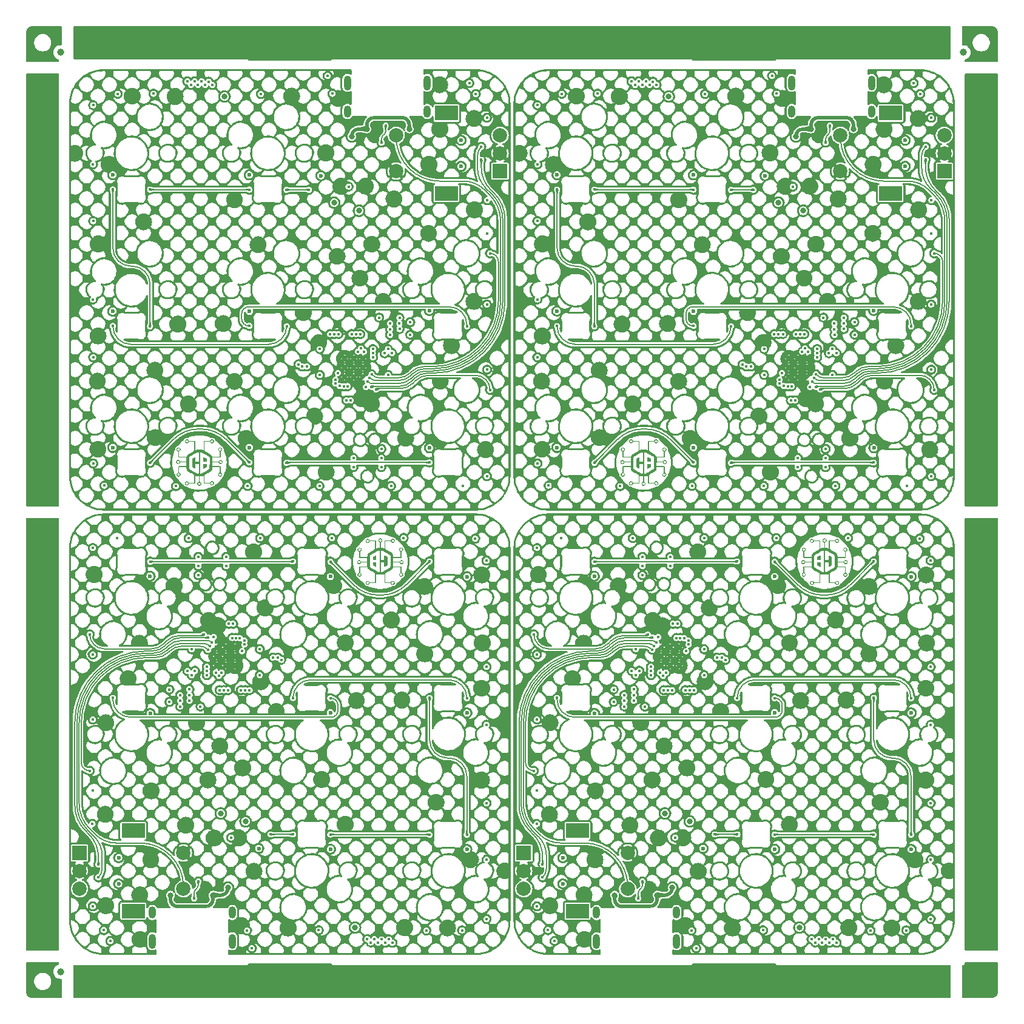
<source format=gtl>
G04 #@! TF.GenerationSoftware,KiCad,Pcbnew,7.0.0-da2b9df05c~165~ubuntu22.04.1*
G04 #@! TF.CreationDate,2023-04-26T22:06:20+00:00*
G04 #@! TF.ProjectId,pcb-panel,7063622d-7061-46e6-956c-2e6b69636164,5.0*
G04 #@! TF.SameCoordinates,Original*
G04 #@! TF.FileFunction,Copper,L1,Top*
G04 #@! TF.FilePolarity,Positive*
%FSLAX46Y46*%
G04 Gerber Fmt 4.6, Leading zero omitted, Abs format (unit mm)*
G04 Created by KiCad (PCBNEW 7.0.0-da2b9df05c~165~ubuntu22.04.1) date 2023-04-26 22:06:20*
%MOMM*%
%LPD*%
G01*
G04 APERTURE LIST*
G04 #@! TA.AperFunction,SMDPad,CuDef*
%ADD10C,1.000000*%
G04 #@! TD*
G04 #@! TA.AperFunction,ComponentPad*
%ADD11R,2.000000X2.000000*%
G04 #@! TD*
G04 #@! TA.AperFunction,ComponentPad*
%ADD12C,2.000000*%
G04 #@! TD*
G04 #@! TA.AperFunction,ComponentPad*
%ADD13R,3.200000X2.000000*%
G04 #@! TD*
G04 #@! TA.AperFunction,ComponentPad*
%ADD14C,0.600000*%
G04 #@! TD*
G04 #@! TA.AperFunction,ComponentPad*
%ADD15O,1.000000X1.700000*%
G04 #@! TD*
G04 #@! TA.AperFunction,ComponentPad*
%ADD16O,1.000000X2.100000*%
G04 #@! TD*
G04 #@! TA.AperFunction,ViaPad*
%ADD17C,0.450000*%
G04 #@! TD*
G04 #@! TA.AperFunction,ViaPad*
%ADD18C,0.800000*%
G04 #@! TD*
G04 #@! TA.AperFunction,ViaPad*
%ADD19C,0.600000*%
G04 #@! TD*
G04 #@! TA.AperFunction,Conductor*
%ADD20C,0.200000*%
G04 #@! TD*
G04 #@! TA.AperFunction,Conductor*
%ADD21C,0.500000*%
G04 #@! TD*
G04 APERTURE END LIST*
G04 #@! TO.C,G\u002A\u002A\u002A*
G36*
X111074629Y61331273D02*
G01*
X110619373Y61331273D01*
X110622799Y61761461D01*
X110775576Y61831270D01*
X110821968Y61852462D01*
X110869029Y61873947D01*
X110914033Y61894481D01*
X110954253Y61912821D01*
X110986963Y61927724D01*
X111001491Y61934334D01*
X111074629Y61967589D01*
X111074629Y61331273D01*
G37*
G36*
X111074629Y60324457D02*
G01*
X110998240Y60359254D01*
X110969883Y60372173D01*
X110932545Y60389185D01*
X110889079Y60408990D01*
X110842337Y60430288D01*
X110795171Y60451781D01*
X110772325Y60462192D01*
X110622799Y60530332D01*
X110619373Y60960708D01*
X111074629Y60960708D01*
X111074629Y60324457D01*
G37*
G36*
X111914656Y64042253D02*
G01*
X111913360Y64011811D01*
X111899828Y63953824D01*
X111876841Y63903665D01*
X111843214Y63859130D01*
X111818363Y63835005D01*
X111796764Y63818313D01*
X111771360Y63802105D01*
X111745721Y63788317D01*
X111723417Y63778881D01*
X111708894Y63775706D01*
X111706741Y63774682D01*
X111704912Y63770970D01*
X111703380Y63763610D01*
X111702121Y63751639D01*
X111701108Y63734099D01*
X111700315Y63710027D01*
X111699717Y63678464D01*
X111699288Y63638448D01*
X111699001Y63589019D01*
X111698832Y63529216D01*
X111698754Y63458078D01*
X111698739Y63397944D01*
X111698756Y63318340D01*
X111698826Y63250773D01*
X111698979Y63194275D01*
X111699244Y63147882D01*
X111699651Y63110627D01*
X111700229Y63081543D01*
X111701008Y63059666D01*
X111702016Y63044028D01*
X111703285Y63033665D01*
X111704842Y63027608D01*
X111706718Y63024894D01*
X111708941Y63024555D01*
X111710116Y63024942D01*
X111741749Y63033607D01*
X111782479Y63036626D01*
X111833644Y63034096D01*
X111835014Y63033968D01*
X111929587Y63018781D01*
X112023326Y62991604D01*
X112113498Y62953310D01*
X112152150Y62932702D01*
X112174490Y62920101D01*
X112192097Y62910414D01*
X112202274Y62905115D01*
X112203688Y62904552D01*
X112204021Y62910893D01*
X112204347Y62929277D01*
X112204662Y62958744D01*
X112204960Y62998333D01*
X112205238Y63047087D01*
X112205490Y63104044D01*
X112205713Y63168245D01*
X112205901Y63238730D01*
X112206051Y63314540D01*
X112206158Y63394715D01*
X112206196Y63439272D01*
X112206320Y63543103D01*
X112206548Y63634530D01*
X112206887Y63714148D01*
X112207346Y63782555D01*
X112207935Y63840346D01*
X112208661Y63888119D01*
X112209534Y63926470D01*
X112210563Y63955996D01*
X112211755Y63977294D01*
X112212075Y63980493D01*
X113200505Y63980493D01*
X113206723Y63937304D01*
X113224249Y63896416D01*
X113251395Y63860485D01*
X113286473Y63832167D01*
X113299314Y63825039D01*
X113341636Y63810575D01*
X113384501Y63807742D01*
X113426092Y63815422D01*
X113464593Y63832495D01*
X113498188Y63857842D01*
X113525060Y63890342D01*
X113543393Y63928878D01*
X113551371Y63972329D01*
X113551568Y63980493D01*
X113545473Y64025132D01*
X113528287Y64065554D01*
X113501660Y64100138D01*
X113467240Y64127268D01*
X113426677Y64145323D01*
X113381620Y64152685D01*
X113376036Y64152773D01*
X113344727Y64150972D01*
X113318891Y64144522D01*
X113299314Y64135946D01*
X113262020Y64110678D01*
X113232108Y64076933D01*
X113211266Y64037366D01*
X113201184Y63994635D01*
X113200505Y63980493D01*
X112212075Y63980493D01*
X112213120Y63990961D01*
X112214322Y63996745D01*
X112228080Y64019162D01*
X112244836Y64030866D01*
X112250213Y64033168D01*
X112257091Y64035138D01*
X112266454Y64036802D01*
X112279287Y64038186D01*
X112296573Y64039316D01*
X112319297Y64040216D01*
X112348443Y64040913D01*
X112384996Y64041431D01*
X112429941Y64041797D01*
X112484260Y64042035D01*
X112548939Y64042172D01*
X112624962Y64042233D01*
X112684060Y64042243D01*
X113100530Y64042253D01*
X113108828Y64074629D01*
X113121231Y64107536D01*
X113141101Y64143306D01*
X113165395Y64177143D01*
X113190920Y64204115D01*
X113223997Y64227594D01*
X113264917Y64248402D01*
X113308525Y64264176D01*
X113335965Y64270626D01*
X113389252Y64273704D01*
X113443713Y64265312D01*
X113496576Y64246368D01*
X113545070Y64217791D01*
X113576643Y64190851D01*
X113614288Y64144776D01*
X113640602Y64094406D01*
X113655849Y64041324D01*
X113660297Y63987118D01*
X113659547Y63980493D01*
X113654209Y63933371D01*
X113637852Y63881668D01*
X113611490Y63833596D01*
X113575388Y63790740D01*
X113529813Y63754683D01*
X113500923Y63738384D01*
X113479174Y63727877D01*
X113462136Y63720924D01*
X113446085Y63716799D01*
X113427297Y63714777D01*
X113402048Y63714133D01*
X113376374Y63714117D01*
X113333046Y63715384D01*
X113298630Y63719796D01*
X113269175Y63728611D01*
X113240729Y63743087D01*
X113209339Y63764480D01*
X113202864Y63769319D01*
X113180814Y63789281D01*
X113158158Y63815259D01*
X113137500Y63843663D01*
X113121445Y63870901D01*
X113112598Y63893384D01*
X113112482Y63893903D01*
X113108456Y63912230D01*
X112329351Y63912230D01*
X112329357Y63371010D01*
X112329364Y62829789D01*
X112727281Y62608749D01*
X112795242Y62570878D01*
X112861107Y62533943D01*
X112923790Y62498569D01*
X112982207Y62465378D01*
X113035273Y62434994D01*
X113081901Y62408038D01*
X113121008Y62385134D01*
X113151508Y62366904D01*
X113172316Y62353972D01*
X113179370Y62349248D01*
X113248692Y62293044D01*
X113306878Y62230647D01*
X113354071Y62161763D01*
X113390411Y62086098D01*
X113416041Y62003359D01*
X113431101Y61913252D01*
X113435741Y61817234D01*
X113435427Y61727843D01*
X114455228Y61727843D01*
X114455228Y62499422D01*
X114429831Y62507031D01*
X114401494Y62519693D01*
X114370070Y62540388D01*
X114339365Y62566122D01*
X114313183Y62593902D01*
X114304137Y62605915D01*
X114278683Y62648602D01*
X114262835Y62690410D01*
X114255392Y62735619D01*
X114254910Y62776609D01*
X114351512Y62776609D01*
X114354150Y62735055D01*
X114366539Y62694813D01*
X114389075Y62657886D01*
X114411635Y62634623D01*
X114442331Y62614543D01*
X114478957Y62599837D01*
X114515438Y62592793D01*
X114523490Y62592497D01*
X114567698Y62598441D01*
X114607191Y62615065D01*
X114640847Y62640550D01*
X114667549Y62673081D01*
X114686176Y62710842D01*
X114695610Y62752016D01*
X114694730Y62794786D01*
X114682418Y62837338D01*
X114678944Y62844750D01*
X114652480Y62884415D01*
X114618373Y62914289D01*
X114578288Y62933656D01*
X114533889Y62941805D01*
X114486841Y62938021D01*
X114470751Y62933954D01*
X114430565Y62915885D01*
X114398153Y62889113D01*
X114373909Y62855642D01*
X114358231Y62817473D01*
X114351512Y62776609D01*
X114254910Y62776609D01*
X114254850Y62781759D01*
X114256559Y62812970D01*
X114259545Y62836091D01*
X114264982Y62856036D01*
X114274049Y62877716D01*
X114281575Y62893306D01*
X114313164Y62943787D01*
X114352463Y62984970D01*
X114397874Y63016590D01*
X114447801Y63038381D01*
X114500650Y63050076D01*
X114554822Y63051411D01*
X114608723Y63042119D01*
X114660756Y63021935D01*
X114709325Y62990592D01*
X114733848Y62968635D01*
X114769220Y62924872D01*
X114795470Y62874667D01*
X114811698Y62820742D01*
X114817004Y62765824D01*
X114815775Y62752016D01*
X114813577Y62727318D01*
X114803658Y62689588D01*
X114787645Y62649818D01*
X114767698Y62612385D01*
X114745977Y62581666D01*
X114736800Y62571775D01*
X114710544Y62549677D01*
X114679883Y62528923D01*
X114648745Y62511809D01*
X114621058Y62500630D01*
X114610847Y62498161D01*
X114585251Y62493836D01*
X114585241Y62076709D01*
X114585218Y61992281D01*
X114585136Y61919872D01*
X114584970Y61858499D01*
X114584695Y61807177D01*
X114584285Y61764923D01*
X114583714Y61730755D01*
X114582958Y61703688D01*
X114581990Y61682738D01*
X114580786Y61666923D01*
X114579320Y61655260D01*
X114577566Y61646763D01*
X114575499Y61640451D01*
X114573864Y61636827D01*
X114557135Y61615579D01*
X114539743Y61606314D01*
X114531710Y61604816D01*
X114516538Y61603496D01*
X114493631Y61602344D01*
X114462395Y61601352D01*
X114422236Y61600513D01*
X114372560Y61599816D01*
X114312773Y61599253D01*
X114242281Y61598817D01*
X114160488Y61598498D01*
X114066802Y61598288D01*
X113975768Y61598187D01*
X113434547Y61597820D01*
X113434547Y61151748D01*
X113434547Y61090731D01*
X114317670Y61090731D01*
X114321696Y61109058D01*
X114330306Y61131359D01*
X114346197Y61158515D01*
X114366764Y61186935D01*
X114389400Y61213028D01*
X114411501Y61233203D01*
X114412078Y61233642D01*
X114444450Y61256459D01*
X114473145Y61272125D01*
X114502113Y61281898D01*
X114535307Y61287033D01*
X114576680Y61288789D01*
X114585588Y61288844D01*
X114618200Y61288759D01*
X114641534Y61287847D01*
X114659314Y61285380D01*
X114675262Y61280634D01*
X114693104Y61272883D01*
X114710137Y61264577D01*
X114760791Y61232918D01*
X114802115Y61193591D01*
X114833846Y61148179D01*
X114855717Y61098270D01*
X114867464Y61045447D01*
X114868040Y61022468D01*
X114868821Y60991295D01*
X114859523Y60937401D01*
X114839304Y60885349D01*
X114807900Y60836724D01*
X114785858Y60812110D01*
X114741676Y60776333D01*
X114691252Y60749970D01*
X114637178Y60733876D01*
X114582041Y60728908D01*
X114544696Y60732420D01*
X114502506Y60743557D01*
X114459486Y60761270D01*
X114420829Y60783173D01*
X114400134Y60798846D01*
X114374455Y60826009D01*
X114350178Y60859872D01*
X114330344Y60895639D01*
X114318042Y60928332D01*
X114309744Y60960708D01*
X113434547Y60960708D01*
X113434547Y60414611D01*
X113975768Y60414244D01*
X114080215Y60414121D01*
X114172255Y60413896D01*
X114252482Y60413562D01*
X114321489Y60413109D01*
X114379871Y60412529D01*
X114428222Y60411813D01*
X114467137Y60410953D01*
X114497209Y60409941D01*
X114519034Y60408767D01*
X114533204Y60407423D01*
X114539743Y60406117D01*
X114562159Y60392360D01*
X114573864Y60375604D01*
X114576191Y60370166D01*
X114578179Y60363218D01*
X114579854Y60353762D01*
X114581244Y60340801D01*
X114582374Y60323337D01*
X114583271Y60300374D01*
X114583961Y60270914D01*
X114584471Y60233959D01*
X114584826Y60188513D01*
X114585055Y60133579D01*
X114585182Y60068158D01*
X114585234Y59991253D01*
X114585241Y59946132D01*
X114585251Y59539413D01*
X114617627Y59531116D01*
X114650533Y59518712D01*
X114686303Y59498842D01*
X114720140Y59474548D01*
X114747112Y59449023D01*
X114770478Y59416125D01*
X114791237Y59375420D01*
X114807002Y59332100D01*
X114813538Y59304462D01*
X114816323Y59260656D01*
X114817085Y59248670D01*
X114808731Y59194303D01*
X114789574Y59142853D01*
X114760715Y59095813D01*
X114723254Y59054677D01*
X114678291Y59020938D01*
X114626926Y58996090D01*
X114576462Y58982619D01*
X114519633Y58979217D01*
X114464103Y58987923D01*
X114411510Y59007846D01*
X114363489Y59038096D01*
X114321675Y59077784D01*
X114287704Y59126018D01*
X114277756Y59145205D01*
X114268688Y59165136D01*
X114262731Y59181635D01*
X114259243Y59198389D01*
X114257583Y59219083D01*
X114257110Y59247405D01*
X114257114Y59260656D01*
X114351209Y59260656D01*
X114357154Y59216448D01*
X114373777Y59176955D01*
X114399263Y59143299D01*
X114431794Y59116597D01*
X114469555Y59097970D01*
X114510728Y59088536D01*
X114553499Y59089416D01*
X114596050Y59101728D01*
X114603462Y59105203D01*
X114640757Y59130470D01*
X114670669Y59164216D01*
X114691511Y59203783D01*
X114701593Y59246514D01*
X114702271Y59260656D01*
X114696176Y59305296D01*
X114678991Y59345718D01*
X114652364Y59380302D01*
X114617944Y59407431D01*
X114577381Y59425486D01*
X114532324Y59432849D01*
X114526740Y59432937D01*
X114495431Y59431136D01*
X114469595Y59424686D01*
X114450018Y59416110D01*
X114412724Y59390842D01*
X114382811Y59357097D01*
X114361970Y59317530D01*
X114351888Y59274798D01*
X114351209Y59260656D01*
X114257114Y59260656D01*
X114257115Y59263907D01*
X114258396Y59307219D01*
X114262858Y59341642D01*
X114271767Y59371148D01*
X114286388Y59399708D01*
X114307988Y59431294D01*
X114312317Y59437080D01*
X114332278Y59459129D01*
X114358256Y59481785D01*
X114386660Y59502444D01*
X114413899Y59518499D01*
X114436382Y59527345D01*
X114436900Y59527462D01*
X114455228Y59531487D01*
X114455228Y60291089D01*
X113933510Y60290934D01*
X113411793Y60290780D01*
X113393520Y60233530D01*
X113381540Y60200764D01*
X113366463Y60166139D01*
X113351203Y60136255D01*
X113348557Y60131715D01*
X113319712Y60090261D01*
X113282195Y60046452D01*
X113239089Y60003489D01*
X113193477Y59964575D01*
X113172653Y59949022D01*
X113157933Y59939241D01*
X113133065Y59923538D01*
X113099119Y59902559D01*
X113057166Y59876953D01*
X113008278Y59847366D01*
X112953527Y59814445D01*
X112893983Y59778838D01*
X112830718Y59741191D01*
X112764803Y59702152D01*
X112727357Y59680055D01*
X112335852Y59449339D01*
X112335852Y58191217D01*
X113095454Y58191217D01*
X113099668Y58210404D01*
X113107435Y58230829D01*
X113121795Y58256628D01*
X113140181Y58283951D01*
X113160023Y58308946D01*
X113176882Y58326164D01*
X113222190Y58358093D01*
X113273635Y58381126D01*
X113328067Y58394325D01*
X113382333Y58396751D01*
X113405333Y58394167D01*
X113465509Y58378021D01*
X113518966Y58351109D01*
X113564750Y58314297D01*
X113601905Y58268448D01*
X113629478Y58214426D01*
X113640234Y58181465D01*
X113648721Y58125661D01*
X113648546Y58122955D01*
X113645117Y58070083D01*
X113630251Y58016423D01*
X113604952Y57966372D01*
X113570047Y57921623D01*
X113526367Y57883865D01*
X113481736Y57857957D01*
X113430028Y57840470D01*
X113374692Y57833655D01*
X113318695Y57837284D01*
X113265000Y57851127D01*
X113216573Y57874956D01*
X113210647Y57878893D01*
X113182255Y57902086D01*
X113154681Y57931094D01*
X113129797Y57963213D01*
X113109476Y57995744D01*
X113095594Y58025985D01*
X113090022Y58051234D01*
X113089991Y58052884D01*
X113089986Y58067328D01*
X112671995Y58069137D01*
X112585005Y58069498D01*
X112510090Y58069840D01*
X112446320Y58070260D01*
X112392770Y58070859D01*
X112348511Y58071734D01*
X112312615Y58072984D01*
X112284155Y58074708D01*
X112262204Y58077006D01*
X112245833Y58079974D01*
X112234116Y58083713D01*
X112226123Y58088320D01*
X112220929Y58093895D01*
X112217605Y58100537D01*
X112215223Y58108343D01*
X112212856Y58117414D01*
X112212689Y58118017D01*
X112212118Y58122955D01*
X113187503Y58122955D01*
X113193720Y58079767D01*
X113211246Y58038879D01*
X113238393Y58002947D01*
X113273471Y57974629D01*
X113286312Y57967501D01*
X113328634Y57953037D01*
X113371498Y57950205D01*
X113413089Y57957885D01*
X113451590Y57974957D01*
X113485185Y58000304D01*
X113512058Y58032805D01*
X113530391Y58071340D01*
X113538369Y58114791D01*
X113538565Y58122955D01*
X113532470Y58167595D01*
X113515285Y58208016D01*
X113488657Y58242601D01*
X113454238Y58269730D01*
X113413675Y58287785D01*
X113368618Y58295147D01*
X113363034Y58295235D01*
X113331725Y58293434D01*
X113305889Y58286984D01*
X113286312Y58278409D01*
X113249018Y58253141D01*
X113219105Y58219395D01*
X113198264Y58179828D01*
X113188181Y58137097D01*
X113187503Y58122955D01*
X112212118Y58122955D01*
X112211354Y58129572D01*
X112210163Y58154068D01*
X112209116Y58191446D01*
X112208213Y58241646D01*
X112207456Y58304607D01*
X112206845Y58380269D01*
X112206381Y58468573D01*
X112206064Y58569459D01*
X112205895Y58682866D01*
X112205865Y58755118D01*
X112205829Y59367778D01*
X112142443Y59336039D01*
X112058610Y59299548D01*
X111975037Y59273868D01*
X111892948Y59259167D01*
X111813564Y59255618D01*
X111738110Y59263392D01*
X111695489Y59273487D01*
X111668146Y59281418D01*
X111644282Y59288245D01*
X111627548Y59292928D01*
X111623220Y59294083D01*
X111611381Y59293526D01*
X111590786Y59289160D01*
X111564835Y59281791D01*
X111548457Y59276384D01*
X111520652Y59267103D01*
X111498162Y59261008D01*
X111476688Y59257448D01*
X111451932Y59255772D01*
X111419593Y59255328D01*
X111409438Y59255334D01*
X111352844Y59257664D01*
X111299883Y59264964D01*
X111247358Y59278071D01*
X111192076Y59297820D01*
X111130842Y59325048D01*
X111116433Y59332037D01*
X111085847Y59346941D01*
X111059509Y59359551D01*
X111039562Y59368859D01*
X111028152Y59373854D01*
X111026373Y59374426D01*
X111025834Y59368074D01*
X111025319Y59349614D01*
X111024831Y59319940D01*
X111024376Y59279946D01*
X111023960Y59230526D01*
X111023588Y59172575D01*
X111023267Y59106987D01*
X111023001Y59034655D01*
X111022795Y58956475D01*
X111022656Y58873340D01*
X111022589Y58786144D01*
X111022583Y58758442D01*
X111022507Y58646608D01*
X111022293Y58544441D01*
X111021947Y58452310D01*
X111021471Y58370582D01*
X111020870Y58299626D01*
X111020147Y58239810D01*
X111019306Y58191503D01*
X111018351Y58155073D01*
X111017285Y58130888D01*
X111016811Y58126205D01*
X111016113Y58119316D01*
X111016046Y58119053D01*
X111007894Y58099698D01*
X110996832Y58084181D01*
X110995900Y58083297D01*
X110992697Y58080812D01*
X110988346Y58078677D01*
X110981883Y58076860D01*
X110972341Y58075330D01*
X110958756Y58074055D01*
X110940162Y58073004D01*
X110915595Y58072144D01*
X110884089Y58071445D01*
X110844680Y58070874D01*
X110796401Y58070400D01*
X110738289Y58069992D01*
X110669378Y58069618D01*
X110588703Y58069246D01*
X110563609Y58069137D01*
X110144964Y58067328D01*
X110144959Y58052884D01*
X110140100Y58028128D01*
X110126787Y57998174D01*
X110106893Y57965723D01*
X110082292Y57933476D01*
X110054857Y57904135D01*
X110026462Y57880401D01*
X110024302Y57878893D01*
X109976806Y57853744D01*
X109923645Y57838550D01*
X109867784Y57833541D01*
X109812188Y57838943D01*
X109759822Y57854987D01*
X109753214Y57857957D01*
X109712216Y57881844D01*
X109673731Y57912865D01*
X109641461Y57947680D01*
X109622907Y57975470D01*
X109599430Y58031016D01*
X109588085Y58087319D01*
X109588152Y58126554D01*
X109703028Y58126554D01*
X109708960Y58078825D01*
X109725634Y58037332D01*
X109751880Y58003251D01*
X109786528Y57977756D01*
X109828405Y57962021D01*
X109871916Y57957175D01*
X109919340Y57962991D01*
X109960639Y57979640D01*
X109994614Y58005920D01*
X110020066Y58040634D01*
X110035799Y58082580D01*
X110040660Y58126205D01*
X110035019Y58174098D01*
X110018283Y58215395D01*
X109990734Y58249634D01*
X109952651Y58276349D01*
X109948500Y58278477D01*
X109911404Y58291107D01*
X109870328Y58295556D01*
X109830248Y58291665D01*
X109803654Y58283095D01*
X109762744Y58258005D01*
X109732029Y58225079D01*
X109712055Y58185170D01*
X109703371Y58139128D01*
X109703028Y58126554D01*
X109588152Y58126554D01*
X109588180Y58142978D01*
X109599025Y58196593D01*
X109619928Y58246766D01*
X109650199Y58292096D01*
X109689145Y58331184D01*
X109736078Y58362630D01*
X109790304Y58385035D01*
X109829617Y58394167D01*
X109882814Y58396774D01*
X109937561Y58388197D01*
X109990707Y58369373D01*
X110039102Y58341240D01*
X110058068Y58326164D01*
X110077039Y58306503D01*
X110096848Y58281075D01*
X110114926Y58253731D01*
X110128704Y58228322D01*
X110135282Y58210404D01*
X110139496Y58191217D01*
X110899098Y58191217D01*
X110898974Y59455691D01*
X110501938Y59686381D01*
X110414738Y59737224D01*
X110335714Y59783662D01*
X110265301Y59825432D01*
X110203933Y59862270D01*
X110152047Y59893912D01*
X110110077Y59920095D01*
X110078458Y59940555D01*
X110057626Y59955028D01*
X110053445Y59958242D01*
X109993186Y60013875D01*
X109938474Y60079061D01*
X109891475Y60150802D01*
X109854354Y60226096D01*
X109847333Y60243885D01*
X109829658Y60290948D01*
X109314442Y60291018D01*
X108799226Y60291089D01*
X108799226Y59531487D01*
X108817553Y59527462D01*
X108839854Y59518851D01*
X108867010Y59502960D01*
X108895430Y59482394D01*
X108921523Y59459758D01*
X108941698Y59437657D01*
X108942137Y59437080D01*
X108964954Y59404707D01*
X108980620Y59376013D01*
X108990393Y59347045D01*
X108995528Y59313850D01*
X108997284Y59272478D01*
X108997337Y59263907D01*
X108997339Y59263570D01*
X108997254Y59230957D01*
X108996342Y59207623D01*
X108993875Y59189844D01*
X108989129Y59173895D01*
X108981378Y59156054D01*
X108973072Y59139020D01*
X108941413Y59088367D01*
X108902086Y59047042D01*
X108856674Y59015312D01*
X108806765Y58993440D01*
X108753942Y58981694D01*
X108699790Y58980337D01*
X108645896Y58989635D01*
X108593844Y59009853D01*
X108545220Y59041257D01*
X108520605Y59063300D01*
X108485233Y59107062D01*
X108458983Y59157268D01*
X108442755Y59211192D01*
X108438480Y59255443D01*
X108558213Y59255443D01*
X108565893Y59213852D01*
X108582966Y59175351D01*
X108608313Y59141756D01*
X108640813Y59114883D01*
X108679349Y59096550D01*
X108722800Y59088572D01*
X108730963Y59088376D01*
X108775603Y59094471D01*
X108816025Y59111656D01*
X108850609Y59138284D01*
X108877739Y59172703D01*
X108895794Y59213266D01*
X108903156Y59258323D01*
X108903244Y59263907D01*
X108897388Y59310618D01*
X108880866Y59351773D01*
X108855251Y59386215D01*
X108822113Y59412785D01*
X108783024Y59430323D01*
X108739556Y59437672D01*
X108693279Y59433672D01*
X108678225Y59429833D01*
X108639957Y59412084D01*
X108606059Y59384005D01*
X108579522Y59348193D01*
X108575510Y59340629D01*
X108561046Y59298307D01*
X108558213Y59255443D01*
X108438480Y59255443D01*
X108437449Y59266110D01*
X108440876Y59304617D01*
X108453553Y59351432D01*
X108474136Y59397573D01*
X108500400Y59438814D01*
X108526992Y59468191D01*
X108550002Y59486314D01*
X108577359Y59504039D01*
X108605671Y59519552D01*
X108631542Y59531034D01*
X108651578Y59536671D01*
X108655504Y59536955D01*
X108669203Y59536955D01*
X108669213Y59944903D01*
X108669236Y60028342D01*
X108669321Y60099775D01*
X108669492Y60160197D01*
X108669776Y60210604D01*
X108670200Y60251991D01*
X108670790Y60285353D01*
X108671572Y60311688D01*
X108672572Y60331989D01*
X108673817Y60347254D01*
X108675333Y60358477D01*
X108677147Y60366654D01*
X108679283Y60372780D01*
X108680590Y60375604D01*
X108688267Y60385356D01*
X110194071Y60385356D01*
X110214717Y60341402D01*
X110220724Y60328736D01*
X110226646Y60317174D01*
X110233167Y60306270D01*
X110240970Y60295579D01*
X110250742Y60284655D01*
X110263165Y60273053D01*
X110278924Y60260327D01*
X110298704Y60246033D01*
X110323189Y60229723D01*
X110353063Y60210954D01*
X110389012Y60189280D01*
X110431718Y60164255D01*
X110481867Y60135434D01*
X110540144Y60102370D01*
X110607231Y60064620D01*
X110683815Y60021738D01*
X110770579Y59973277D01*
X110838895Y59935151D01*
X110929189Y59884770D01*
X111008851Y59840355D01*
X111078599Y59801530D01*
X111139152Y59767920D01*
X111191228Y59739148D01*
X111235546Y59714838D01*
X111272824Y59694615D01*
X111303781Y59678104D01*
X111329135Y59664927D01*
X111349605Y59654709D01*
X111365909Y59647075D01*
X111378766Y59641649D01*
X111388894Y59638055D01*
X111397011Y59635916D01*
X111403838Y59634857D01*
X111410091Y59634503D01*
X111413735Y59634473D01*
X111450584Y59639645D01*
X111481077Y59655711D01*
X111506721Y59683490D01*
X111508469Y59686036D01*
X111523294Y59708035D01*
X111521855Y60947705D01*
X111711294Y60947705D01*
X111713143Y60344723D01*
X111713461Y60242601D01*
X111713763Y60152662D01*
X111714068Y60074091D01*
X111714397Y60006067D01*
X111714770Y59947775D01*
X111715206Y59898396D01*
X111715726Y59857112D01*
X111716349Y59823105D01*
X111717095Y59795557D01*
X111717984Y59773651D01*
X111719036Y59756569D01*
X111720271Y59743492D01*
X111721709Y59733603D01*
X111723369Y59726085D01*
X111725273Y59720119D01*
X111727438Y59714887D01*
X111728535Y59712486D01*
X111731358Y59708035D01*
X111751099Y59676913D01*
X111780422Y59651747D01*
X111815250Y59637715D01*
X111854325Y59635548D01*
X111860055Y59636231D01*
X111870251Y59639921D01*
X111890221Y59649086D01*
X111918376Y59662879D01*
X111953130Y59680452D01*
X111992895Y59700960D01*
X112036081Y59723555D01*
X112081101Y59747390D01*
X112126367Y59771619D01*
X112170291Y59795394D01*
X112211285Y59817869D01*
X112247762Y59838196D01*
X112278132Y59855529D01*
X112300809Y59869020D01*
X112314203Y59877824D01*
X112316349Y59879587D01*
X112323735Y59884512D01*
X112341344Y59895219D01*
X112368088Y59911074D01*
X112402879Y59931443D01*
X112444630Y59955695D01*
X112492253Y59983195D01*
X112544660Y60013311D01*
X112600765Y60045410D01*
X112624778Y60059108D01*
X112695562Y60099533D01*
X112755948Y60134278D01*
X112806895Y60164002D01*
X112849357Y60189365D01*
X112884291Y60211025D01*
X112912652Y60229642D01*
X112935396Y60245875D01*
X112953481Y60260382D01*
X112967861Y60273823D01*
X112979492Y60286857D01*
X112989331Y60300143D01*
X112998334Y60314340D01*
X113000638Y60318231D01*
X113022183Y60364262D01*
X113038691Y60418986D01*
X113049097Y60478716D01*
X113050253Y60489869D01*
X113051003Y60504508D01*
X113051707Y60531176D01*
X113052360Y60568898D01*
X113052955Y60616700D01*
X113053486Y60673608D01*
X113053947Y60738649D01*
X113054331Y60810848D01*
X113054631Y60889231D01*
X113054842Y60972825D01*
X113054906Y61022468D01*
X114409720Y61022468D01*
X114415937Y60979280D01*
X114433463Y60938392D01*
X114460609Y60902461D01*
X114495687Y60874143D01*
X114508529Y60867015D01*
X114550850Y60852551D01*
X114593715Y60849718D01*
X114635306Y60857398D01*
X114673807Y60874471D01*
X114707402Y60899818D01*
X114734274Y60932318D01*
X114752607Y60970854D01*
X114760586Y61014305D01*
X114760782Y61022468D01*
X114754687Y61067108D01*
X114737501Y61107530D01*
X114710874Y61142114D01*
X114676454Y61169243D01*
X114635891Y61187299D01*
X114590834Y61194661D01*
X114585251Y61194749D01*
X114553942Y61192948D01*
X114528105Y61186498D01*
X114508529Y61177922D01*
X114471234Y61152654D01*
X114441322Y61118909D01*
X114420480Y61079342D01*
X114410398Y61036611D01*
X114409720Y61022468D01*
X113054906Y61022468D01*
X113054956Y61060656D01*
X113054968Y61151748D01*
X113054931Y61201250D01*
X113054813Y61307777D01*
X113054692Y61402091D01*
X113054550Y61484985D01*
X113054371Y61557249D01*
X113054138Y61619672D01*
X113053835Y61673047D01*
X113053443Y61718164D01*
X113052948Y61755813D01*
X113052331Y61786784D01*
X113051577Y61811870D01*
X113050668Y61831860D01*
X113049588Y61847544D01*
X113048320Y61859715D01*
X113046847Y61869161D01*
X113045152Y61876675D01*
X113043220Y61883046D01*
X113041032Y61889065D01*
X113040316Y61890939D01*
X113015749Y61945063D01*
X112986742Y61989070D01*
X112951312Y62025610D01*
X112923762Y62046706D01*
X112907163Y62057452D01*
X112880794Y62073650D01*
X112845679Y62094717D01*
X112802842Y62120068D01*
X112753308Y62149117D01*
X112698101Y62181281D01*
X112638244Y62215975D01*
X112574762Y62252614D01*
X112508680Y62290614D01*
X112441020Y62329390D01*
X112372808Y62368358D01*
X112305068Y62406932D01*
X112238823Y62444529D01*
X112175098Y62480563D01*
X112114917Y62514451D01*
X112059305Y62545607D01*
X112009284Y62573447D01*
X111965881Y62597386D01*
X111930117Y62616840D01*
X111903019Y62631225D01*
X111885609Y62639955D01*
X111880772Y62642048D01*
X111845484Y62649926D01*
X111811682Y62645908D01*
X111792737Y62638787D01*
X111760617Y62617381D01*
X111735497Y62586711D01*
X111723677Y62561781D01*
X111722149Y62555272D01*
X111720801Y62544427D01*
X111719624Y62528521D01*
X111718606Y62506830D01*
X111717738Y62478629D01*
X111717011Y62443194D01*
X111716413Y62399802D01*
X111715935Y62347727D01*
X111715567Y62286245D01*
X111715299Y62214631D01*
X111715120Y62132163D01*
X111715021Y62038114D01*
X111714992Y61935880D01*
X111714992Y61334524D01*
X111944158Y61332815D01*
X112173323Y61331107D01*
X112173478Y61589611D01*
X112173662Y61647418D01*
X112174120Y61702036D01*
X112174818Y61751894D01*
X112175721Y61795419D01*
X112176797Y61831041D01*
X112178009Y61857188D01*
X112179325Y61872288D01*
X112179659Y61874119D01*
X112190314Y61900353D01*
X112208354Y61916231D01*
X112234931Y61922647D01*
X112242514Y61922878D01*
X112253982Y61922581D01*
X112265126Y61921270D01*
X112277355Y61918319D01*
X112292076Y61913098D01*
X112310695Y61904980D01*
X112334619Y61893336D01*
X112365255Y61877540D01*
X112404011Y61856961D01*
X112452293Y61830973D01*
X112470785Y61820979D01*
X112621970Y61739228D01*
X112618652Y60543936D01*
X112459374Y60456849D01*
X112416216Y60433561D01*
X112375231Y60412022D01*
X112338247Y60393149D01*
X112307090Y60377857D01*
X112283585Y60367061D01*
X112269560Y60361676D01*
X112269366Y60361624D01*
X112238282Y60357248D01*
X112213765Y60363122D01*
X112193648Y60379865D01*
X112190240Y60384197D01*
X112186894Y60389063D01*
X112184132Y60394661D01*
X112181887Y60402229D01*
X112180092Y60413008D01*
X112178683Y60428236D01*
X112177590Y60449154D01*
X112176749Y60476999D01*
X112176093Y60513013D01*
X112175555Y60558433D01*
X112175068Y60614501D01*
X112174619Y60675124D01*
X112172664Y60947705D01*
X111711294Y60947705D01*
X111521855Y60947705D01*
X111519958Y62582745D01*
X111504807Y62603987D01*
X111479569Y62629945D01*
X111448232Y62644935D01*
X111409756Y62649420D01*
X111402937Y62649197D01*
X111396195Y62648753D01*
X111389384Y62647859D01*
X111381786Y62646127D01*
X111372685Y62643169D01*
X111361362Y62638595D01*
X111347099Y62632017D01*
X111329181Y62623046D01*
X111306888Y62611293D01*
X111279504Y62596369D01*
X111246312Y62577885D01*
X111206593Y62555454D01*
X111159631Y62528685D01*
X111104708Y62497190D01*
X111041106Y62460581D01*
X110968109Y62418469D01*
X110884998Y62370464D01*
X110830836Y62339166D01*
X110736800Y62284806D01*
X110653364Y62236498D01*
X110579862Y62193797D01*
X110515629Y62156261D01*
X110460000Y62123447D01*
X110412311Y62094911D01*
X110371894Y62070212D01*
X110338087Y62048906D01*
X110310223Y62030549D01*
X110287638Y62014700D01*
X110269665Y62000914D01*
X110255641Y61988749D01*
X110244900Y61977763D01*
X110236777Y61967511D01*
X110230606Y61957551D01*
X110225723Y61947440D01*
X110221463Y61936735D01*
X110219785Y61932191D01*
X110217198Y61924126D01*
X110214975Y61914433D01*
X110213069Y61902012D01*
X110211433Y61885759D01*
X110210021Y61864572D01*
X110208783Y61837350D01*
X110207674Y61802990D01*
X110206646Y61760390D01*
X110205652Y61708448D01*
X110204644Y61646062D01*
X110203575Y61572130D01*
X110203212Y61545811D01*
X110202220Y61468553D01*
X110201211Y61381171D01*
X110200214Y61286542D01*
X110199253Y61187543D01*
X110198355Y61087052D01*
X110197829Y61022468D01*
X110197548Y60987946D01*
X110196857Y60893104D01*
X110196309Y60805403D01*
X110196216Y60788427D01*
X110194071Y60385356D01*
X108688267Y60385356D01*
X108697318Y60396852D01*
X108714711Y60406117D01*
X108722809Y60407630D01*
X108738081Y60408962D01*
X108761126Y60410122D01*
X108792543Y60411119D01*
X108832929Y60411961D01*
X108882883Y60412657D01*
X108943002Y60413217D01*
X109013886Y60413648D01*
X109096133Y60413960D01*
X109190340Y60414161D01*
X109268123Y60414244D01*
X109798782Y60414611D01*
X109799820Y60687659D01*
X109800857Y60960708D01*
X108942251Y60960708D01*
X108942251Y60945493D01*
X108938383Y60927211D01*
X108927987Y60902289D01*
X108912872Y60874063D01*
X108894849Y60845870D01*
X108875728Y60821046D01*
X108873128Y60818098D01*
X108840410Y60789115D01*
X108798982Y60763603D01*
X108753076Y60743784D01*
X108709913Y60732381D01*
X108655961Y60729293D01*
X108601048Y60737773D01*
X108547897Y60756922D01*
X108499234Y60785838D01*
X108468596Y60812110D01*
X108431038Y60858109D01*
X108404784Y60908445D01*
X108389567Y60961522D01*
X108385123Y61015744D01*
X108385881Y61022468D01*
X108493671Y61022468D01*
X108499889Y60979280D01*
X108517415Y60938392D01*
X108544561Y60902461D01*
X108579639Y60874143D01*
X108592481Y60867015D01*
X108634802Y60852551D01*
X108677667Y60849718D01*
X108719258Y60857398D01*
X108757759Y60874471D01*
X108791354Y60899818D01*
X108818226Y60932318D01*
X108836559Y60970854D01*
X108844537Y61014305D01*
X108844734Y61022468D01*
X108838639Y61067108D01*
X108821453Y61107530D01*
X108794826Y61142114D01*
X108760406Y61169243D01*
X108719843Y61187299D01*
X108674786Y61194661D01*
X108669203Y61194749D01*
X108637893Y61192948D01*
X108612057Y61186498D01*
X108592481Y61177922D01*
X108555186Y61152654D01*
X108525274Y61118909D01*
X108504432Y61079342D01*
X108494350Y61036611D01*
X108493671Y61022468D01*
X108385881Y61022468D01*
X108391186Y61069514D01*
X108407488Y61121237D01*
X108433765Y61169316D01*
X108469751Y61212155D01*
X108515180Y61248158D01*
X108543924Y61264383D01*
X108568932Y61276142D01*
X108589306Y61283578D01*
X108609959Y61287868D01*
X108635804Y61290187D01*
X108655471Y61291109D01*
X108707236Y61290089D01*
X108751823Y61281721D01*
X108793512Y61264807D01*
X108831316Y61241821D01*
X108859050Y61218809D01*
X108886046Y61189612D01*
X108909310Y61158034D01*
X108925849Y61127880D01*
X108930199Y61116127D01*
X108937808Y61090731D01*
X109798592Y61090731D01*
X109802691Y61124862D01*
X109803680Y61139550D01*
X109804587Y61165415D01*
X109805381Y61200632D01*
X109806032Y61243377D01*
X109806512Y61291823D01*
X109806790Y61344146D01*
X109806848Y61378407D01*
X109806904Y61597820D01*
X109272184Y61598187D01*
X109168353Y61598312D01*
X109076926Y61598539D01*
X108997308Y61598878D01*
X108928901Y61599337D01*
X108871110Y61599926D01*
X108823337Y61600653D01*
X108784986Y61601526D01*
X108755460Y61602554D01*
X108734162Y61603746D01*
X108720495Y61605111D01*
X108714711Y61606314D01*
X108692294Y61620072D01*
X108680590Y61636827D01*
X108678292Y61642197D01*
X108676324Y61649067D01*
X108674661Y61658418D01*
X108673277Y61671235D01*
X108672148Y61688499D01*
X108671247Y61711193D01*
X108670550Y61740301D01*
X108670030Y61776805D01*
X108669663Y61821687D01*
X108669423Y61875931D01*
X108669285Y61940518D01*
X108669224Y62016433D01*
X108669213Y62077280D01*
X108669203Y62494979D01*
X108653988Y62494979D01*
X108635706Y62498847D01*
X108610784Y62509243D01*
X108582558Y62524358D01*
X108554365Y62542381D01*
X108529541Y62561502D01*
X108526593Y62564102D01*
X108497610Y62596820D01*
X108472098Y62638248D01*
X108452279Y62684154D01*
X108440876Y62727318D01*
X108438514Y62768377D01*
X108558826Y62768377D01*
X108564757Y62720647D01*
X108581431Y62679154D01*
X108607678Y62645073D01*
X108642325Y62619578D01*
X108684203Y62603844D01*
X108727713Y62598998D01*
X108775138Y62604814D01*
X108816436Y62621462D01*
X108850411Y62647743D01*
X108875864Y62682456D01*
X108891597Y62724402D01*
X108896457Y62768028D01*
X108890816Y62815920D01*
X108874081Y62857218D01*
X108846531Y62891456D01*
X108808449Y62918172D01*
X108804298Y62920299D01*
X108767202Y62932929D01*
X108726125Y62937378D01*
X108686045Y62933487D01*
X108659451Y62924918D01*
X108618541Y62899827D01*
X108587826Y62866901D01*
X108567853Y62826992D01*
X108559168Y62780951D01*
X108558826Y62768377D01*
X108438514Y62768377D01*
X108437747Y62781710D01*
X108446360Y62836806D01*
X108465869Y62890054D01*
X108495427Y62938903D01*
X108520780Y62968249D01*
X108566752Y63005937D01*
X108617048Y63032308D01*
X108670075Y63047626D01*
X108724246Y63052156D01*
X108777968Y63046159D01*
X108829652Y63029901D01*
X108877707Y63003644D01*
X108920544Y62967653D01*
X108956572Y62922190D01*
X108972878Y62893306D01*
X108984638Y62868299D01*
X108992073Y62847925D01*
X108996363Y62827271D01*
X108998682Y62801426D01*
X108999604Y62781759D01*
X108999333Y62768028D01*
X108998584Y62729995D01*
X108990216Y62685408D01*
X108973302Y62643718D01*
X108950316Y62605915D01*
X108927304Y62578180D01*
X108898107Y62551184D01*
X108866529Y62527920D01*
X108836375Y62511382D01*
X108824622Y62507031D01*
X108799226Y62499422D01*
X108799226Y61727843D01*
X109805013Y61727843D01*
X109809536Y61817234D01*
X109817705Y61910817D01*
X109832512Y61994250D01*
X109854449Y62068839D01*
X109884006Y62135892D01*
X109921675Y62196715D01*
X109967946Y62252616D01*
X109976449Y62261464D01*
X109988894Y62273951D01*
X110001256Y62285727D01*
X110014349Y62297311D01*
X110028990Y62309220D01*
X110045992Y62321973D01*
X110066171Y62336088D01*
X110090343Y62352082D01*
X110119322Y62370474D01*
X110153924Y62391782D01*
X110194964Y62416525D01*
X110243257Y62445219D01*
X110299619Y62478385D01*
X110364864Y62516539D01*
X110439807Y62560200D01*
X110517716Y62605499D01*
X110892484Y62823287D01*
X110892540Y63367759D01*
X110892596Y63912230D01*
X110515530Y63912230D01*
X110435519Y63912203D01*
X110367548Y63912103D01*
X110310657Y63911904D01*
X110263883Y63911582D01*
X110226264Y63911109D01*
X110196840Y63910461D01*
X110174649Y63909610D01*
X110158729Y63908532D01*
X110148118Y63907200D01*
X110141854Y63905588D01*
X110138977Y63903671D01*
X110138463Y63902076D01*
X110133717Y63880303D01*
X110120772Y63853096D01*
X110101573Y63823160D01*
X110078060Y63793199D01*
X110052176Y63765919D01*
X110025864Y63744024D01*
X110024060Y63742765D01*
X109973589Y63715453D01*
X109920060Y63699767D01*
X109865173Y63695231D01*
X109810628Y63701372D01*
X109758124Y63717714D01*
X109709362Y63743782D01*
X109666042Y63779101D01*
X109629862Y63823198D01*
X109609975Y63858441D01*
X109600879Y63878448D01*
X109594897Y63895036D01*
X109591380Y63911902D01*
X109589680Y63932742D01*
X109589147Y63961255D01*
X109589116Y63977242D01*
X109589138Y63980493D01*
X109689883Y63980493D01*
X109696101Y63937304D01*
X109713627Y63896416D01*
X109740773Y63860485D01*
X109775851Y63832167D01*
X109788693Y63825039D01*
X109831014Y63810575D01*
X109873879Y63807742D01*
X109915470Y63815422D01*
X109953971Y63832495D01*
X109987566Y63857842D01*
X110014438Y63890342D01*
X110032771Y63928878D01*
X110040749Y63972329D01*
X110040946Y63980493D01*
X110034851Y64025132D01*
X110017665Y64065554D01*
X109991038Y64100138D01*
X109956618Y64127268D01*
X109916055Y64145323D01*
X109870998Y64152685D01*
X109865414Y64152773D01*
X109834105Y64150972D01*
X109808269Y64144522D01*
X109788693Y64135946D01*
X109751398Y64110678D01*
X109721486Y64076933D01*
X109700644Y64037366D01*
X109690562Y63994635D01*
X109689883Y63980493D01*
X109589138Y63980493D01*
X109589340Y64010317D01*
X109590444Y64034090D01*
X109593079Y64052255D01*
X109597892Y64068510D01*
X109605533Y64086551D01*
X109609975Y64096043D01*
X109640513Y64146613D01*
X109678913Y64188084D01*
X109723568Y64220228D01*
X109772874Y64242817D01*
X109825226Y64255622D01*
X109879018Y64258415D01*
X109932645Y64250967D01*
X109984502Y64233051D01*
X110032985Y64204437D01*
X110076487Y64164897D01*
X110078441Y64162699D01*
X110095464Y64140737D01*
X110111898Y64115099D01*
X110125819Y64089319D01*
X110135305Y64066928D01*
X110138463Y64052408D01*
X110139471Y64050338D01*
X110143108Y64048566D01*
X110150296Y64047070D01*
X110161956Y64045827D01*
X110179010Y64044814D01*
X110202379Y64044007D01*
X110232984Y64043386D01*
X110271746Y64042925D01*
X110319587Y64042604D01*
X110377429Y64042399D01*
X110446192Y64042287D01*
X110526798Y64042245D01*
X110549661Y64042243D01*
X110633451Y64042220D01*
X110705231Y64042136D01*
X110765991Y64041967D01*
X110816723Y64041686D01*
X110858417Y64041267D01*
X110892066Y64040684D01*
X110918660Y64039912D01*
X110939190Y64038923D01*
X110954649Y64037693D01*
X110966027Y64036195D01*
X110974315Y64034403D01*
X110980506Y64032291D01*
X110983613Y64030866D01*
X111004861Y64014138D01*
X111014126Y63996745D01*
X111015628Y63988693D01*
X111016342Y63980493D01*
X111016952Y63973490D01*
X111018107Y63950541D01*
X111019100Y63919250D01*
X111019940Y63879023D01*
X111020637Y63829263D01*
X111021198Y63769374D01*
X111021633Y63698763D01*
X111021950Y63616832D01*
X111022157Y63522987D01*
X111022253Y63436021D01*
X111022352Y63353642D01*
X111022533Y63275110D01*
X111022786Y63201380D01*
X111023105Y63133410D01*
X111023483Y63072157D01*
X111023912Y63018577D01*
X111024385Y62973628D01*
X111024895Y62938266D01*
X111025435Y62913447D01*
X111025997Y62900129D01*
X111026324Y62898051D01*
X111033309Y62901445D01*
X111047352Y62910181D01*
X111059328Y62918210D01*
X111092698Y62938422D01*
X111134095Y62959392D01*
X111178864Y62979011D01*
X111222350Y62995170D01*
X111243659Y63001715D01*
X111289920Y63012281D01*
X111341219Y63020155D01*
X111393423Y63024980D01*
X111442400Y63026398D01*
X111484017Y63024052D01*
X111491007Y63023113D01*
X111516768Y63018940D01*
X111539089Y63014827D01*
X111553431Y63011614D01*
X111554089Y63011424D01*
X111568716Y63007054D01*
X111568716Y63391380D01*
X111568689Y63472214D01*
X111568592Y63540999D01*
X111568398Y63598686D01*
X111568084Y63646229D01*
X111567623Y63684580D01*
X111566991Y63714692D01*
X111566162Y63737517D01*
X111565112Y63754008D01*
X111563814Y63765118D01*
X111562245Y63771799D01*
X111560378Y63775004D01*
X111558562Y63775706D01*
X111542373Y63779445D01*
X111519561Y63789379D01*
X111493656Y63803586D01*
X111468191Y63820143D01*
X111448270Y63835728D01*
X111418834Y63866397D01*
X111392374Y63902649D01*
X111372448Y63939377D01*
X111367735Y63951237D01*
X111354115Y64008377D01*
X111353203Y64042602D01*
X111458339Y64042602D01*
X111464271Y63994873D01*
X111480945Y63953380D01*
X111507191Y63919299D01*
X111541839Y63893804D01*
X111583716Y63878069D01*
X111627227Y63873224D01*
X111674651Y63879040D01*
X111715950Y63895688D01*
X111749925Y63921969D01*
X111775377Y63956682D01*
X111791110Y63998628D01*
X111795971Y64042253D01*
X111790330Y64090146D01*
X111773594Y64131444D01*
X111746045Y64165682D01*
X111707962Y64192397D01*
X111703811Y64194525D01*
X111666715Y64207155D01*
X111625639Y64211604D01*
X111585559Y64207713D01*
X111558965Y64199144D01*
X111518055Y64174053D01*
X111487340Y64141127D01*
X111467366Y64101218D01*
X111458682Y64055176D01*
X111458339Y64042602D01*
X111353203Y64042602D01*
X111352584Y64065834D01*
X111362415Y64121864D01*
X111382882Y64174728D01*
X111413258Y64222684D01*
X111452815Y64263990D01*
X111500829Y64296905D01*
X111514927Y64304023D01*
X111537531Y64313962D01*
X111557036Y64320283D01*
X111577971Y64323919D01*
X111604866Y64325799D01*
X111623976Y64326425D01*
X111664081Y64326251D01*
X111696145Y64323580D01*
X111714992Y64319541D01*
X111769237Y64295351D01*
X111816514Y64261780D01*
X111855808Y64220406D01*
X111886104Y64172804D01*
X111906384Y64120550D01*
X111915633Y64065220D01*
X111914656Y64042253D01*
G37*
G36*
X25377205Y74238544D02*
G01*
X25224428Y74168735D01*
X25178036Y74147543D01*
X25130975Y74126058D01*
X25085971Y74105524D01*
X25045751Y74087184D01*
X25013041Y74072281D01*
X24998513Y74065671D01*
X24925375Y74032416D01*
X24925375Y74668732D01*
X25380631Y74668732D01*
X25377205Y74238544D01*
G37*
G36*
X25001764Y75640751D02*
G01*
X25030121Y75627832D01*
X25067459Y75610820D01*
X25110925Y75591015D01*
X25157667Y75569717D01*
X25204833Y75548224D01*
X25227679Y75537813D01*
X25377205Y75469673D01*
X25380631Y75039297D01*
X24925375Y75039297D01*
X24925375Y75675548D01*
X25001764Y75640751D01*
G37*
G36*
X22351458Y77877050D02*
G01*
X22461439Y77877050D01*
X22467534Y77832410D01*
X22484719Y77791989D01*
X22511347Y77757404D01*
X22545766Y77730275D01*
X22586329Y77712220D01*
X22631386Y77704858D01*
X22636970Y77704770D01*
X22668279Y77706571D01*
X22694115Y77713021D01*
X22713692Y77721596D01*
X22750986Y77746864D01*
X22780899Y77780610D01*
X22801740Y77820177D01*
X22811823Y77862908D01*
X22812501Y77877050D01*
X22806284Y77920238D01*
X22788758Y77961126D01*
X22761611Y77997058D01*
X22726533Y78025376D01*
X22713692Y78032504D01*
X22671370Y78046968D01*
X22628506Y78049800D01*
X22586915Y78042120D01*
X22548414Y78025048D01*
X22514819Y77999701D01*
X22487946Y77967200D01*
X22469613Y77928665D01*
X22461635Y77885214D01*
X22461439Y77877050D01*
X22351458Y77877050D01*
X22354887Y77929922D01*
X22369753Y77983582D01*
X22395052Y78033633D01*
X22429957Y78078382D01*
X22473637Y78116140D01*
X22518268Y78142048D01*
X22569976Y78159535D01*
X22625312Y78166350D01*
X22681309Y78162721D01*
X22735004Y78148878D01*
X22783431Y78125049D01*
X22789357Y78121112D01*
X22817749Y78097919D01*
X22845323Y78068911D01*
X22870207Y78036792D01*
X22890528Y78004261D01*
X22904410Y77974020D01*
X22909982Y77948771D01*
X22910013Y77947121D01*
X22910018Y77932677D01*
X23328009Y77930868D01*
X23414999Y77930507D01*
X23489914Y77930165D01*
X23553684Y77929745D01*
X23607234Y77929146D01*
X23651493Y77928271D01*
X23687389Y77927021D01*
X23715849Y77925297D01*
X23737800Y77922999D01*
X23754171Y77920031D01*
X23765888Y77916292D01*
X23773881Y77911685D01*
X23779075Y77906110D01*
X23782399Y77899468D01*
X23784781Y77891662D01*
X23787148Y77882591D01*
X23787315Y77881988D01*
X23788650Y77870433D01*
X23789841Y77845937D01*
X23790888Y77808559D01*
X23791791Y77758359D01*
X23792548Y77695398D01*
X23793159Y77619736D01*
X23793623Y77531432D01*
X23793940Y77430546D01*
X23794109Y77317139D01*
X23794139Y77244887D01*
X23794175Y76632227D01*
X23857561Y76663966D01*
X23941394Y76700457D01*
X24024967Y76726137D01*
X24107056Y76740838D01*
X24186440Y76744387D01*
X24261894Y76736613D01*
X24304515Y76726518D01*
X24331858Y76718587D01*
X24355722Y76711760D01*
X24372456Y76707077D01*
X24376784Y76705922D01*
X24388623Y76706479D01*
X24409218Y76710845D01*
X24435169Y76718214D01*
X24451547Y76723621D01*
X24479352Y76732902D01*
X24501842Y76738997D01*
X24523316Y76742557D01*
X24548072Y76744233D01*
X24580411Y76744677D01*
X24590566Y76744671D01*
X24647160Y76742341D01*
X24700121Y76735041D01*
X24752646Y76721934D01*
X24807928Y76702185D01*
X24869162Y76674957D01*
X24883571Y76667968D01*
X24914157Y76653064D01*
X24940495Y76640454D01*
X24960442Y76631146D01*
X24971852Y76626151D01*
X24973631Y76625579D01*
X24974170Y76631931D01*
X24974685Y76650391D01*
X24975173Y76680065D01*
X24975628Y76720059D01*
X24976044Y76769479D01*
X24976416Y76827430D01*
X24976737Y76893018D01*
X24977003Y76965350D01*
X24977209Y77043530D01*
X24977348Y77126665D01*
X24977415Y77213861D01*
X24977421Y77241563D01*
X24977497Y77353397D01*
X24977711Y77455564D01*
X24978057Y77547695D01*
X24978533Y77629423D01*
X24979134Y77700379D01*
X24979857Y77760195D01*
X24980698Y77808502D01*
X24981653Y77844932D01*
X24982719Y77869117D01*
X24983193Y77873800D01*
X25959344Y77873800D01*
X25964985Y77825907D01*
X25981721Y77784610D01*
X26009270Y77750371D01*
X26047353Y77723656D01*
X26051504Y77721528D01*
X26088600Y77708898D01*
X26129676Y77704449D01*
X26169756Y77708340D01*
X26196350Y77716910D01*
X26237260Y77742000D01*
X26267975Y77774926D01*
X26287949Y77814835D01*
X26296633Y77860877D01*
X26296976Y77873451D01*
X26291044Y77921180D01*
X26274370Y77962673D01*
X26248124Y77996754D01*
X26213476Y78022249D01*
X26171599Y78037984D01*
X26128088Y78042830D01*
X26080664Y78037014D01*
X26039365Y78020365D01*
X26005390Y77994085D01*
X25979938Y77959371D01*
X25964205Y77917425D01*
X25959344Y77873800D01*
X24983193Y77873800D01*
X24983891Y77880689D01*
X24983958Y77880952D01*
X24992110Y77900307D01*
X25003172Y77915824D01*
X25004104Y77916708D01*
X25007307Y77919193D01*
X25011658Y77921328D01*
X25018121Y77923145D01*
X25027663Y77924675D01*
X25041248Y77925950D01*
X25059842Y77927001D01*
X25084409Y77927861D01*
X25115915Y77928560D01*
X25155324Y77929131D01*
X25203603Y77929605D01*
X25261715Y77930013D01*
X25330626Y77930387D01*
X25411301Y77930759D01*
X25436395Y77930868D01*
X25855040Y77932677D01*
X25855045Y77947121D01*
X25859904Y77971877D01*
X25873217Y78001831D01*
X25893111Y78034282D01*
X25917712Y78066529D01*
X25945147Y78095870D01*
X25973542Y78119604D01*
X25975702Y78121112D01*
X26023198Y78146261D01*
X26076359Y78161455D01*
X26132220Y78166464D01*
X26187816Y78161062D01*
X26240182Y78145018D01*
X26246790Y78142048D01*
X26287788Y78118161D01*
X26326273Y78087140D01*
X26358543Y78052325D01*
X26377097Y78024535D01*
X26400574Y77968989D01*
X26411919Y77912686D01*
X26411824Y77857027D01*
X26400979Y77803412D01*
X26380076Y77753239D01*
X26349805Y77707909D01*
X26310859Y77668821D01*
X26263926Y77637375D01*
X26209700Y77614970D01*
X26170387Y77605838D01*
X26117190Y77603231D01*
X26062443Y77611808D01*
X26009297Y77630632D01*
X25960902Y77658765D01*
X25941936Y77673841D01*
X25922965Y77693502D01*
X25903156Y77718930D01*
X25885078Y77746274D01*
X25871300Y77771683D01*
X25864722Y77789601D01*
X25860508Y77808788D01*
X25100906Y77808788D01*
X25101030Y76544314D01*
X25498066Y76313624D01*
X25585266Y76262781D01*
X25664290Y76216343D01*
X25734703Y76174573D01*
X25796071Y76137735D01*
X25847957Y76106093D01*
X25889927Y76079910D01*
X25921546Y76059450D01*
X25942378Y76044977D01*
X25946559Y76041763D01*
X26006818Y75986130D01*
X26061530Y75920944D01*
X26108529Y75849203D01*
X26145650Y75773909D01*
X26152671Y75756120D01*
X26170346Y75709057D01*
X26685562Y75708987D01*
X27200778Y75708916D01*
X27200778Y76468518D01*
X27182451Y76472543D01*
X27160150Y76481154D01*
X27132994Y76497045D01*
X27104574Y76517611D01*
X27078481Y76540247D01*
X27058306Y76562348D01*
X27057867Y76562925D01*
X27035050Y76595298D01*
X27019384Y76623992D01*
X27009611Y76652960D01*
X27004476Y76686155D01*
X27002720Y76727527D01*
X27002667Y76736098D01*
X27096760Y76736098D01*
X27102616Y76689387D01*
X27119138Y76648232D01*
X27144753Y76613790D01*
X27177891Y76587220D01*
X27216980Y76569682D01*
X27260448Y76562333D01*
X27306725Y76566333D01*
X27321779Y76570172D01*
X27360047Y76587921D01*
X27393945Y76616000D01*
X27420482Y76651812D01*
X27424494Y76659376D01*
X27438958Y76701698D01*
X27441791Y76744562D01*
X27434111Y76786153D01*
X27417038Y76824654D01*
X27391691Y76858249D01*
X27359191Y76885122D01*
X27320655Y76903455D01*
X27277204Y76911433D01*
X27269041Y76911629D01*
X27224401Y76905534D01*
X27183979Y76888349D01*
X27149395Y76861721D01*
X27122265Y76827302D01*
X27104210Y76786739D01*
X27096848Y76741682D01*
X27096760Y76736098D01*
X27002667Y76736098D01*
X27002665Y76736435D01*
X27002750Y76769048D01*
X27003662Y76792382D01*
X27006129Y76810161D01*
X27010875Y76826110D01*
X27018626Y76843951D01*
X27026932Y76860985D01*
X27058591Y76911638D01*
X27097918Y76952963D01*
X27143330Y76984693D01*
X27193239Y77006565D01*
X27246062Y77018311D01*
X27300214Y77019668D01*
X27354108Y77010370D01*
X27406160Y76990152D01*
X27454784Y76958748D01*
X27479399Y76936705D01*
X27514771Y76892943D01*
X27541021Y76842737D01*
X27557249Y76788813D01*
X27562555Y76733895D01*
X27559128Y76695388D01*
X27546451Y76648573D01*
X27525868Y76602432D01*
X27499604Y76561191D01*
X27473012Y76531814D01*
X27450002Y76513691D01*
X27422645Y76495966D01*
X27394333Y76480453D01*
X27368462Y76468971D01*
X27348426Y76463334D01*
X27344500Y76463050D01*
X27330801Y76463050D01*
X27330791Y76055102D01*
X27330768Y75971663D01*
X27330683Y75900230D01*
X27330512Y75839808D01*
X27330228Y75789401D01*
X27329804Y75748014D01*
X27329214Y75714652D01*
X27328432Y75688317D01*
X27327432Y75668016D01*
X27326187Y75652751D01*
X27324671Y75641528D01*
X27322857Y75633351D01*
X27320721Y75627225D01*
X27319414Y75624401D01*
X27302686Y75603153D01*
X27285293Y75593888D01*
X27277195Y75592375D01*
X27261923Y75591043D01*
X27238878Y75589883D01*
X27207461Y75588886D01*
X27167075Y75588044D01*
X27117121Y75587348D01*
X27057002Y75586788D01*
X26986118Y75586357D01*
X26903871Y75586045D01*
X26809664Y75585844D01*
X26731881Y75585761D01*
X26201222Y75585394D01*
X26200184Y75312346D01*
X26199147Y75039297D01*
X27057753Y75039297D01*
X27057753Y75054512D01*
X27061621Y75072794D01*
X27072017Y75097716D01*
X27087132Y75125942D01*
X27105155Y75154135D01*
X27124276Y75178959D01*
X27126876Y75181907D01*
X27159594Y75210890D01*
X27201022Y75236402D01*
X27246928Y75256221D01*
X27290091Y75267624D01*
X27344043Y75270712D01*
X27398956Y75262232D01*
X27452107Y75243083D01*
X27500770Y75214167D01*
X27531408Y75187895D01*
X27568966Y75141896D01*
X27595220Y75091560D01*
X27610437Y75038483D01*
X27614881Y74984261D01*
X27608818Y74930491D01*
X27592516Y74878768D01*
X27566239Y74830689D01*
X27530253Y74787850D01*
X27484824Y74751847D01*
X27456080Y74735622D01*
X27431072Y74723863D01*
X27410698Y74716427D01*
X27390045Y74712137D01*
X27364200Y74709818D01*
X27344533Y74708896D01*
X27292768Y74709916D01*
X27248181Y74718284D01*
X27206492Y74735198D01*
X27168688Y74758184D01*
X27140954Y74781196D01*
X27113958Y74810393D01*
X27090694Y74841971D01*
X27074155Y74872125D01*
X27069805Y74883878D01*
X27062196Y74909274D01*
X26201412Y74909274D01*
X26197313Y74875143D01*
X26196324Y74860455D01*
X26195417Y74834590D01*
X26194623Y74799373D01*
X26193972Y74756628D01*
X26193492Y74708182D01*
X26193214Y74655859D01*
X26193156Y74621598D01*
X26193100Y74402185D01*
X26727820Y74401818D01*
X26831651Y74401693D01*
X26923078Y74401466D01*
X27002696Y74401127D01*
X27071103Y74400668D01*
X27128894Y74400079D01*
X27176667Y74399352D01*
X27215018Y74398479D01*
X27244544Y74397451D01*
X27265842Y74396259D01*
X27279509Y74394894D01*
X27285293Y74393691D01*
X27307710Y74379933D01*
X27319414Y74363178D01*
X27321712Y74357808D01*
X27323680Y74350938D01*
X27325343Y74341587D01*
X27326727Y74328770D01*
X27327856Y74311506D01*
X27328757Y74288812D01*
X27329454Y74259704D01*
X27329974Y74223200D01*
X27330341Y74178318D01*
X27330581Y74124074D01*
X27330719Y74059487D01*
X27330780Y73983572D01*
X27330791Y73922725D01*
X27330801Y73505026D01*
X27346016Y73505026D01*
X27364298Y73501158D01*
X27389220Y73490762D01*
X27417446Y73475647D01*
X27445639Y73457624D01*
X27470463Y73438503D01*
X27473411Y73435903D01*
X27502394Y73403185D01*
X27527906Y73361757D01*
X27547725Y73315851D01*
X27559128Y73272687D01*
X27562257Y73218295D01*
X27553644Y73163199D01*
X27534135Y73109951D01*
X27504577Y73061102D01*
X27479224Y73031756D01*
X27433252Y72994068D01*
X27382956Y72967697D01*
X27329929Y72952379D01*
X27275758Y72947849D01*
X27222036Y72953846D01*
X27170352Y72970104D01*
X27122297Y72996361D01*
X27079460Y73032352D01*
X27043432Y73077815D01*
X27027126Y73106699D01*
X27015366Y73131706D01*
X27007931Y73152080D01*
X27003641Y73172734D01*
X27001322Y73198579D01*
X27000400Y73218246D01*
X27000671Y73231977D01*
X27103547Y73231977D01*
X27109188Y73184085D01*
X27125923Y73142787D01*
X27153473Y73108549D01*
X27191555Y73081833D01*
X27195706Y73079706D01*
X27232802Y73067076D01*
X27273879Y73062627D01*
X27313959Y73066518D01*
X27340553Y73075087D01*
X27381463Y73100178D01*
X27412178Y73133104D01*
X27432151Y73173013D01*
X27440836Y73219054D01*
X27441178Y73231628D01*
X27435247Y73279358D01*
X27418573Y73320851D01*
X27392326Y73354932D01*
X27357679Y73380427D01*
X27315801Y73396161D01*
X27272291Y73401007D01*
X27224866Y73395191D01*
X27183568Y73378543D01*
X27149593Y73352262D01*
X27124140Y73317549D01*
X27108407Y73275603D01*
X27103547Y73231977D01*
X27000671Y73231977D01*
X27001420Y73270010D01*
X27009788Y73314597D01*
X27026702Y73356287D01*
X27049688Y73394090D01*
X27072700Y73421825D01*
X27101897Y73448821D01*
X27133475Y73472085D01*
X27163629Y73488623D01*
X27175382Y73492974D01*
X27200778Y73500583D01*
X27200778Y74272162D01*
X26194991Y74272162D01*
X26190468Y74182771D01*
X26182299Y74089188D01*
X26167492Y74005755D01*
X26145555Y73931166D01*
X26115998Y73864113D01*
X26078329Y73803290D01*
X26032058Y73747389D01*
X26023555Y73738541D01*
X26011110Y73726054D01*
X25998748Y73714278D01*
X25985655Y73702694D01*
X25971014Y73690785D01*
X25954012Y73678032D01*
X25933833Y73663917D01*
X25909661Y73647923D01*
X25880682Y73629531D01*
X25846080Y73608223D01*
X25805040Y73583480D01*
X25756747Y73554786D01*
X25700385Y73521620D01*
X25635140Y73483466D01*
X25560197Y73439805D01*
X25482288Y73394506D01*
X25107520Y73176718D01*
X25107464Y72632246D01*
X25107408Y72087775D01*
X25484474Y72087775D01*
X25564485Y72087802D01*
X25632456Y72087902D01*
X25689347Y72088101D01*
X25736121Y72088423D01*
X25773740Y72088896D01*
X25803164Y72089544D01*
X25825355Y72090395D01*
X25841275Y72091473D01*
X25851886Y72092805D01*
X25858150Y72094417D01*
X25861027Y72096334D01*
X25861541Y72097929D01*
X25866287Y72119702D01*
X25879232Y72146909D01*
X25898431Y72176845D01*
X25921944Y72206806D01*
X25947828Y72234086D01*
X25974140Y72255981D01*
X25975944Y72257240D01*
X26026415Y72284552D01*
X26079944Y72300238D01*
X26134831Y72304774D01*
X26189376Y72298633D01*
X26241880Y72282291D01*
X26290642Y72256223D01*
X26333962Y72220904D01*
X26370142Y72176807D01*
X26390029Y72141564D01*
X26399125Y72121557D01*
X26405107Y72104969D01*
X26408624Y72088103D01*
X26410324Y72067263D01*
X26410857Y72038750D01*
X26410888Y72022763D01*
X26410664Y71989688D01*
X26409560Y71965915D01*
X26406925Y71947750D01*
X26402112Y71931495D01*
X26394471Y71913454D01*
X26390029Y71903962D01*
X26359491Y71853392D01*
X26321091Y71811921D01*
X26276436Y71779777D01*
X26227130Y71757188D01*
X26174778Y71744383D01*
X26120986Y71741590D01*
X26067359Y71749038D01*
X26015502Y71766954D01*
X25967019Y71795568D01*
X25923517Y71835108D01*
X25921563Y71837306D01*
X25904540Y71859268D01*
X25888106Y71884906D01*
X25874185Y71910686D01*
X25864699Y71933077D01*
X25861541Y71947597D01*
X25860533Y71949667D01*
X25856896Y71951439D01*
X25849708Y71952935D01*
X25838048Y71954178D01*
X25820994Y71955191D01*
X25797625Y71955998D01*
X25767020Y71956619D01*
X25728258Y71957080D01*
X25680417Y71957401D01*
X25622575Y71957606D01*
X25553812Y71957718D01*
X25473206Y71957760D01*
X25450343Y71957762D01*
X25366553Y71957785D01*
X25294773Y71957869D01*
X25234013Y71958038D01*
X25183281Y71958319D01*
X25141587Y71958738D01*
X25107938Y71959321D01*
X25081344Y71960093D01*
X25060814Y71961082D01*
X25045355Y71962312D01*
X25033977Y71963810D01*
X25025689Y71965602D01*
X25019498Y71967714D01*
X25016391Y71969139D01*
X24995143Y71985867D01*
X24985878Y72003260D01*
X24984376Y72011312D01*
X24983662Y72019512D01*
X25959058Y72019512D01*
X25965153Y71974873D01*
X25982339Y71934451D01*
X26008966Y71899867D01*
X26043386Y71872737D01*
X26083949Y71854682D01*
X26129006Y71847320D01*
X26134590Y71847232D01*
X26165899Y71849033D01*
X26191735Y71855483D01*
X26211311Y71864059D01*
X26248606Y71889327D01*
X26278518Y71923072D01*
X26299360Y71962639D01*
X26309442Y72005370D01*
X26310121Y72019512D01*
X26303903Y72062701D01*
X26286377Y72103589D01*
X26259231Y72139520D01*
X26224153Y72167838D01*
X26211311Y72174966D01*
X26168990Y72189430D01*
X26126125Y72192263D01*
X26084534Y72184583D01*
X26046033Y72167510D01*
X26012438Y72142163D01*
X25985566Y72109663D01*
X25967233Y72071127D01*
X25959255Y72027676D01*
X25959058Y72019512D01*
X24983662Y72019512D01*
X24983052Y72026515D01*
X24981897Y72049464D01*
X24980904Y72080755D01*
X24980064Y72120982D01*
X24979367Y72170742D01*
X24978806Y72230631D01*
X24978371Y72301242D01*
X24978054Y72383173D01*
X24977847Y72477018D01*
X24977751Y72563984D01*
X24977652Y72646363D01*
X24977471Y72724895D01*
X24977218Y72798625D01*
X24976899Y72866595D01*
X24976521Y72927848D01*
X24976092Y72981428D01*
X24975619Y73026377D01*
X24975109Y73061739D01*
X24974569Y73086558D01*
X24974007Y73099876D01*
X24973680Y73101954D01*
X24966695Y73098560D01*
X24952652Y73089824D01*
X24940676Y73081795D01*
X24907306Y73061583D01*
X24865909Y73040613D01*
X24821140Y73020994D01*
X24777654Y73004835D01*
X24756345Y72998290D01*
X24710084Y72987724D01*
X24658785Y72979850D01*
X24606581Y72975025D01*
X24557604Y72973607D01*
X24515987Y72975953D01*
X24508997Y72976892D01*
X24483236Y72981065D01*
X24460915Y72985178D01*
X24446573Y72988391D01*
X24445915Y72988581D01*
X24431288Y72992951D01*
X24431288Y72608625D01*
X24431315Y72527791D01*
X24431412Y72459006D01*
X24431606Y72401319D01*
X24431920Y72353776D01*
X24432381Y72315425D01*
X24433013Y72285313D01*
X24433842Y72262488D01*
X24434892Y72245997D01*
X24436190Y72234887D01*
X24437759Y72228206D01*
X24439626Y72225001D01*
X24441442Y72224299D01*
X24457631Y72220560D01*
X24480443Y72210626D01*
X24506348Y72196419D01*
X24531813Y72179862D01*
X24551734Y72164277D01*
X24581170Y72133608D01*
X24607630Y72097356D01*
X24627556Y72060628D01*
X24632269Y72048768D01*
X24645889Y71991628D01*
X24647420Y71934171D01*
X24637589Y71878141D01*
X24617122Y71825277D01*
X24586746Y71777321D01*
X24547189Y71736015D01*
X24499175Y71703100D01*
X24485077Y71695982D01*
X24462473Y71686043D01*
X24442968Y71679722D01*
X24422033Y71676086D01*
X24395138Y71674206D01*
X24376028Y71673580D01*
X24335923Y71673754D01*
X24303859Y71676425D01*
X24285012Y71680464D01*
X24230767Y71704654D01*
X24183490Y71738225D01*
X24144196Y71779599D01*
X24113900Y71827201D01*
X24093620Y71879455D01*
X24084371Y71934785D01*
X24085348Y71957752D01*
X24204033Y71957752D01*
X24209674Y71909859D01*
X24226410Y71868561D01*
X24253959Y71834323D01*
X24292042Y71807608D01*
X24296193Y71805480D01*
X24333289Y71792850D01*
X24374365Y71788401D01*
X24414445Y71792292D01*
X24441039Y71800861D01*
X24481949Y71825952D01*
X24512664Y71858878D01*
X24532638Y71898787D01*
X24541322Y71944829D01*
X24541665Y71957403D01*
X24535733Y72005132D01*
X24519059Y72046625D01*
X24492813Y72080706D01*
X24458165Y72106201D01*
X24416288Y72121936D01*
X24372777Y72126781D01*
X24325353Y72120965D01*
X24284054Y72104317D01*
X24250079Y72078036D01*
X24224627Y72043323D01*
X24208894Y72001377D01*
X24204033Y71957752D01*
X24085348Y71957752D01*
X24086644Y71988194D01*
X24100176Y72046181D01*
X24123163Y72096340D01*
X24156790Y72140875D01*
X24181641Y72165000D01*
X24203240Y72181692D01*
X24228644Y72197900D01*
X24254283Y72211688D01*
X24276587Y72221124D01*
X24291110Y72224299D01*
X24293263Y72225323D01*
X24295092Y72229035D01*
X24296624Y72236395D01*
X24297883Y72248366D01*
X24298896Y72265906D01*
X24299689Y72289978D01*
X24300287Y72321541D01*
X24300716Y72361557D01*
X24301003Y72410986D01*
X24301172Y72470789D01*
X24301250Y72541927D01*
X24301265Y72602061D01*
X24301248Y72681665D01*
X24301178Y72749232D01*
X24301025Y72805730D01*
X24300760Y72852123D01*
X24300353Y72889378D01*
X24299775Y72918462D01*
X24298996Y72940339D01*
X24297988Y72955977D01*
X24296719Y72966340D01*
X24295162Y72972397D01*
X24293286Y72975111D01*
X24291063Y72975450D01*
X24289888Y72975063D01*
X24258255Y72966398D01*
X24217525Y72963379D01*
X24166360Y72965909D01*
X24164990Y72966037D01*
X24070417Y72981224D01*
X23976678Y73008401D01*
X23886506Y73046695D01*
X23847854Y73067303D01*
X23825514Y73079904D01*
X23807907Y73089591D01*
X23797730Y73094890D01*
X23796316Y73095453D01*
X23795983Y73089112D01*
X23795657Y73070728D01*
X23795342Y73041261D01*
X23795044Y73001672D01*
X23794766Y72952918D01*
X23794514Y72895961D01*
X23794291Y72831760D01*
X23794103Y72761275D01*
X23793953Y72685465D01*
X23793846Y72605290D01*
X23793808Y72560733D01*
X23793684Y72456902D01*
X23793456Y72365475D01*
X23793117Y72285857D01*
X23792658Y72217450D01*
X23792069Y72159659D01*
X23791343Y72111886D01*
X23790470Y72073535D01*
X23789441Y72044009D01*
X23788249Y72022711D01*
X23786884Y72009044D01*
X23785682Y72003260D01*
X23771924Y71980843D01*
X23755168Y71969139D01*
X23749791Y71966837D01*
X23742913Y71964867D01*
X23733550Y71963203D01*
X23720717Y71961819D01*
X23703431Y71960689D01*
X23680707Y71959789D01*
X23651561Y71959092D01*
X23615008Y71958574D01*
X23570063Y71958208D01*
X23515744Y71957970D01*
X23451065Y71957833D01*
X23375042Y71957772D01*
X23315944Y71957762D01*
X22899474Y71957752D01*
X22891176Y71925376D01*
X22878773Y71892469D01*
X22858903Y71856699D01*
X22834609Y71822862D01*
X22809084Y71795890D01*
X22776007Y71772411D01*
X22735087Y71751603D01*
X22691479Y71735829D01*
X22664039Y71729379D01*
X22610752Y71726301D01*
X22556291Y71734693D01*
X22503428Y71753637D01*
X22454934Y71782214D01*
X22423361Y71809154D01*
X22385716Y71855229D01*
X22359402Y71905599D01*
X22344155Y71958681D01*
X22339707Y72012887D01*
X22340457Y72019512D01*
X22448436Y72019512D01*
X22454531Y71974873D01*
X22471717Y71934451D01*
X22498344Y71899867D01*
X22532764Y71872737D01*
X22573327Y71854682D01*
X22618384Y71847320D01*
X22623968Y71847232D01*
X22655277Y71849033D01*
X22681113Y71855483D01*
X22700690Y71864059D01*
X22737984Y71889327D01*
X22767896Y71923072D01*
X22788738Y71962639D01*
X22798820Y72005370D01*
X22799499Y72019512D01*
X22793281Y72062701D01*
X22775755Y72103589D01*
X22748609Y72139520D01*
X22713531Y72167838D01*
X22700690Y72174966D01*
X22658368Y72189430D01*
X22615503Y72192263D01*
X22573912Y72184583D01*
X22535411Y72167510D01*
X22501816Y72142163D01*
X22474944Y72109663D01*
X22456611Y72071127D01*
X22448633Y72027676D01*
X22448436Y72019512D01*
X22340457Y72019512D01*
X22345795Y72066634D01*
X22362152Y72118337D01*
X22388514Y72166409D01*
X22424616Y72209265D01*
X22470191Y72245322D01*
X22499081Y72261621D01*
X22520830Y72272128D01*
X22537868Y72279081D01*
X22553919Y72283206D01*
X22572707Y72285228D01*
X22597956Y72285872D01*
X22623630Y72285888D01*
X22666958Y72284621D01*
X22701374Y72280209D01*
X22730829Y72271394D01*
X22759275Y72256918D01*
X22790665Y72235525D01*
X22797140Y72230686D01*
X22819190Y72210724D01*
X22841846Y72184746D01*
X22862504Y72156342D01*
X22878559Y72129104D01*
X22887406Y72106621D01*
X22887522Y72106102D01*
X22891548Y72087775D01*
X23670653Y72087775D01*
X23670647Y72628995D01*
X23670640Y73170216D01*
X23272723Y73391256D01*
X23204762Y73429127D01*
X23138897Y73466062D01*
X23076214Y73501436D01*
X23017797Y73534627D01*
X22964731Y73565011D01*
X22918103Y73591967D01*
X22878996Y73614871D01*
X22848496Y73633101D01*
X22827688Y73646033D01*
X22820634Y73650757D01*
X22751312Y73706961D01*
X22693126Y73769358D01*
X22645933Y73838242D01*
X22609593Y73913907D01*
X22583963Y73996646D01*
X22568903Y74086753D01*
X22564263Y74182771D01*
X22564577Y74272162D01*
X21544776Y74272162D01*
X21544776Y73500583D01*
X21570173Y73492974D01*
X21598510Y73480312D01*
X21629934Y73459617D01*
X21660639Y73433883D01*
X21686821Y73406103D01*
X21695867Y73394090D01*
X21721321Y73351403D01*
X21737169Y73309595D01*
X21744612Y73264386D01*
X21745154Y73218246D01*
X21743445Y73187035D01*
X21740459Y73163914D01*
X21735022Y73143969D01*
X21725955Y73122289D01*
X21718429Y73106699D01*
X21686840Y73056218D01*
X21647541Y73015035D01*
X21602130Y72983415D01*
X21552203Y72961624D01*
X21499354Y72949929D01*
X21445182Y72948594D01*
X21391281Y72957886D01*
X21339248Y72978070D01*
X21290679Y73009413D01*
X21266156Y73031370D01*
X21230784Y73075133D01*
X21204534Y73125338D01*
X21188306Y73179263D01*
X21183000Y73234181D01*
X21184229Y73247989D01*
X21304394Y73247989D01*
X21305274Y73205219D01*
X21317586Y73162667D01*
X21321060Y73155255D01*
X21347524Y73115590D01*
X21381631Y73085716D01*
X21421716Y73066349D01*
X21466115Y73058200D01*
X21513163Y73061984D01*
X21529253Y73066051D01*
X21569439Y73084120D01*
X21601851Y73110892D01*
X21626095Y73144363D01*
X21641773Y73182532D01*
X21648492Y73223396D01*
X21645854Y73264950D01*
X21633465Y73305192D01*
X21610929Y73342119D01*
X21588369Y73365382D01*
X21557673Y73385462D01*
X21521047Y73400168D01*
X21484566Y73407212D01*
X21476514Y73407508D01*
X21432306Y73401564D01*
X21392813Y73384940D01*
X21359157Y73359455D01*
X21332455Y73326924D01*
X21313828Y73289163D01*
X21304394Y73247989D01*
X21184229Y73247989D01*
X21186427Y73272687D01*
X21196346Y73310417D01*
X21212359Y73350187D01*
X21232306Y73387620D01*
X21254027Y73418339D01*
X21263204Y73428230D01*
X21289460Y73450328D01*
X21320121Y73471082D01*
X21351259Y73488196D01*
X21378946Y73499375D01*
X21389157Y73501844D01*
X21414753Y73506169D01*
X21414763Y73923296D01*
X21414786Y74007724D01*
X21414868Y74080133D01*
X21415034Y74141506D01*
X21415309Y74192828D01*
X21415719Y74235082D01*
X21416290Y74269250D01*
X21417046Y74296317D01*
X21418014Y74317267D01*
X21419218Y74333082D01*
X21420684Y74344745D01*
X21422438Y74353242D01*
X21424505Y74359554D01*
X21426140Y74363178D01*
X21442869Y74384426D01*
X21460261Y74393691D01*
X21468294Y74395189D01*
X21483466Y74396509D01*
X21506373Y74397661D01*
X21537609Y74398653D01*
X21577768Y74399492D01*
X21627444Y74400189D01*
X21687231Y74400752D01*
X21757723Y74401188D01*
X21839516Y74401507D01*
X21933202Y74401717D01*
X22024236Y74401818D01*
X22565457Y74402185D01*
X22565457Y74848257D01*
X22945036Y74848257D01*
X22945073Y74798755D01*
X22945191Y74692228D01*
X22945312Y74597914D01*
X22945454Y74515020D01*
X22945633Y74442756D01*
X22945866Y74380333D01*
X22946169Y74326958D01*
X22946561Y74281841D01*
X22947056Y74244192D01*
X22947673Y74213221D01*
X22948427Y74188135D01*
X22949336Y74168145D01*
X22950416Y74152461D01*
X22951684Y74140290D01*
X22953157Y74130844D01*
X22954852Y74123330D01*
X22956784Y74116959D01*
X22958972Y74110940D01*
X22959688Y74109066D01*
X22984255Y74054942D01*
X23013262Y74010935D01*
X23048692Y73974395D01*
X23076242Y73953299D01*
X23092841Y73942553D01*
X23119210Y73926355D01*
X23154325Y73905288D01*
X23197162Y73879937D01*
X23246696Y73850888D01*
X23301903Y73818724D01*
X23361760Y73784030D01*
X23425242Y73747391D01*
X23491324Y73709391D01*
X23558984Y73670615D01*
X23627196Y73631647D01*
X23694936Y73593073D01*
X23761181Y73555476D01*
X23824906Y73519442D01*
X23885087Y73485554D01*
X23940699Y73454398D01*
X23990720Y73426558D01*
X24034123Y73402619D01*
X24069887Y73383165D01*
X24096985Y73368780D01*
X24114395Y73360050D01*
X24119232Y73357957D01*
X24154520Y73350079D01*
X24188322Y73354097D01*
X24207267Y73361218D01*
X24239387Y73382624D01*
X24264507Y73413294D01*
X24276327Y73438224D01*
X24277855Y73444733D01*
X24279203Y73455578D01*
X24280380Y73471484D01*
X24281398Y73493175D01*
X24282266Y73521376D01*
X24282993Y73556811D01*
X24283591Y73600203D01*
X24284069Y73652278D01*
X24284437Y73713760D01*
X24284705Y73785374D01*
X24284884Y73867842D01*
X24284983Y73961891D01*
X24285012Y74064125D01*
X24285012Y74665481D01*
X24055846Y74667190D01*
X23826681Y74668898D01*
X23826526Y74410394D01*
X23826342Y74352587D01*
X23825884Y74297969D01*
X23825186Y74248111D01*
X23824283Y74204586D01*
X23823207Y74168964D01*
X23821995Y74142817D01*
X23820679Y74127717D01*
X23820345Y74125886D01*
X23809690Y74099652D01*
X23791650Y74083774D01*
X23765073Y74077358D01*
X23757490Y74077127D01*
X23746022Y74077424D01*
X23734878Y74078735D01*
X23722649Y74081686D01*
X23707928Y74086907D01*
X23689309Y74095025D01*
X23665385Y74106669D01*
X23634749Y74122465D01*
X23595993Y74143044D01*
X23547711Y74169032D01*
X23529219Y74179026D01*
X23378034Y74260777D01*
X23381352Y75456069D01*
X23540630Y75543156D01*
X23583788Y75566444D01*
X23624773Y75587983D01*
X23661757Y75606856D01*
X23692914Y75622148D01*
X23716419Y75632944D01*
X23730444Y75638329D01*
X23730638Y75638381D01*
X23761722Y75642757D01*
X23786239Y75636883D01*
X23806356Y75620140D01*
X23809764Y75615808D01*
X23813110Y75610942D01*
X23815872Y75605344D01*
X23818117Y75597776D01*
X23819912Y75586997D01*
X23821321Y75571769D01*
X23822414Y75550851D01*
X23823255Y75523006D01*
X23823911Y75486992D01*
X23824449Y75441572D01*
X23824936Y75385504D01*
X23825385Y75324881D01*
X23827340Y75052300D01*
X24288710Y75052300D01*
X24286861Y75655282D01*
X24286543Y75757404D01*
X24286241Y75847343D01*
X24285936Y75925914D01*
X24285607Y75993938D01*
X24285234Y76052230D01*
X24284798Y76101609D01*
X24284278Y76142893D01*
X24283655Y76176900D01*
X24282909Y76204448D01*
X24282020Y76226354D01*
X24280968Y76243436D01*
X24279733Y76256513D01*
X24278295Y76266402D01*
X24276635Y76273920D01*
X24274731Y76279886D01*
X24272566Y76285118D01*
X24271469Y76287519D01*
X24268646Y76291970D01*
X24476710Y76291970D01*
X24480046Y73417260D01*
X24495197Y73396018D01*
X24520435Y73370060D01*
X24551772Y73355070D01*
X24590248Y73350585D01*
X24597067Y73350808D01*
X24603809Y73351252D01*
X24610620Y73352146D01*
X24618218Y73353878D01*
X24627319Y73356836D01*
X24638642Y73361410D01*
X24652905Y73367988D01*
X24670823Y73376959D01*
X24693116Y73388712D01*
X24720500Y73403636D01*
X24753692Y73422120D01*
X24793411Y73444551D01*
X24840373Y73471320D01*
X24895296Y73502815D01*
X24958898Y73539424D01*
X25031895Y73581536D01*
X25115006Y73629541D01*
X25169168Y73660839D01*
X25263204Y73715199D01*
X25346640Y73763507D01*
X25420142Y73806208D01*
X25484375Y73843744D01*
X25540004Y73876558D01*
X25587693Y73905094D01*
X25628110Y73929793D01*
X25661917Y73951099D01*
X25689781Y73969456D01*
X25712366Y73985305D01*
X25730339Y73999091D01*
X25744363Y74011256D01*
X25755104Y74022242D01*
X25763227Y74032494D01*
X25769398Y74042454D01*
X25774281Y74052565D01*
X25778541Y74063270D01*
X25780219Y74067814D01*
X25782806Y74075879D01*
X25785029Y74085572D01*
X25786935Y74097993D01*
X25788571Y74114246D01*
X25789983Y74135433D01*
X25791221Y74162655D01*
X25792330Y74197015D01*
X25793358Y74239615D01*
X25794352Y74291557D01*
X25795360Y74353943D01*
X25796429Y74427875D01*
X25796792Y74454194D01*
X25797784Y74531452D01*
X25798793Y74618834D01*
X25799790Y74713463D01*
X25800751Y74812462D01*
X25801649Y74912953D01*
X25802175Y74977537D01*
X27155270Y74977537D01*
X27161365Y74932897D01*
X27178551Y74892475D01*
X27205178Y74857891D01*
X27239598Y74830762D01*
X27280161Y74812706D01*
X27325218Y74805344D01*
X27330801Y74805256D01*
X27362111Y74807057D01*
X27387947Y74813507D01*
X27407523Y74822083D01*
X27444818Y74847351D01*
X27474730Y74881096D01*
X27495572Y74920663D01*
X27505654Y74963394D01*
X27506333Y74977537D01*
X27500115Y75020725D01*
X27482589Y75061613D01*
X27455443Y75097544D01*
X27420365Y75125862D01*
X27407523Y75132990D01*
X27365202Y75147454D01*
X27322337Y75150287D01*
X27280746Y75142607D01*
X27242245Y75125534D01*
X27208650Y75100187D01*
X27181778Y75067687D01*
X27163445Y75029151D01*
X27155467Y74985700D01*
X27155270Y74977537D01*
X25802175Y74977537D01*
X25802456Y75012059D01*
X25803147Y75106901D01*
X25803695Y75194602D01*
X25803788Y75211578D01*
X25805933Y75614649D01*
X25785287Y75658603D01*
X25779280Y75671269D01*
X25773358Y75682831D01*
X25766837Y75693735D01*
X25759034Y75704426D01*
X25749262Y75715350D01*
X25736839Y75726952D01*
X25721080Y75739678D01*
X25701300Y75753972D01*
X25676815Y75770282D01*
X25646941Y75789051D01*
X25610992Y75810725D01*
X25568286Y75835750D01*
X25518137Y75864571D01*
X25459860Y75897635D01*
X25392773Y75935385D01*
X25316189Y75978267D01*
X25229425Y76026728D01*
X25161109Y76064854D01*
X25070815Y76115235D01*
X24991153Y76159650D01*
X24921405Y76198475D01*
X24860852Y76232085D01*
X24808776Y76260857D01*
X24764458Y76285167D01*
X24727180Y76305390D01*
X24696223Y76321901D01*
X24670869Y76335078D01*
X24650399Y76345296D01*
X24634095Y76352930D01*
X24621238Y76358356D01*
X24611110Y76361950D01*
X24602993Y76364089D01*
X24596166Y76365148D01*
X24589913Y76365502D01*
X24586269Y76365532D01*
X24549420Y76360360D01*
X24518927Y76344294D01*
X24493283Y76316515D01*
X24491535Y76313969D01*
X24476710Y76291970D01*
X24268646Y76291970D01*
X24248905Y76323092D01*
X24219582Y76348258D01*
X24184754Y76362290D01*
X24145679Y76364457D01*
X24139949Y76363774D01*
X24129753Y76360084D01*
X24109783Y76350919D01*
X24081628Y76337126D01*
X24046874Y76319553D01*
X24007109Y76299045D01*
X23963923Y76276450D01*
X23918903Y76252615D01*
X23873637Y76228386D01*
X23829713Y76204611D01*
X23788719Y76182136D01*
X23752242Y76161809D01*
X23721872Y76144476D01*
X23699195Y76130985D01*
X23685801Y76122181D01*
X23683655Y76120418D01*
X23676269Y76115493D01*
X23658660Y76104786D01*
X23631916Y76088931D01*
X23597125Y76068562D01*
X23555374Y76044310D01*
X23507751Y76016810D01*
X23455344Y75986694D01*
X23399239Y75954595D01*
X23375226Y75940897D01*
X23304442Y75900472D01*
X23244056Y75865727D01*
X23193109Y75836003D01*
X23150647Y75810640D01*
X23115713Y75788980D01*
X23087352Y75770363D01*
X23064608Y75754130D01*
X23046523Y75739623D01*
X23032143Y75726182D01*
X23020512Y75713148D01*
X23010673Y75699862D01*
X23001670Y75685665D01*
X22999366Y75681774D01*
X22977821Y75635743D01*
X22961313Y75581019D01*
X22950907Y75521289D01*
X22949751Y75510136D01*
X22949001Y75495497D01*
X22948297Y75468829D01*
X22947644Y75431107D01*
X22947049Y75383305D01*
X22946518Y75326397D01*
X22946057Y75261356D01*
X22945673Y75189157D01*
X22945373Y75110774D01*
X22945162Y75027180D01*
X22945048Y74939349D01*
X22945036Y74848257D01*
X22565457Y74848257D01*
X22565457Y74909274D01*
X21682334Y74909274D01*
X21678308Y74890947D01*
X21669698Y74868646D01*
X21653807Y74841490D01*
X21633240Y74813070D01*
X21610604Y74786977D01*
X21588503Y74766802D01*
X21587926Y74766363D01*
X21555554Y74743546D01*
X21526859Y74727880D01*
X21497891Y74718107D01*
X21464697Y74712972D01*
X21423324Y74711216D01*
X21414416Y74711161D01*
X21381804Y74711246D01*
X21358470Y74712158D01*
X21340690Y74714625D01*
X21324742Y74719371D01*
X21306900Y74727122D01*
X21289867Y74735428D01*
X21239213Y74767087D01*
X21197889Y74806414D01*
X21166158Y74851826D01*
X21144287Y74901735D01*
X21132540Y74954558D01*
X21131964Y74977537D01*
X21239222Y74977537D01*
X21245317Y74932897D01*
X21262503Y74892475D01*
X21289130Y74857891D01*
X21323550Y74830762D01*
X21364113Y74812706D01*
X21409170Y74805344D01*
X21414753Y74805256D01*
X21446062Y74807057D01*
X21471899Y74813507D01*
X21491475Y74822083D01*
X21528770Y74847351D01*
X21558682Y74881096D01*
X21579524Y74920663D01*
X21589606Y74963394D01*
X21590284Y74977537D01*
X21584067Y75020725D01*
X21566541Y75061613D01*
X21539395Y75097544D01*
X21504317Y75125862D01*
X21491475Y75132990D01*
X21449154Y75147454D01*
X21406289Y75150287D01*
X21364698Y75142607D01*
X21326197Y75125534D01*
X21292602Y75100187D01*
X21265730Y75067687D01*
X21247397Y75029151D01*
X21239418Y74985700D01*
X21239222Y74977537D01*
X21131964Y74977537D01*
X21131183Y75008710D01*
X21140481Y75062604D01*
X21160700Y75114656D01*
X21192104Y75163281D01*
X21214146Y75187895D01*
X21258328Y75223672D01*
X21308752Y75250035D01*
X21362826Y75266129D01*
X21417963Y75271097D01*
X21455308Y75267585D01*
X21497498Y75256448D01*
X21540518Y75238735D01*
X21579175Y75216832D01*
X21599870Y75201159D01*
X21625549Y75173996D01*
X21649826Y75140133D01*
X21669660Y75104366D01*
X21681962Y75071673D01*
X21690260Y75039297D01*
X22565457Y75039297D01*
X22565457Y75585394D01*
X22024236Y75585761D01*
X21919789Y75585884D01*
X21827749Y75586109D01*
X21747522Y75586443D01*
X21678515Y75586896D01*
X21620133Y75587476D01*
X21571782Y75588192D01*
X21532867Y75589052D01*
X21502795Y75590064D01*
X21480970Y75591238D01*
X21466800Y75592582D01*
X21460261Y75593888D01*
X21437845Y75607645D01*
X21426140Y75624401D01*
X21423813Y75629839D01*
X21421825Y75636787D01*
X21420150Y75646243D01*
X21418760Y75659204D01*
X21417630Y75676668D01*
X21416733Y75699631D01*
X21416043Y75729091D01*
X21415533Y75766046D01*
X21415178Y75811492D01*
X21414949Y75866426D01*
X21414822Y75931847D01*
X21414770Y76008752D01*
X21414763Y76053873D01*
X21414753Y76460592D01*
X21382377Y76468889D01*
X21349471Y76481293D01*
X21313701Y76501163D01*
X21279864Y76525457D01*
X21252892Y76550982D01*
X21229526Y76583880D01*
X21208767Y76624585D01*
X21193002Y76667905D01*
X21186466Y76695543D01*
X21183681Y76739349D01*
X21297733Y76739349D01*
X21303828Y76694709D01*
X21321013Y76654287D01*
X21347640Y76619703D01*
X21382060Y76592574D01*
X21422623Y76574519D01*
X21467680Y76567156D01*
X21473264Y76567068D01*
X21504573Y76568869D01*
X21530409Y76575319D01*
X21549986Y76583895D01*
X21587280Y76609163D01*
X21617193Y76642908D01*
X21638034Y76682475D01*
X21648116Y76725207D01*
X21648795Y76739349D01*
X21642850Y76783557D01*
X21626227Y76823050D01*
X21600741Y76856706D01*
X21568210Y76883408D01*
X21530449Y76902035D01*
X21489276Y76911469D01*
X21446505Y76910589D01*
X21403954Y76898277D01*
X21396542Y76894802D01*
X21359247Y76869535D01*
X21329335Y76835789D01*
X21308493Y76796222D01*
X21298411Y76753491D01*
X21297733Y76739349D01*
X21183681Y76739349D01*
X21182919Y76751335D01*
X21191273Y76805702D01*
X21210430Y76857152D01*
X21239289Y76904192D01*
X21276750Y76945328D01*
X21321713Y76979067D01*
X21373078Y77003915D01*
X21423542Y77017386D01*
X21480371Y77020788D01*
X21535901Y77012082D01*
X21588494Y76992159D01*
X21636515Y76961909D01*
X21678329Y76922221D01*
X21712300Y76873987D01*
X21722248Y76854800D01*
X21731316Y76834869D01*
X21737273Y76818370D01*
X21740761Y76801616D01*
X21742421Y76780922D01*
X21742894Y76752600D01*
X21742889Y76736098D01*
X21741608Y76692786D01*
X21737146Y76658363D01*
X21728237Y76628857D01*
X21713616Y76600297D01*
X21692016Y76568711D01*
X21687687Y76562925D01*
X21667726Y76540876D01*
X21641748Y76518220D01*
X21613344Y76497561D01*
X21586105Y76481506D01*
X21563622Y76472660D01*
X21563104Y76472543D01*
X21544776Y76468518D01*
X21544776Y75708916D01*
X22066494Y75709071D01*
X22588211Y75709225D01*
X22606484Y75766475D01*
X22618464Y75799241D01*
X22633541Y75833866D01*
X22648801Y75863750D01*
X22651447Y75868290D01*
X22680292Y75909744D01*
X22717809Y75953553D01*
X22760915Y75996516D01*
X22806527Y76035430D01*
X22827351Y76050983D01*
X22842071Y76060764D01*
X22866939Y76076467D01*
X22900885Y76097446D01*
X22942838Y76123052D01*
X22991726Y76152639D01*
X23046477Y76185560D01*
X23106021Y76221167D01*
X23169286Y76258814D01*
X23235201Y76297853D01*
X23272647Y76319950D01*
X23664152Y76550666D01*
X23664152Y77808788D01*
X22904550Y77808788D01*
X22900336Y77789601D01*
X22892569Y77769176D01*
X22878209Y77743377D01*
X22859823Y77716054D01*
X22839981Y77691059D01*
X22823122Y77673841D01*
X22777814Y77641912D01*
X22726369Y77618879D01*
X22671937Y77605680D01*
X22617671Y77603254D01*
X22594671Y77605838D01*
X22534495Y77621984D01*
X22481038Y77648896D01*
X22435254Y77685708D01*
X22398099Y77731557D01*
X22370526Y77785579D01*
X22359770Y77818540D01*
X22351283Y77874344D01*
X22351458Y77877050D01*
G37*
G36*
X87377205Y74238544D02*
G01*
X87224428Y74168735D01*
X87178036Y74147543D01*
X87130975Y74126058D01*
X87085971Y74105524D01*
X87045751Y74087184D01*
X87013041Y74072281D01*
X86998513Y74065671D01*
X86925375Y74032416D01*
X86925375Y74668732D01*
X87380631Y74668732D01*
X87377205Y74238544D01*
G37*
G36*
X87001764Y75640751D02*
G01*
X87030121Y75627832D01*
X87067459Y75610820D01*
X87110925Y75591015D01*
X87157667Y75569717D01*
X87204833Y75548224D01*
X87227679Y75537813D01*
X87377205Y75469673D01*
X87380631Y75039297D01*
X86925375Y75039297D01*
X86925375Y75675548D01*
X87001764Y75640751D01*
G37*
G36*
X84351458Y77877050D02*
G01*
X84461439Y77877050D01*
X84467534Y77832410D01*
X84484719Y77791989D01*
X84511347Y77757404D01*
X84545766Y77730275D01*
X84586329Y77712220D01*
X84631386Y77704858D01*
X84636970Y77704770D01*
X84668279Y77706571D01*
X84694115Y77713021D01*
X84713692Y77721596D01*
X84750986Y77746864D01*
X84780899Y77780610D01*
X84801740Y77820177D01*
X84811823Y77862908D01*
X84812501Y77877050D01*
X84806284Y77920238D01*
X84788758Y77961126D01*
X84761611Y77997058D01*
X84726533Y78025376D01*
X84713692Y78032504D01*
X84671370Y78046968D01*
X84628506Y78049800D01*
X84586915Y78042120D01*
X84548414Y78025048D01*
X84514819Y77999701D01*
X84487946Y77967200D01*
X84469613Y77928665D01*
X84461635Y77885214D01*
X84461439Y77877050D01*
X84351458Y77877050D01*
X84354887Y77929922D01*
X84369753Y77983582D01*
X84395052Y78033633D01*
X84429957Y78078382D01*
X84473637Y78116140D01*
X84518268Y78142048D01*
X84569976Y78159535D01*
X84625312Y78166350D01*
X84681309Y78162721D01*
X84735004Y78148878D01*
X84783431Y78125049D01*
X84789357Y78121112D01*
X84817749Y78097919D01*
X84845323Y78068911D01*
X84870207Y78036792D01*
X84890528Y78004261D01*
X84904410Y77974020D01*
X84909982Y77948771D01*
X84910013Y77947121D01*
X84910018Y77932677D01*
X85328009Y77930868D01*
X85414999Y77930507D01*
X85489914Y77930165D01*
X85553684Y77929745D01*
X85607234Y77929146D01*
X85651493Y77928271D01*
X85687389Y77927021D01*
X85715849Y77925297D01*
X85737800Y77922999D01*
X85754171Y77920031D01*
X85765888Y77916292D01*
X85773881Y77911685D01*
X85779075Y77906110D01*
X85782399Y77899468D01*
X85784781Y77891662D01*
X85787148Y77882591D01*
X85787315Y77881988D01*
X85788650Y77870433D01*
X85789841Y77845937D01*
X85790888Y77808559D01*
X85791791Y77758359D01*
X85792548Y77695398D01*
X85793159Y77619736D01*
X85793623Y77531432D01*
X85793940Y77430546D01*
X85794109Y77317139D01*
X85794139Y77244887D01*
X85794175Y76632227D01*
X85857561Y76663966D01*
X85941394Y76700457D01*
X86024967Y76726137D01*
X86107056Y76740838D01*
X86186440Y76744387D01*
X86261894Y76736613D01*
X86304515Y76726518D01*
X86331858Y76718587D01*
X86355722Y76711760D01*
X86372456Y76707077D01*
X86376784Y76705922D01*
X86388623Y76706479D01*
X86409218Y76710845D01*
X86435169Y76718214D01*
X86451547Y76723621D01*
X86479352Y76732902D01*
X86501842Y76738997D01*
X86523316Y76742557D01*
X86548072Y76744233D01*
X86580411Y76744677D01*
X86590566Y76744671D01*
X86647160Y76742341D01*
X86700121Y76735041D01*
X86752646Y76721934D01*
X86807928Y76702185D01*
X86869162Y76674957D01*
X86883571Y76667968D01*
X86914157Y76653064D01*
X86940495Y76640454D01*
X86960442Y76631146D01*
X86971852Y76626151D01*
X86973631Y76625579D01*
X86974170Y76631931D01*
X86974685Y76650391D01*
X86975173Y76680065D01*
X86975628Y76720059D01*
X86976044Y76769479D01*
X86976416Y76827430D01*
X86976737Y76893018D01*
X86977003Y76965350D01*
X86977209Y77043530D01*
X86977348Y77126665D01*
X86977415Y77213861D01*
X86977421Y77241563D01*
X86977497Y77353397D01*
X86977711Y77455564D01*
X86978057Y77547695D01*
X86978533Y77629423D01*
X86979134Y77700379D01*
X86979857Y77760195D01*
X86980698Y77808502D01*
X86981653Y77844932D01*
X86982719Y77869117D01*
X86983193Y77873800D01*
X87959344Y77873800D01*
X87964985Y77825907D01*
X87981721Y77784610D01*
X88009270Y77750371D01*
X88047353Y77723656D01*
X88051504Y77721528D01*
X88088600Y77708898D01*
X88129676Y77704449D01*
X88169756Y77708340D01*
X88196350Y77716910D01*
X88237260Y77742000D01*
X88267975Y77774926D01*
X88287949Y77814835D01*
X88296633Y77860877D01*
X88296976Y77873451D01*
X88291044Y77921180D01*
X88274370Y77962673D01*
X88248124Y77996754D01*
X88213476Y78022249D01*
X88171599Y78037984D01*
X88128088Y78042830D01*
X88080664Y78037014D01*
X88039365Y78020365D01*
X88005390Y77994085D01*
X87979938Y77959371D01*
X87964205Y77917425D01*
X87959344Y77873800D01*
X86983193Y77873800D01*
X86983891Y77880689D01*
X86983958Y77880952D01*
X86992110Y77900307D01*
X87003172Y77915824D01*
X87004104Y77916708D01*
X87007307Y77919193D01*
X87011658Y77921328D01*
X87018121Y77923145D01*
X87027663Y77924675D01*
X87041248Y77925950D01*
X87059842Y77927001D01*
X87084409Y77927861D01*
X87115915Y77928560D01*
X87155324Y77929131D01*
X87203603Y77929605D01*
X87261715Y77930013D01*
X87330626Y77930387D01*
X87411301Y77930759D01*
X87436395Y77930868D01*
X87855040Y77932677D01*
X87855045Y77947121D01*
X87859904Y77971877D01*
X87873217Y78001831D01*
X87893111Y78034282D01*
X87917712Y78066529D01*
X87945147Y78095870D01*
X87973542Y78119604D01*
X87975702Y78121112D01*
X88023198Y78146261D01*
X88076359Y78161455D01*
X88132220Y78166464D01*
X88187816Y78161062D01*
X88240182Y78145018D01*
X88246790Y78142048D01*
X88287788Y78118161D01*
X88326273Y78087140D01*
X88358543Y78052325D01*
X88377097Y78024535D01*
X88400574Y77968989D01*
X88411919Y77912686D01*
X88411824Y77857027D01*
X88400979Y77803412D01*
X88380076Y77753239D01*
X88349805Y77707909D01*
X88310859Y77668821D01*
X88263926Y77637375D01*
X88209700Y77614970D01*
X88170387Y77605838D01*
X88117190Y77603231D01*
X88062443Y77611808D01*
X88009297Y77630632D01*
X87960902Y77658765D01*
X87941936Y77673841D01*
X87922965Y77693502D01*
X87903156Y77718930D01*
X87885078Y77746274D01*
X87871300Y77771683D01*
X87864722Y77789601D01*
X87860508Y77808788D01*
X87100906Y77808788D01*
X87101030Y76544314D01*
X87498066Y76313624D01*
X87585266Y76262781D01*
X87664290Y76216343D01*
X87734703Y76174573D01*
X87796071Y76137735D01*
X87847957Y76106093D01*
X87889927Y76079910D01*
X87921546Y76059450D01*
X87942378Y76044977D01*
X87946559Y76041763D01*
X88006818Y75986130D01*
X88061530Y75920944D01*
X88108529Y75849203D01*
X88145650Y75773909D01*
X88152671Y75756120D01*
X88170346Y75709057D01*
X88685562Y75708987D01*
X89200778Y75708916D01*
X89200778Y76468518D01*
X89182451Y76472543D01*
X89160150Y76481154D01*
X89132994Y76497045D01*
X89104574Y76517611D01*
X89078481Y76540247D01*
X89058306Y76562348D01*
X89057867Y76562925D01*
X89035050Y76595298D01*
X89019384Y76623992D01*
X89009611Y76652960D01*
X89004476Y76686155D01*
X89002720Y76727527D01*
X89002667Y76736098D01*
X89096760Y76736098D01*
X89102616Y76689387D01*
X89119138Y76648232D01*
X89144753Y76613790D01*
X89177891Y76587220D01*
X89216980Y76569682D01*
X89260448Y76562333D01*
X89306725Y76566333D01*
X89321779Y76570172D01*
X89360047Y76587921D01*
X89393945Y76616000D01*
X89420482Y76651812D01*
X89424494Y76659376D01*
X89438958Y76701698D01*
X89441791Y76744562D01*
X89434111Y76786153D01*
X89417038Y76824654D01*
X89391691Y76858249D01*
X89359191Y76885122D01*
X89320655Y76903455D01*
X89277204Y76911433D01*
X89269041Y76911629D01*
X89224401Y76905534D01*
X89183979Y76888349D01*
X89149395Y76861721D01*
X89122265Y76827302D01*
X89104210Y76786739D01*
X89096848Y76741682D01*
X89096760Y76736098D01*
X89002667Y76736098D01*
X89002665Y76736435D01*
X89002750Y76769048D01*
X89003662Y76792382D01*
X89006129Y76810161D01*
X89010875Y76826110D01*
X89018626Y76843951D01*
X89026932Y76860985D01*
X89058591Y76911638D01*
X89097918Y76952963D01*
X89143330Y76984693D01*
X89193239Y77006565D01*
X89246062Y77018311D01*
X89300214Y77019668D01*
X89354108Y77010370D01*
X89406160Y76990152D01*
X89454784Y76958748D01*
X89479399Y76936705D01*
X89514771Y76892943D01*
X89541021Y76842737D01*
X89557249Y76788813D01*
X89562555Y76733895D01*
X89559128Y76695388D01*
X89546451Y76648573D01*
X89525868Y76602432D01*
X89499604Y76561191D01*
X89473012Y76531814D01*
X89450002Y76513691D01*
X89422645Y76495966D01*
X89394333Y76480453D01*
X89368462Y76468971D01*
X89348426Y76463334D01*
X89344500Y76463050D01*
X89330801Y76463050D01*
X89330791Y76055102D01*
X89330768Y75971663D01*
X89330683Y75900230D01*
X89330512Y75839808D01*
X89330228Y75789401D01*
X89329804Y75748014D01*
X89329214Y75714652D01*
X89328432Y75688317D01*
X89327432Y75668016D01*
X89326187Y75652751D01*
X89324671Y75641528D01*
X89322857Y75633351D01*
X89320721Y75627225D01*
X89319414Y75624401D01*
X89302686Y75603153D01*
X89285293Y75593888D01*
X89277195Y75592375D01*
X89261923Y75591043D01*
X89238878Y75589883D01*
X89207461Y75588886D01*
X89167075Y75588044D01*
X89117121Y75587348D01*
X89057002Y75586788D01*
X88986118Y75586357D01*
X88903871Y75586045D01*
X88809664Y75585844D01*
X88731881Y75585761D01*
X88201222Y75585394D01*
X88200184Y75312346D01*
X88199147Y75039297D01*
X89057753Y75039297D01*
X89057753Y75054512D01*
X89061621Y75072794D01*
X89072017Y75097716D01*
X89087132Y75125942D01*
X89105155Y75154135D01*
X89124276Y75178959D01*
X89126876Y75181907D01*
X89159594Y75210890D01*
X89201022Y75236402D01*
X89246928Y75256221D01*
X89290091Y75267624D01*
X89344043Y75270712D01*
X89398956Y75262232D01*
X89452107Y75243083D01*
X89500770Y75214167D01*
X89531408Y75187895D01*
X89568966Y75141896D01*
X89595220Y75091560D01*
X89610437Y75038483D01*
X89614881Y74984261D01*
X89608818Y74930491D01*
X89592516Y74878768D01*
X89566239Y74830689D01*
X89530253Y74787850D01*
X89484824Y74751847D01*
X89456080Y74735622D01*
X89431072Y74723863D01*
X89410698Y74716427D01*
X89390045Y74712137D01*
X89364200Y74709818D01*
X89344533Y74708896D01*
X89292768Y74709916D01*
X89248181Y74718284D01*
X89206492Y74735198D01*
X89168688Y74758184D01*
X89140954Y74781196D01*
X89113958Y74810393D01*
X89090694Y74841971D01*
X89074155Y74872125D01*
X89069805Y74883878D01*
X89062196Y74909274D01*
X88201412Y74909274D01*
X88197313Y74875143D01*
X88196324Y74860455D01*
X88195417Y74834590D01*
X88194623Y74799373D01*
X88193972Y74756628D01*
X88193492Y74708182D01*
X88193214Y74655859D01*
X88193156Y74621598D01*
X88193100Y74402185D01*
X88727820Y74401818D01*
X88831651Y74401693D01*
X88923078Y74401466D01*
X89002696Y74401127D01*
X89071103Y74400668D01*
X89128894Y74400079D01*
X89176667Y74399352D01*
X89215018Y74398479D01*
X89244544Y74397451D01*
X89265842Y74396259D01*
X89279509Y74394894D01*
X89285293Y74393691D01*
X89307710Y74379933D01*
X89319414Y74363178D01*
X89321712Y74357808D01*
X89323680Y74350938D01*
X89325343Y74341587D01*
X89326727Y74328770D01*
X89327856Y74311506D01*
X89328757Y74288812D01*
X89329454Y74259704D01*
X89329974Y74223200D01*
X89330341Y74178318D01*
X89330581Y74124074D01*
X89330719Y74059487D01*
X89330780Y73983572D01*
X89330791Y73922725D01*
X89330801Y73505026D01*
X89346016Y73505026D01*
X89364298Y73501158D01*
X89389220Y73490762D01*
X89417446Y73475647D01*
X89445639Y73457624D01*
X89470463Y73438503D01*
X89473411Y73435903D01*
X89502394Y73403185D01*
X89527906Y73361757D01*
X89547725Y73315851D01*
X89559128Y73272687D01*
X89562257Y73218295D01*
X89553644Y73163199D01*
X89534135Y73109951D01*
X89504577Y73061102D01*
X89479224Y73031756D01*
X89433252Y72994068D01*
X89382956Y72967697D01*
X89329929Y72952379D01*
X89275758Y72947849D01*
X89222036Y72953846D01*
X89170352Y72970104D01*
X89122297Y72996361D01*
X89079460Y73032352D01*
X89043432Y73077815D01*
X89027126Y73106699D01*
X89015366Y73131706D01*
X89007931Y73152080D01*
X89003641Y73172734D01*
X89001322Y73198579D01*
X89000400Y73218246D01*
X89000671Y73231977D01*
X89103547Y73231977D01*
X89109188Y73184085D01*
X89125923Y73142787D01*
X89153473Y73108549D01*
X89191555Y73081833D01*
X89195706Y73079706D01*
X89232802Y73067076D01*
X89273879Y73062627D01*
X89313959Y73066518D01*
X89340553Y73075087D01*
X89381463Y73100178D01*
X89412178Y73133104D01*
X89432151Y73173013D01*
X89440836Y73219054D01*
X89441178Y73231628D01*
X89435247Y73279358D01*
X89418573Y73320851D01*
X89392326Y73354932D01*
X89357679Y73380427D01*
X89315801Y73396161D01*
X89272291Y73401007D01*
X89224866Y73395191D01*
X89183568Y73378543D01*
X89149593Y73352262D01*
X89124140Y73317549D01*
X89108407Y73275603D01*
X89103547Y73231977D01*
X89000671Y73231977D01*
X89001420Y73270010D01*
X89009788Y73314597D01*
X89026702Y73356287D01*
X89049688Y73394090D01*
X89072700Y73421825D01*
X89101897Y73448821D01*
X89133475Y73472085D01*
X89163629Y73488623D01*
X89175382Y73492974D01*
X89200778Y73500583D01*
X89200778Y74272162D01*
X88194991Y74272162D01*
X88190468Y74182771D01*
X88182299Y74089188D01*
X88167492Y74005755D01*
X88145555Y73931166D01*
X88115998Y73864113D01*
X88078329Y73803290D01*
X88032058Y73747389D01*
X88023555Y73738541D01*
X88011110Y73726054D01*
X87998748Y73714278D01*
X87985655Y73702694D01*
X87971014Y73690785D01*
X87954012Y73678032D01*
X87933833Y73663917D01*
X87909661Y73647923D01*
X87880682Y73629531D01*
X87846080Y73608223D01*
X87805040Y73583480D01*
X87756747Y73554786D01*
X87700385Y73521620D01*
X87635140Y73483466D01*
X87560197Y73439805D01*
X87482288Y73394506D01*
X87107520Y73176718D01*
X87107464Y72632246D01*
X87107408Y72087775D01*
X87484474Y72087775D01*
X87564485Y72087802D01*
X87632456Y72087902D01*
X87689347Y72088101D01*
X87736121Y72088423D01*
X87773740Y72088896D01*
X87803164Y72089544D01*
X87825355Y72090395D01*
X87841275Y72091473D01*
X87851886Y72092805D01*
X87858150Y72094417D01*
X87861027Y72096334D01*
X87861541Y72097929D01*
X87866287Y72119702D01*
X87879232Y72146909D01*
X87898431Y72176845D01*
X87921944Y72206806D01*
X87947828Y72234086D01*
X87974140Y72255981D01*
X87975944Y72257240D01*
X88026415Y72284552D01*
X88079944Y72300238D01*
X88134831Y72304774D01*
X88189376Y72298633D01*
X88241880Y72282291D01*
X88290642Y72256223D01*
X88333962Y72220904D01*
X88370142Y72176807D01*
X88390029Y72141564D01*
X88399125Y72121557D01*
X88405107Y72104969D01*
X88408624Y72088103D01*
X88410324Y72067263D01*
X88410857Y72038750D01*
X88410888Y72022763D01*
X88410664Y71989688D01*
X88409560Y71965915D01*
X88406925Y71947750D01*
X88402112Y71931495D01*
X88394471Y71913454D01*
X88390029Y71903962D01*
X88359491Y71853392D01*
X88321091Y71811921D01*
X88276436Y71779777D01*
X88227130Y71757188D01*
X88174778Y71744383D01*
X88120986Y71741590D01*
X88067359Y71749038D01*
X88015502Y71766954D01*
X87967019Y71795568D01*
X87923517Y71835108D01*
X87921563Y71837306D01*
X87904540Y71859268D01*
X87888106Y71884906D01*
X87874185Y71910686D01*
X87864699Y71933077D01*
X87861541Y71947597D01*
X87860533Y71949667D01*
X87856896Y71951439D01*
X87849708Y71952935D01*
X87838048Y71954178D01*
X87820994Y71955191D01*
X87797625Y71955998D01*
X87767020Y71956619D01*
X87728258Y71957080D01*
X87680417Y71957401D01*
X87622575Y71957606D01*
X87553812Y71957718D01*
X87473206Y71957760D01*
X87450343Y71957762D01*
X87366553Y71957785D01*
X87294773Y71957869D01*
X87234013Y71958038D01*
X87183281Y71958319D01*
X87141587Y71958738D01*
X87107938Y71959321D01*
X87081344Y71960093D01*
X87060814Y71961082D01*
X87045355Y71962312D01*
X87033977Y71963810D01*
X87025689Y71965602D01*
X87019498Y71967714D01*
X87016391Y71969139D01*
X86995143Y71985867D01*
X86985878Y72003260D01*
X86984376Y72011312D01*
X86983662Y72019512D01*
X87959058Y72019512D01*
X87965153Y71974873D01*
X87982339Y71934451D01*
X88008966Y71899867D01*
X88043386Y71872737D01*
X88083949Y71854682D01*
X88129006Y71847320D01*
X88134590Y71847232D01*
X88165899Y71849033D01*
X88191735Y71855483D01*
X88211311Y71864059D01*
X88248606Y71889327D01*
X88278518Y71923072D01*
X88299360Y71962639D01*
X88309442Y72005370D01*
X88310121Y72019512D01*
X88303903Y72062701D01*
X88286377Y72103589D01*
X88259231Y72139520D01*
X88224153Y72167838D01*
X88211311Y72174966D01*
X88168990Y72189430D01*
X88126125Y72192263D01*
X88084534Y72184583D01*
X88046033Y72167510D01*
X88012438Y72142163D01*
X87985566Y72109663D01*
X87967233Y72071127D01*
X87959255Y72027676D01*
X87959058Y72019512D01*
X86983662Y72019512D01*
X86983052Y72026515D01*
X86981897Y72049464D01*
X86980904Y72080755D01*
X86980064Y72120982D01*
X86979367Y72170742D01*
X86978806Y72230631D01*
X86978371Y72301242D01*
X86978054Y72383173D01*
X86977847Y72477018D01*
X86977751Y72563984D01*
X86977652Y72646363D01*
X86977471Y72724895D01*
X86977218Y72798625D01*
X86976899Y72866595D01*
X86976521Y72927848D01*
X86976092Y72981428D01*
X86975619Y73026377D01*
X86975109Y73061739D01*
X86974569Y73086558D01*
X86974007Y73099876D01*
X86973680Y73101954D01*
X86966695Y73098560D01*
X86952652Y73089824D01*
X86940676Y73081795D01*
X86907306Y73061583D01*
X86865909Y73040613D01*
X86821140Y73020994D01*
X86777654Y73004835D01*
X86756345Y72998290D01*
X86710084Y72987724D01*
X86658785Y72979850D01*
X86606581Y72975025D01*
X86557604Y72973607D01*
X86515987Y72975953D01*
X86508997Y72976892D01*
X86483236Y72981065D01*
X86460915Y72985178D01*
X86446573Y72988391D01*
X86445915Y72988581D01*
X86431288Y72992951D01*
X86431288Y72608625D01*
X86431315Y72527791D01*
X86431412Y72459006D01*
X86431606Y72401319D01*
X86431920Y72353776D01*
X86432381Y72315425D01*
X86433013Y72285313D01*
X86433842Y72262488D01*
X86434892Y72245997D01*
X86436190Y72234887D01*
X86437759Y72228206D01*
X86439626Y72225001D01*
X86441442Y72224299D01*
X86457631Y72220560D01*
X86480443Y72210626D01*
X86506348Y72196419D01*
X86531813Y72179862D01*
X86551734Y72164277D01*
X86581170Y72133608D01*
X86607630Y72097356D01*
X86627556Y72060628D01*
X86632269Y72048768D01*
X86645889Y71991628D01*
X86647420Y71934171D01*
X86637589Y71878141D01*
X86617122Y71825277D01*
X86586746Y71777321D01*
X86547189Y71736015D01*
X86499175Y71703100D01*
X86485077Y71695982D01*
X86462473Y71686043D01*
X86442968Y71679722D01*
X86422033Y71676086D01*
X86395138Y71674206D01*
X86376028Y71673580D01*
X86335923Y71673754D01*
X86303859Y71676425D01*
X86285012Y71680464D01*
X86230767Y71704654D01*
X86183490Y71738225D01*
X86144196Y71779599D01*
X86113900Y71827201D01*
X86093620Y71879455D01*
X86084371Y71934785D01*
X86085348Y71957752D01*
X86204033Y71957752D01*
X86209674Y71909859D01*
X86226410Y71868561D01*
X86253959Y71834323D01*
X86292042Y71807608D01*
X86296193Y71805480D01*
X86333289Y71792850D01*
X86374365Y71788401D01*
X86414445Y71792292D01*
X86441039Y71800861D01*
X86481949Y71825952D01*
X86512664Y71858878D01*
X86532638Y71898787D01*
X86541322Y71944829D01*
X86541665Y71957403D01*
X86535733Y72005132D01*
X86519059Y72046625D01*
X86492813Y72080706D01*
X86458165Y72106201D01*
X86416288Y72121936D01*
X86372777Y72126781D01*
X86325353Y72120965D01*
X86284054Y72104317D01*
X86250079Y72078036D01*
X86224627Y72043323D01*
X86208894Y72001377D01*
X86204033Y71957752D01*
X86085348Y71957752D01*
X86086644Y71988194D01*
X86100176Y72046181D01*
X86123163Y72096340D01*
X86156790Y72140875D01*
X86181641Y72165000D01*
X86203240Y72181692D01*
X86228644Y72197900D01*
X86254283Y72211688D01*
X86276587Y72221124D01*
X86291110Y72224299D01*
X86293263Y72225323D01*
X86295092Y72229035D01*
X86296624Y72236395D01*
X86297883Y72248366D01*
X86298896Y72265906D01*
X86299689Y72289978D01*
X86300287Y72321541D01*
X86300716Y72361557D01*
X86301003Y72410986D01*
X86301172Y72470789D01*
X86301250Y72541927D01*
X86301265Y72602061D01*
X86301248Y72681665D01*
X86301178Y72749232D01*
X86301025Y72805730D01*
X86300760Y72852123D01*
X86300353Y72889378D01*
X86299775Y72918462D01*
X86298996Y72940339D01*
X86297988Y72955977D01*
X86296719Y72966340D01*
X86295162Y72972397D01*
X86293286Y72975111D01*
X86291063Y72975450D01*
X86289888Y72975063D01*
X86258255Y72966398D01*
X86217525Y72963379D01*
X86166360Y72965909D01*
X86164990Y72966037D01*
X86070417Y72981224D01*
X85976678Y73008401D01*
X85886506Y73046695D01*
X85847854Y73067303D01*
X85825514Y73079904D01*
X85807907Y73089591D01*
X85797730Y73094890D01*
X85796316Y73095453D01*
X85795983Y73089112D01*
X85795657Y73070728D01*
X85795342Y73041261D01*
X85795044Y73001672D01*
X85794766Y72952918D01*
X85794514Y72895961D01*
X85794291Y72831760D01*
X85794103Y72761275D01*
X85793953Y72685465D01*
X85793846Y72605290D01*
X85793808Y72560733D01*
X85793684Y72456902D01*
X85793456Y72365475D01*
X85793117Y72285857D01*
X85792658Y72217450D01*
X85792069Y72159659D01*
X85791343Y72111886D01*
X85790470Y72073535D01*
X85789441Y72044009D01*
X85788249Y72022711D01*
X85786884Y72009044D01*
X85785682Y72003260D01*
X85771924Y71980843D01*
X85755168Y71969139D01*
X85749791Y71966837D01*
X85742913Y71964867D01*
X85733550Y71963203D01*
X85720717Y71961819D01*
X85703431Y71960689D01*
X85680707Y71959789D01*
X85651561Y71959092D01*
X85615008Y71958574D01*
X85570063Y71958208D01*
X85515744Y71957970D01*
X85451065Y71957833D01*
X85375042Y71957772D01*
X85315944Y71957762D01*
X84899474Y71957752D01*
X84891176Y71925376D01*
X84878773Y71892469D01*
X84858903Y71856699D01*
X84834609Y71822862D01*
X84809084Y71795890D01*
X84776007Y71772411D01*
X84735087Y71751603D01*
X84691479Y71735829D01*
X84664039Y71729379D01*
X84610752Y71726301D01*
X84556291Y71734693D01*
X84503428Y71753637D01*
X84454934Y71782214D01*
X84423361Y71809154D01*
X84385716Y71855229D01*
X84359402Y71905599D01*
X84344155Y71958681D01*
X84339707Y72012887D01*
X84340457Y72019512D01*
X84448436Y72019512D01*
X84454531Y71974873D01*
X84471717Y71934451D01*
X84498344Y71899867D01*
X84532764Y71872737D01*
X84573327Y71854682D01*
X84618384Y71847320D01*
X84623968Y71847232D01*
X84655277Y71849033D01*
X84681113Y71855483D01*
X84700690Y71864059D01*
X84737984Y71889327D01*
X84767896Y71923072D01*
X84788738Y71962639D01*
X84798820Y72005370D01*
X84799499Y72019512D01*
X84793281Y72062701D01*
X84775755Y72103589D01*
X84748609Y72139520D01*
X84713531Y72167838D01*
X84700690Y72174966D01*
X84658368Y72189430D01*
X84615503Y72192263D01*
X84573912Y72184583D01*
X84535411Y72167510D01*
X84501816Y72142163D01*
X84474944Y72109663D01*
X84456611Y72071127D01*
X84448633Y72027676D01*
X84448436Y72019512D01*
X84340457Y72019512D01*
X84345795Y72066634D01*
X84362152Y72118337D01*
X84388514Y72166409D01*
X84424616Y72209265D01*
X84470191Y72245322D01*
X84499081Y72261621D01*
X84520830Y72272128D01*
X84537868Y72279081D01*
X84553919Y72283206D01*
X84572707Y72285228D01*
X84597956Y72285872D01*
X84623630Y72285888D01*
X84666958Y72284621D01*
X84701374Y72280209D01*
X84730829Y72271394D01*
X84759275Y72256918D01*
X84790665Y72235525D01*
X84797140Y72230686D01*
X84819190Y72210724D01*
X84841846Y72184746D01*
X84862504Y72156342D01*
X84878559Y72129104D01*
X84887406Y72106621D01*
X84887522Y72106102D01*
X84891548Y72087775D01*
X85670653Y72087775D01*
X85670647Y72628995D01*
X85670640Y73170216D01*
X85272723Y73391256D01*
X85204762Y73429127D01*
X85138897Y73466062D01*
X85076214Y73501436D01*
X85017797Y73534627D01*
X84964731Y73565011D01*
X84918103Y73591967D01*
X84878996Y73614871D01*
X84848496Y73633101D01*
X84827688Y73646033D01*
X84820634Y73650757D01*
X84751312Y73706961D01*
X84693126Y73769358D01*
X84645933Y73838242D01*
X84609593Y73913907D01*
X84583963Y73996646D01*
X84568903Y74086753D01*
X84564263Y74182771D01*
X84564577Y74272162D01*
X83544776Y74272162D01*
X83544776Y73500583D01*
X83570173Y73492974D01*
X83598510Y73480312D01*
X83629934Y73459617D01*
X83660639Y73433883D01*
X83686821Y73406103D01*
X83695867Y73394090D01*
X83721321Y73351403D01*
X83737169Y73309595D01*
X83744612Y73264386D01*
X83745154Y73218246D01*
X83743445Y73187035D01*
X83740459Y73163914D01*
X83735022Y73143969D01*
X83725955Y73122289D01*
X83718429Y73106699D01*
X83686840Y73056218D01*
X83647541Y73015035D01*
X83602130Y72983415D01*
X83552203Y72961624D01*
X83499354Y72949929D01*
X83445182Y72948594D01*
X83391281Y72957886D01*
X83339248Y72978070D01*
X83290679Y73009413D01*
X83266156Y73031370D01*
X83230784Y73075133D01*
X83204534Y73125338D01*
X83188306Y73179263D01*
X83183000Y73234181D01*
X83184229Y73247989D01*
X83304394Y73247989D01*
X83305274Y73205219D01*
X83317586Y73162667D01*
X83321060Y73155255D01*
X83347524Y73115590D01*
X83381631Y73085716D01*
X83421716Y73066349D01*
X83466115Y73058200D01*
X83513163Y73061984D01*
X83529253Y73066051D01*
X83569439Y73084120D01*
X83601851Y73110892D01*
X83626095Y73144363D01*
X83641773Y73182532D01*
X83648492Y73223396D01*
X83645854Y73264950D01*
X83633465Y73305192D01*
X83610929Y73342119D01*
X83588369Y73365382D01*
X83557673Y73385462D01*
X83521047Y73400168D01*
X83484566Y73407212D01*
X83476514Y73407508D01*
X83432306Y73401564D01*
X83392813Y73384940D01*
X83359157Y73359455D01*
X83332455Y73326924D01*
X83313828Y73289163D01*
X83304394Y73247989D01*
X83184229Y73247989D01*
X83186427Y73272687D01*
X83196346Y73310417D01*
X83212359Y73350187D01*
X83232306Y73387620D01*
X83254027Y73418339D01*
X83263204Y73428230D01*
X83289460Y73450328D01*
X83320121Y73471082D01*
X83351259Y73488196D01*
X83378946Y73499375D01*
X83389157Y73501844D01*
X83414753Y73506169D01*
X83414763Y73923296D01*
X83414786Y74007724D01*
X83414868Y74080133D01*
X83415034Y74141506D01*
X83415309Y74192828D01*
X83415719Y74235082D01*
X83416290Y74269250D01*
X83417046Y74296317D01*
X83418014Y74317267D01*
X83419218Y74333082D01*
X83420684Y74344745D01*
X83422438Y74353242D01*
X83424505Y74359554D01*
X83426140Y74363178D01*
X83442869Y74384426D01*
X83460261Y74393691D01*
X83468294Y74395189D01*
X83483466Y74396509D01*
X83506373Y74397661D01*
X83537609Y74398653D01*
X83577768Y74399492D01*
X83627444Y74400189D01*
X83687231Y74400752D01*
X83757723Y74401188D01*
X83839516Y74401507D01*
X83933202Y74401717D01*
X84024236Y74401818D01*
X84565457Y74402185D01*
X84565457Y74848257D01*
X84945036Y74848257D01*
X84945073Y74798755D01*
X84945191Y74692228D01*
X84945312Y74597914D01*
X84945454Y74515020D01*
X84945633Y74442756D01*
X84945866Y74380333D01*
X84946169Y74326958D01*
X84946561Y74281841D01*
X84947056Y74244192D01*
X84947673Y74213221D01*
X84948427Y74188135D01*
X84949336Y74168145D01*
X84950416Y74152461D01*
X84951684Y74140290D01*
X84953157Y74130844D01*
X84954852Y74123330D01*
X84956784Y74116959D01*
X84958972Y74110940D01*
X84959688Y74109066D01*
X84984255Y74054942D01*
X85013262Y74010935D01*
X85048692Y73974395D01*
X85076242Y73953299D01*
X85092841Y73942553D01*
X85119210Y73926355D01*
X85154325Y73905288D01*
X85197162Y73879937D01*
X85246696Y73850888D01*
X85301903Y73818724D01*
X85361760Y73784030D01*
X85425242Y73747391D01*
X85491324Y73709391D01*
X85558984Y73670615D01*
X85627196Y73631647D01*
X85694936Y73593073D01*
X85761181Y73555476D01*
X85824906Y73519442D01*
X85885087Y73485554D01*
X85940699Y73454398D01*
X85990720Y73426558D01*
X86034123Y73402619D01*
X86069887Y73383165D01*
X86096985Y73368780D01*
X86114395Y73360050D01*
X86119232Y73357957D01*
X86154520Y73350079D01*
X86188322Y73354097D01*
X86207267Y73361218D01*
X86239387Y73382624D01*
X86264507Y73413294D01*
X86276327Y73438224D01*
X86277855Y73444733D01*
X86279203Y73455578D01*
X86280380Y73471484D01*
X86281398Y73493175D01*
X86282266Y73521376D01*
X86282993Y73556811D01*
X86283591Y73600203D01*
X86284069Y73652278D01*
X86284437Y73713760D01*
X86284705Y73785374D01*
X86284884Y73867842D01*
X86284983Y73961891D01*
X86285012Y74064125D01*
X86285012Y74665481D01*
X86055846Y74667190D01*
X85826681Y74668898D01*
X85826526Y74410394D01*
X85826342Y74352587D01*
X85825884Y74297969D01*
X85825186Y74248111D01*
X85824283Y74204586D01*
X85823207Y74168964D01*
X85821995Y74142817D01*
X85820679Y74127717D01*
X85820345Y74125886D01*
X85809690Y74099652D01*
X85791650Y74083774D01*
X85765073Y74077358D01*
X85757490Y74077127D01*
X85746022Y74077424D01*
X85734878Y74078735D01*
X85722649Y74081686D01*
X85707928Y74086907D01*
X85689309Y74095025D01*
X85665385Y74106669D01*
X85634749Y74122465D01*
X85595993Y74143044D01*
X85547711Y74169032D01*
X85529219Y74179026D01*
X85378034Y74260777D01*
X85381352Y75456069D01*
X85540630Y75543156D01*
X85583788Y75566444D01*
X85624773Y75587983D01*
X85661757Y75606856D01*
X85692914Y75622148D01*
X85716419Y75632944D01*
X85730444Y75638329D01*
X85730638Y75638381D01*
X85761722Y75642757D01*
X85786239Y75636883D01*
X85806356Y75620140D01*
X85809764Y75615808D01*
X85813110Y75610942D01*
X85815872Y75605344D01*
X85818117Y75597776D01*
X85819912Y75586997D01*
X85821321Y75571769D01*
X85822414Y75550851D01*
X85823255Y75523006D01*
X85823911Y75486992D01*
X85824449Y75441572D01*
X85824936Y75385504D01*
X85825385Y75324881D01*
X85827340Y75052300D01*
X86288710Y75052300D01*
X86286861Y75655282D01*
X86286543Y75757404D01*
X86286241Y75847343D01*
X86285936Y75925914D01*
X86285607Y75993938D01*
X86285234Y76052230D01*
X86284798Y76101609D01*
X86284278Y76142893D01*
X86283655Y76176900D01*
X86282909Y76204448D01*
X86282020Y76226354D01*
X86280968Y76243436D01*
X86279733Y76256513D01*
X86278295Y76266402D01*
X86276635Y76273920D01*
X86274731Y76279886D01*
X86272566Y76285118D01*
X86271469Y76287519D01*
X86268646Y76291970D01*
X86476710Y76291970D01*
X86480046Y73417260D01*
X86495197Y73396018D01*
X86520435Y73370060D01*
X86551772Y73355070D01*
X86590248Y73350585D01*
X86597067Y73350808D01*
X86603809Y73351252D01*
X86610620Y73352146D01*
X86618218Y73353878D01*
X86627319Y73356836D01*
X86638642Y73361410D01*
X86652905Y73367988D01*
X86670823Y73376959D01*
X86693116Y73388712D01*
X86720500Y73403636D01*
X86753692Y73422120D01*
X86793411Y73444551D01*
X86840373Y73471320D01*
X86895296Y73502815D01*
X86958898Y73539424D01*
X87031895Y73581536D01*
X87115006Y73629541D01*
X87169168Y73660839D01*
X87263204Y73715199D01*
X87346640Y73763507D01*
X87420142Y73806208D01*
X87484375Y73843744D01*
X87540004Y73876558D01*
X87587693Y73905094D01*
X87628110Y73929793D01*
X87661917Y73951099D01*
X87689781Y73969456D01*
X87712366Y73985305D01*
X87730339Y73999091D01*
X87744363Y74011256D01*
X87755104Y74022242D01*
X87763227Y74032494D01*
X87769398Y74042454D01*
X87774281Y74052565D01*
X87778541Y74063270D01*
X87780219Y74067814D01*
X87782806Y74075879D01*
X87785029Y74085572D01*
X87786935Y74097993D01*
X87788571Y74114246D01*
X87789983Y74135433D01*
X87791221Y74162655D01*
X87792330Y74197015D01*
X87793358Y74239615D01*
X87794352Y74291557D01*
X87795360Y74353943D01*
X87796429Y74427875D01*
X87796792Y74454194D01*
X87797784Y74531452D01*
X87798793Y74618834D01*
X87799790Y74713463D01*
X87800751Y74812462D01*
X87801649Y74912953D01*
X87802175Y74977537D01*
X89155270Y74977537D01*
X89161365Y74932897D01*
X89178551Y74892475D01*
X89205178Y74857891D01*
X89239598Y74830762D01*
X89280161Y74812706D01*
X89325218Y74805344D01*
X89330801Y74805256D01*
X89362111Y74807057D01*
X89387947Y74813507D01*
X89407523Y74822083D01*
X89444818Y74847351D01*
X89474730Y74881096D01*
X89495572Y74920663D01*
X89505654Y74963394D01*
X89506333Y74977537D01*
X89500115Y75020725D01*
X89482589Y75061613D01*
X89455443Y75097544D01*
X89420365Y75125862D01*
X89407523Y75132990D01*
X89365202Y75147454D01*
X89322337Y75150287D01*
X89280746Y75142607D01*
X89242245Y75125534D01*
X89208650Y75100187D01*
X89181778Y75067687D01*
X89163445Y75029151D01*
X89155467Y74985700D01*
X89155270Y74977537D01*
X87802175Y74977537D01*
X87802456Y75012059D01*
X87803147Y75106901D01*
X87803695Y75194602D01*
X87803788Y75211578D01*
X87805933Y75614649D01*
X87785287Y75658603D01*
X87779280Y75671269D01*
X87773358Y75682831D01*
X87766837Y75693735D01*
X87759034Y75704426D01*
X87749262Y75715350D01*
X87736839Y75726952D01*
X87721080Y75739678D01*
X87701300Y75753972D01*
X87676815Y75770282D01*
X87646941Y75789051D01*
X87610992Y75810725D01*
X87568286Y75835750D01*
X87518137Y75864571D01*
X87459860Y75897635D01*
X87392773Y75935385D01*
X87316189Y75978267D01*
X87229425Y76026728D01*
X87161109Y76064854D01*
X87070815Y76115235D01*
X86991153Y76159650D01*
X86921405Y76198475D01*
X86860852Y76232085D01*
X86808776Y76260857D01*
X86764458Y76285167D01*
X86727180Y76305390D01*
X86696223Y76321901D01*
X86670869Y76335078D01*
X86650399Y76345296D01*
X86634095Y76352930D01*
X86621238Y76358356D01*
X86611110Y76361950D01*
X86602993Y76364089D01*
X86596166Y76365148D01*
X86589913Y76365502D01*
X86586269Y76365532D01*
X86549420Y76360360D01*
X86518927Y76344294D01*
X86493283Y76316515D01*
X86491535Y76313969D01*
X86476710Y76291970D01*
X86268646Y76291970D01*
X86248905Y76323092D01*
X86219582Y76348258D01*
X86184754Y76362290D01*
X86145679Y76364457D01*
X86139949Y76363774D01*
X86129753Y76360084D01*
X86109783Y76350919D01*
X86081628Y76337126D01*
X86046874Y76319553D01*
X86007109Y76299045D01*
X85963923Y76276450D01*
X85918903Y76252615D01*
X85873637Y76228386D01*
X85829713Y76204611D01*
X85788719Y76182136D01*
X85752242Y76161809D01*
X85721872Y76144476D01*
X85699195Y76130985D01*
X85685801Y76122181D01*
X85683655Y76120418D01*
X85676269Y76115493D01*
X85658660Y76104786D01*
X85631916Y76088931D01*
X85597125Y76068562D01*
X85555374Y76044310D01*
X85507751Y76016810D01*
X85455344Y75986694D01*
X85399239Y75954595D01*
X85375226Y75940897D01*
X85304442Y75900472D01*
X85244056Y75865727D01*
X85193109Y75836003D01*
X85150647Y75810640D01*
X85115713Y75788980D01*
X85087352Y75770363D01*
X85064608Y75754130D01*
X85046523Y75739623D01*
X85032143Y75726182D01*
X85020512Y75713148D01*
X85010673Y75699862D01*
X85001670Y75685665D01*
X84999366Y75681774D01*
X84977821Y75635743D01*
X84961313Y75581019D01*
X84950907Y75521289D01*
X84949751Y75510136D01*
X84949001Y75495497D01*
X84948297Y75468829D01*
X84947644Y75431107D01*
X84947049Y75383305D01*
X84946518Y75326397D01*
X84946057Y75261356D01*
X84945673Y75189157D01*
X84945373Y75110774D01*
X84945162Y75027180D01*
X84945048Y74939349D01*
X84945036Y74848257D01*
X84565457Y74848257D01*
X84565457Y74909274D01*
X83682334Y74909274D01*
X83678308Y74890947D01*
X83669698Y74868646D01*
X83653807Y74841490D01*
X83633240Y74813070D01*
X83610604Y74786977D01*
X83588503Y74766802D01*
X83587926Y74766363D01*
X83555554Y74743546D01*
X83526859Y74727880D01*
X83497891Y74718107D01*
X83464697Y74712972D01*
X83423324Y74711216D01*
X83414416Y74711161D01*
X83381804Y74711246D01*
X83358470Y74712158D01*
X83340690Y74714625D01*
X83324742Y74719371D01*
X83306900Y74727122D01*
X83289867Y74735428D01*
X83239213Y74767087D01*
X83197889Y74806414D01*
X83166158Y74851826D01*
X83144287Y74901735D01*
X83132540Y74954558D01*
X83131964Y74977537D01*
X83239222Y74977537D01*
X83245317Y74932897D01*
X83262503Y74892475D01*
X83289130Y74857891D01*
X83323550Y74830762D01*
X83364113Y74812706D01*
X83409170Y74805344D01*
X83414753Y74805256D01*
X83446062Y74807057D01*
X83471899Y74813507D01*
X83491475Y74822083D01*
X83528770Y74847351D01*
X83558682Y74881096D01*
X83579524Y74920663D01*
X83589606Y74963394D01*
X83590284Y74977537D01*
X83584067Y75020725D01*
X83566541Y75061613D01*
X83539395Y75097544D01*
X83504317Y75125862D01*
X83491475Y75132990D01*
X83449154Y75147454D01*
X83406289Y75150287D01*
X83364698Y75142607D01*
X83326197Y75125534D01*
X83292602Y75100187D01*
X83265730Y75067687D01*
X83247397Y75029151D01*
X83239418Y74985700D01*
X83239222Y74977537D01*
X83131964Y74977537D01*
X83131183Y75008710D01*
X83140481Y75062604D01*
X83160700Y75114656D01*
X83192104Y75163281D01*
X83214146Y75187895D01*
X83258328Y75223672D01*
X83308752Y75250035D01*
X83362826Y75266129D01*
X83417963Y75271097D01*
X83455308Y75267585D01*
X83497498Y75256448D01*
X83540518Y75238735D01*
X83579175Y75216832D01*
X83599870Y75201159D01*
X83625549Y75173996D01*
X83649826Y75140133D01*
X83669660Y75104366D01*
X83681962Y75071673D01*
X83690260Y75039297D01*
X84565457Y75039297D01*
X84565457Y75585394D01*
X84024236Y75585761D01*
X83919789Y75585884D01*
X83827749Y75586109D01*
X83747522Y75586443D01*
X83678515Y75586896D01*
X83620133Y75587476D01*
X83571782Y75588192D01*
X83532867Y75589052D01*
X83502795Y75590064D01*
X83480970Y75591238D01*
X83466800Y75592582D01*
X83460261Y75593888D01*
X83437845Y75607645D01*
X83426140Y75624401D01*
X83423813Y75629839D01*
X83421825Y75636787D01*
X83420150Y75646243D01*
X83418760Y75659204D01*
X83417630Y75676668D01*
X83416733Y75699631D01*
X83416043Y75729091D01*
X83415533Y75766046D01*
X83415178Y75811492D01*
X83414949Y75866426D01*
X83414822Y75931847D01*
X83414770Y76008752D01*
X83414763Y76053873D01*
X83414753Y76460592D01*
X83382377Y76468889D01*
X83349471Y76481293D01*
X83313701Y76501163D01*
X83279864Y76525457D01*
X83252892Y76550982D01*
X83229526Y76583880D01*
X83208767Y76624585D01*
X83193002Y76667905D01*
X83186466Y76695543D01*
X83183681Y76739349D01*
X83297733Y76739349D01*
X83303828Y76694709D01*
X83321013Y76654287D01*
X83347640Y76619703D01*
X83382060Y76592574D01*
X83422623Y76574519D01*
X83467680Y76567156D01*
X83473264Y76567068D01*
X83504573Y76568869D01*
X83530409Y76575319D01*
X83549986Y76583895D01*
X83587280Y76609163D01*
X83617193Y76642908D01*
X83638034Y76682475D01*
X83648116Y76725207D01*
X83648795Y76739349D01*
X83642850Y76783557D01*
X83626227Y76823050D01*
X83600741Y76856706D01*
X83568210Y76883408D01*
X83530449Y76902035D01*
X83489276Y76911469D01*
X83446505Y76910589D01*
X83403954Y76898277D01*
X83396542Y76894802D01*
X83359247Y76869535D01*
X83329335Y76835789D01*
X83308493Y76796222D01*
X83298411Y76753491D01*
X83297733Y76739349D01*
X83183681Y76739349D01*
X83182919Y76751335D01*
X83191273Y76805702D01*
X83210430Y76857152D01*
X83239289Y76904192D01*
X83276750Y76945328D01*
X83321713Y76979067D01*
X83373078Y77003915D01*
X83423542Y77017386D01*
X83480371Y77020788D01*
X83535901Y77012082D01*
X83588494Y76992159D01*
X83636515Y76961909D01*
X83678329Y76922221D01*
X83712300Y76873987D01*
X83722248Y76854800D01*
X83731316Y76834869D01*
X83737273Y76818370D01*
X83740761Y76801616D01*
X83742421Y76780922D01*
X83742894Y76752600D01*
X83742889Y76736098D01*
X83741608Y76692786D01*
X83737146Y76658363D01*
X83728237Y76628857D01*
X83713616Y76600297D01*
X83692016Y76568711D01*
X83687687Y76562925D01*
X83667726Y76540876D01*
X83641748Y76518220D01*
X83613344Y76497561D01*
X83586105Y76481506D01*
X83563622Y76472660D01*
X83563104Y76472543D01*
X83544776Y76468518D01*
X83544776Y75708916D01*
X84066494Y75709071D01*
X84588211Y75709225D01*
X84606484Y75766475D01*
X84618464Y75799241D01*
X84633541Y75833866D01*
X84648801Y75863750D01*
X84651447Y75868290D01*
X84680292Y75909744D01*
X84717809Y75953553D01*
X84760915Y75996516D01*
X84806527Y76035430D01*
X84827351Y76050983D01*
X84842071Y76060764D01*
X84866939Y76076467D01*
X84900885Y76097446D01*
X84942838Y76123052D01*
X84991726Y76152639D01*
X85046477Y76185560D01*
X85106021Y76221167D01*
X85169286Y76258814D01*
X85235201Y76297853D01*
X85272647Y76319950D01*
X85664152Y76550666D01*
X85664152Y77808788D01*
X84904550Y77808788D01*
X84900336Y77789601D01*
X84892569Y77769176D01*
X84878209Y77743377D01*
X84859823Y77716054D01*
X84839981Y77691059D01*
X84823122Y77673841D01*
X84777814Y77641912D01*
X84726369Y77618879D01*
X84671937Y77605680D01*
X84617671Y77603254D01*
X84594671Y77605838D01*
X84534495Y77621984D01*
X84481038Y77648896D01*
X84435254Y77685708D01*
X84398099Y77731557D01*
X84370526Y77785579D01*
X84359770Y77818540D01*
X84351283Y77874344D01*
X84351458Y77877050D01*
G37*
G36*
X49074629Y61331273D02*
G01*
X48619373Y61331273D01*
X48622799Y61761461D01*
X48775576Y61831270D01*
X48821968Y61852462D01*
X48869029Y61873947D01*
X48914033Y61894481D01*
X48954253Y61912821D01*
X48986963Y61927724D01*
X49001491Y61934334D01*
X49074629Y61967589D01*
X49074629Y61331273D01*
G37*
G36*
X49074629Y60324457D02*
G01*
X48998240Y60359254D01*
X48969883Y60372173D01*
X48932545Y60389185D01*
X48889079Y60408990D01*
X48842337Y60430288D01*
X48795171Y60451781D01*
X48772325Y60462192D01*
X48622799Y60530332D01*
X48619373Y60960708D01*
X49074629Y60960708D01*
X49074629Y60324457D01*
G37*
G36*
X49914656Y64042253D02*
G01*
X49913360Y64011811D01*
X49899828Y63953824D01*
X49876841Y63903665D01*
X49843214Y63859130D01*
X49818363Y63835005D01*
X49796764Y63818313D01*
X49771360Y63802105D01*
X49745721Y63788317D01*
X49723417Y63778881D01*
X49708894Y63775706D01*
X49706741Y63774682D01*
X49704912Y63770970D01*
X49703380Y63763610D01*
X49702121Y63751639D01*
X49701108Y63734099D01*
X49700315Y63710027D01*
X49699717Y63678464D01*
X49699288Y63638448D01*
X49699001Y63589019D01*
X49698832Y63529216D01*
X49698754Y63458078D01*
X49698739Y63397944D01*
X49698756Y63318340D01*
X49698826Y63250773D01*
X49698979Y63194275D01*
X49699244Y63147882D01*
X49699651Y63110627D01*
X49700229Y63081543D01*
X49701008Y63059666D01*
X49702016Y63044028D01*
X49703285Y63033665D01*
X49704842Y63027608D01*
X49706718Y63024894D01*
X49708941Y63024555D01*
X49710116Y63024942D01*
X49741749Y63033607D01*
X49782479Y63036626D01*
X49833644Y63034096D01*
X49835014Y63033968D01*
X49929587Y63018781D01*
X50023326Y62991604D01*
X50113498Y62953310D01*
X50152150Y62932702D01*
X50174490Y62920101D01*
X50192097Y62910414D01*
X50202274Y62905115D01*
X50203688Y62904552D01*
X50204021Y62910893D01*
X50204347Y62929277D01*
X50204662Y62958744D01*
X50204960Y62998333D01*
X50205238Y63047087D01*
X50205490Y63104044D01*
X50205713Y63168245D01*
X50205901Y63238730D01*
X50206051Y63314540D01*
X50206158Y63394715D01*
X50206196Y63439272D01*
X50206320Y63543103D01*
X50206548Y63634530D01*
X50206887Y63714148D01*
X50207346Y63782555D01*
X50207935Y63840346D01*
X50208661Y63888119D01*
X50209534Y63926470D01*
X50210563Y63955996D01*
X50211755Y63977294D01*
X50212075Y63980493D01*
X51200505Y63980493D01*
X51206723Y63937304D01*
X51224249Y63896416D01*
X51251395Y63860485D01*
X51286473Y63832167D01*
X51299314Y63825039D01*
X51341636Y63810575D01*
X51384501Y63807742D01*
X51426092Y63815422D01*
X51464593Y63832495D01*
X51498188Y63857842D01*
X51525060Y63890342D01*
X51543393Y63928878D01*
X51551371Y63972329D01*
X51551568Y63980493D01*
X51545473Y64025132D01*
X51528287Y64065554D01*
X51501660Y64100138D01*
X51467240Y64127268D01*
X51426677Y64145323D01*
X51381620Y64152685D01*
X51376036Y64152773D01*
X51344727Y64150972D01*
X51318891Y64144522D01*
X51299314Y64135946D01*
X51262020Y64110678D01*
X51232108Y64076933D01*
X51211266Y64037366D01*
X51201184Y63994635D01*
X51200505Y63980493D01*
X50212075Y63980493D01*
X50213120Y63990961D01*
X50214322Y63996745D01*
X50228080Y64019162D01*
X50244836Y64030866D01*
X50250213Y64033168D01*
X50257091Y64035138D01*
X50266454Y64036802D01*
X50279287Y64038186D01*
X50296573Y64039316D01*
X50319297Y64040216D01*
X50348443Y64040913D01*
X50384996Y64041431D01*
X50429941Y64041797D01*
X50484260Y64042035D01*
X50548939Y64042172D01*
X50624962Y64042233D01*
X50684060Y64042243D01*
X51100530Y64042253D01*
X51108828Y64074629D01*
X51121231Y64107536D01*
X51141101Y64143306D01*
X51165395Y64177143D01*
X51190920Y64204115D01*
X51223997Y64227594D01*
X51264917Y64248402D01*
X51308525Y64264176D01*
X51335965Y64270626D01*
X51389252Y64273704D01*
X51443713Y64265312D01*
X51496576Y64246368D01*
X51545070Y64217791D01*
X51576643Y64190851D01*
X51614288Y64144776D01*
X51640602Y64094406D01*
X51655849Y64041324D01*
X51660297Y63987118D01*
X51659547Y63980493D01*
X51654209Y63933371D01*
X51637852Y63881668D01*
X51611490Y63833596D01*
X51575388Y63790740D01*
X51529813Y63754683D01*
X51500923Y63738384D01*
X51479174Y63727877D01*
X51462136Y63720924D01*
X51446085Y63716799D01*
X51427297Y63714777D01*
X51402048Y63714133D01*
X51376374Y63714117D01*
X51333046Y63715384D01*
X51298630Y63719796D01*
X51269175Y63728611D01*
X51240729Y63743087D01*
X51209339Y63764480D01*
X51202864Y63769319D01*
X51180814Y63789281D01*
X51158158Y63815259D01*
X51137500Y63843663D01*
X51121445Y63870901D01*
X51112598Y63893384D01*
X51112482Y63893903D01*
X51108456Y63912230D01*
X50329351Y63912230D01*
X50329357Y63371010D01*
X50329364Y62829789D01*
X50727281Y62608749D01*
X50795242Y62570878D01*
X50861107Y62533943D01*
X50923790Y62498569D01*
X50982207Y62465378D01*
X51035273Y62434994D01*
X51081901Y62408038D01*
X51121008Y62385134D01*
X51151508Y62366904D01*
X51172316Y62353972D01*
X51179370Y62349248D01*
X51248692Y62293044D01*
X51306878Y62230647D01*
X51354071Y62161763D01*
X51390411Y62086098D01*
X51416041Y62003359D01*
X51431101Y61913252D01*
X51435741Y61817234D01*
X51435427Y61727843D01*
X52455228Y61727843D01*
X52455228Y62499422D01*
X52429831Y62507031D01*
X52401494Y62519693D01*
X52370070Y62540388D01*
X52339365Y62566122D01*
X52313183Y62593902D01*
X52304137Y62605915D01*
X52278683Y62648602D01*
X52262835Y62690410D01*
X52255392Y62735619D01*
X52254910Y62776609D01*
X52351512Y62776609D01*
X52354150Y62735055D01*
X52366539Y62694813D01*
X52389075Y62657886D01*
X52411635Y62634623D01*
X52442331Y62614543D01*
X52478957Y62599837D01*
X52515438Y62592793D01*
X52523490Y62592497D01*
X52567698Y62598441D01*
X52607191Y62615065D01*
X52640847Y62640550D01*
X52667549Y62673081D01*
X52686176Y62710842D01*
X52695610Y62752016D01*
X52694730Y62794786D01*
X52682418Y62837338D01*
X52678944Y62844750D01*
X52652480Y62884415D01*
X52618373Y62914289D01*
X52578288Y62933656D01*
X52533889Y62941805D01*
X52486841Y62938021D01*
X52470751Y62933954D01*
X52430565Y62915885D01*
X52398153Y62889113D01*
X52373909Y62855642D01*
X52358231Y62817473D01*
X52351512Y62776609D01*
X52254910Y62776609D01*
X52254850Y62781759D01*
X52256559Y62812970D01*
X52259545Y62836091D01*
X52264982Y62856036D01*
X52274049Y62877716D01*
X52281575Y62893306D01*
X52313164Y62943787D01*
X52352463Y62984970D01*
X52397874Y63016590D01*
X52447801Y63038381D01*
X52500650Y63050076D01*
X52554822Y63051411D01*
X52608723Y63042119D01*
X52660756Y63021935D01*
X52709325Y62990592D01*
X52733848Y62968635D01*
X52769220Y62924872D01*
X52795470Y62874667D01*
X52811698Y62820742D01*
X52817004Y62765824D01*
X52815775Y62752016D01*
X52813577Y62727318D01*
X52803658Y62689588D01*
X52787645Y62649818D01*
X52767698Y62612385D01*
X52745977Y62581666D01*
X52736800Y62571775D01*
X52710544Y62549677D01*
X52679883Y62528923D01*
X52648745Y62511809D01*
X52621058Y62500630D01*
X52610847Y62498161D01*
X52585251Y62493836D01*
X52585241Y62076709D01*
X52585218Y61992281D01*
X52585136Y61919872D01*
X52584970Y61858499D01*
X52584695Y61807177D01*
X52584285Y61764923D01*
X52583714Y61730755D01*
X52582958Y61703688D01*
X52581990Y61682738D01*
X52580786Y61666923D01*
X52579320Y61655260D01*
X52577566Y61646763D01*
X52575499Y61640451D01*
X52573864Y61636827D01*
X52557135Y61615579D01*
X52539743Y61606314D01*
X52531710Y61604816D01*
X52516538Y61603496D01*
X52493631Y61602344D01*
X52462395Y61601352D01*
X52422236Y61600513D01*
X52372560Y61599816D01*
X52312773Y61599253D01*
X52242281Y61598817D01*
X52160488Y61598498D01*
X52066802Y61598288D01*
X51975768Y61598187D01*
X51434547Y61597820D01*
X51434547Y61151748D01*
X51434547Y61090731D01*
X52317670Y61090731D01*
X52321696Y61109058D01*
X52330306Y61131359D01*
X52346197Y61158515D01*
X52366764Y61186935D01*
X52389400Y61213028D01*
X52411501Y61233203D01*
X52412078Y61233642D01*
X52444450Y61256459D01*
X52473145Y61272125D01*
X52502113Y61281898D01*
X52535307Y61287033D01*
X52576680Y61288789D01*
X52585588Y61288844D01*
X52618200Y61288759D01*
X52641534Y61287847D01*
X52659314Y61285380D01*
X52675262Y61280634D01*
X52693104Y61272883D01*
X52710137Y61264577D01*
X52760791Y61232918D01*
X52802115Y61193591D01*
X52833846Y61148179D01*
X52855717Y61098270D01*
X52867464Y61045447D01*
X52868040Y61022468D01*
X52868821Y60991295D01*
X52859523Y60937401D01*
X52839304Y60885349D01*
X52807900Y60836724D01*
X52785858Y60812110D01*
X52741676Y60776333D01*
X52691252Y60749970D01*
X52637178Y60733876D01*
X52582041Y60728908D01*
X52544696Y60732420D01*
X52502506Y60743557D01*
X52459486Y60761270D01*
X52420829Y60783173D01*
X52400134Y60798846D01*
X52374455Y60826009D01*
X52350178Y60859872D01*
X52330344Y60895639D01*
X52318042Y60928332D01*
X52309744Y60960708D01*
X51434547Y60960708D01*
X51434547Y60414611D01*
X51975768Y60414244D01*
X52080215Y60414121D01*
X52172255Y60413896D01*
X52252482Y60413562D01*
X52321489Y60413109D01*
X52379871Y60412529D01*
X52428222Y60411813D01*
X52467137Y60410953D01*
X52497209Y60409941D01*
X52519034Y60408767D01*
X52533204Y60407423D01*
X52539743Y60406117D01*
X52562159Y60392360D01*
X52573864Y60375604D01*
X52576191Y60370166D01*
X52578179Y60363218D01*
X52579854Y60353762D01*
X52581244Y60340801D01*
X52582374Y60323337D01*
X52583271Y60300374D01*
X52583961Y60270914D01*
X52584471Y60233959D01*
X52584826Y60188513D01*
X52585055Y60133579D01*
X52585182Y60068158D01*
X52585234Y59991253D01*
X52585241Y59946132D01*
X52585251Y59539413D01*
X52617627Y59531116D01*
X52650533Y59518712D01*
X52686303Y59498842D01*
X52720140Y59474548D01*
X52747112Y59449023D01*
X52770478Y59416125D01*
X52791237Y59375420D01*
X52807002Y59332100D01*
X52813538Y59304462D01*
X52816323Y59260656D01*
X52817085Y59248670D01*
X52808731Y59194303D01*
X52789574Y59142853D01*
X52760715Y59095813D01*
X52723254Y59054677D01*
X52678291Y59020938D01*
X52626926Y58996090D01*
X52576462Y58982619D01*
X52519633Y58979217D01*
X52464103Y58987923D01*
X52411510Y59007846D01*
X52363489Y59038096D01*
X52321675Y59077784D01*
X52287704Y59126018D01*
X52277756Y59145205D01*
X52268688Y59165136D01*
X52262731Y59181635D01*
X52259243Y59198389D01*
X52257583Y59219083D01*
X52257110Y59247405D01*
X52257114Y59260656D01*
X52351209Y59260656D01*
X52357154Y59216448D01*
X52373777Y59176955D01*
X52399263Y59143299D01*
X52431794Y59116597D01*
X52469555Y59097970D01*
X52510728Y59088536D01*
X52553499Y59089416D01*
X52596050Y59101728D01*
X52603462Y59105203D01*
X52640757Y59130470D01*
X52670669Y59164216D01*
X52691511Y59203783D01*
X52701593Y59246514D01*
X52702271Y59260656D01*
X52696176Y59305296D01*
X52678991Y59345718D01*
X52652364Y59380302D01*
X52617944Y59407431D01*
X52577381Y59425486D01*
X52532324Y59432849D01*
X52526740Y59432937D01*
X52495431Y59431136D01*
X52469595Y59424686D01*
X52450018Y59416110D01*
X52412724Y59390842D01*
X52382811Y59357097D01*
X52361970Y59317530D01*
X52351888Y59274798D01*
X52351209Y59260656D01*
X52257114Y59260656D01*
X52257115Y59263907D01*
X52258396Y59307219D01*
X52262858Y59341642D01*
X52271767Y59371148D01*
X52286388Y59399708D01*
X52307988Y59431294D01*
X52312317Y59437080D01*
X52332278Y59459129D01*
X52358256Y59481785D01*
X52386660Y59502444D01*
X52413899Y59518499D01*
X52436382Y59527345D01*
X52436900Y59527462D01*
X52455228Y59531487D01*
X52455228Y60291089D01*
X51933510Y60290934D01*
X51411793Y60290780D01*
X51393520Y60233530D01*
X51381540Y60200764D01*
X51366463Y60166139D01*
X51351203Y60136255D01*
X51348557Y60131715D01*
X51319712Y60090261D01*
X51282195Y60046452D01*
X51239089Y60003489D01*
X51193477Y59964575D01*
X51172653Y59949022D01*
X51157933Y59939241D01*
X51133065Y59923538D01*
X51099119Y59902559D01*
X51057166Y59876953D01*
X51008278Y59847366D01*
X50953527Y59814445D01*
X50893983Y59778838D01*
X50830718Y59741191D01*
X50764803Y59702152D01*
X50727357Y59680055D01*
X50335852Y59449339D01*
X50335852Y58191217D01*
X51095454Y58191217D01*
X51099668Y58210404D01*
X51107435Y58230829D01*
X51121795Y58256628D01*
X51140181Y58283951D01*
X51160023Y58308946D01*
X51176882Y58326164D01*
X51222190Y58358093D01*
X51273635Y58381126D01*
X51328067Y58394325D01*
X51382333Y58396751D01*
X51405333Y58394167D01*
X51465509Y58378021D01*
X51518966Y58351109D01*
X51564750Y58314297D01*
X51601905Y58268448D01*
X51629478Y58214426D01*
X51640234Y58181465D01*
X51648721Y58125661D01*
X51648546Y58122955D01*
X51645117Y58070083D01*
X51630251Y58016423D01*
X51604952Y57966372D01*
X51570047Y57921623D01*
X51526367Y57883865D01*
X51481736Y57857957D01*
X51430028Y57840470D01*
X51374692Y57833655D01*
X51318695Y57837284D01*
X51265000Y57851127D01*
X51216573Y57874956D01*
X51210647Y57878893D01*
X51182255Y57902086D01*
X51154681Y57931094D01*
X51129797Y57963213D01*
X51109476Y57995744D01*
X51095594Y58025985D01*
X51090022Y58051234D01*
X51089991Y58052884D01*
X51089986Y58067328D01*
X50671995Y58069137D01*
X50585005Y58069498D01*
X50510090Y58069840D01*
X50446320Y58070260D01*
X50392770Y58070859D01*
X50348511Y58071734D01*
X50312615Y58072984D01*
X50284155Y58074708D01*
X50262204Y58077006D01*
X50245833Y58079974D01*
X50234116Y58083713D01*
X50226123Y58088320D01*
X50220929Y58093895D01*
X50217605Y58100537D01*
X50215223Y58108343D01*
X50212856Y58117414D01*
X50212689Y58118017D01*
X50212118Y58122955D01*
X51187503Y58122955D01*
X51193720Y58079767D01*
X51211246Y58038879D01*
X51238393Y58002947D01*
X51273471Y57974629D01*
X51286312Y57967501D01*
X51328634Y57953037D01*
X51371498Y57950205D01*
X51413089Y57957885D01*
X51451590Y57974957D01*
X51485185Y58000304D01*
X51512058Y58032805D01*
X51530391Y58071340D01*
X51538369Y58114791D01*
X51538565Y58122955D01*
X51532470Y58167595D01*
X51515285Y58208016D01*
X51488657Y58242601D01*
X51454238Y58269730D01*
X51413675Y58287785D01*
X51368618Y58295147D01*
X51363034Y58295235D01*
X51331725Y58293434D01*
X51305889Y58286984D01*
X51286312Y58278409D01*
X51249018Y58253141D01*
X51219105Y58219395D01*
X51198264Y58179828D01*
X51188181Y58137097D01*
X51187503Y58122955D01*
X50212118Y58122955D01*
X50211354Y58129572D01*
X50210163Y58154068D01*
X50209116Y58191446D01*
X50208213Y58241646D01*
X50207456Y58304607D01*
X50206845Y58380269D01*
X50206381Y58468573D01*
X50206064Y58569459D01*
X50205895Y58682866D01*
X50205865Y58755118D01*
X50205829Y59367778D01*
X50142443Y59336039D01*
X50058610Y59299548D01*
X49975037Y59273868D01*
X49892948Y59259167D01*
X49813564Y59255618D01*
X49738110Y59263392D01*
X49695489Y59273487D01*
X49668146Y59281418D01*
X49644282Y59288245D01*
X49627548Y59292928D01*
X49623220Y59294083D01*
X49611381Y59293526D01*
X49590786Y59289160D01*
X49564835Y59281791D01*
X49548457Y59276384D01*
X49520652Y59267103D01*
X49498162Y59261008D01*
X49476688Y59257448D01*
X49451932Y59255772D01*
X49419593Y59255328D01*
X49409438Y59255334D01*
X49352844Y59257664D01*
X49299883Y59264964D01*
X49247358Y59278071D01*
X49192076Y59297820D01*
X49130842Y59325048D01*
X49116433Y59332037D01*
X49085847Y59346941D01*
X49059509Y59359551D01*
X49039562Y59368859D01*
X49028152Y59373854D01*
X49026373Y59374426D01*
X49025834Y59368074D01*
X49025319Y59349614D01*
X49024831Y59319940D01*
X49024376Y59279946D01*
X49023960Y59230526D01*
X49023588Y59172575D01*
X49023267Y59106987D01*
X49023001Y59034655D01*
X49022795Y58956475D01*
X49022656Y58873340D01*
X49022589Y58786144D01*
X49022583Y58758442D01*
X49022507Y58646608D01*
X49022293Y58544441D01*
X49021947Y58452310D01*
X49021471Y58370582D01*
X49020870Y58299626D01*
X49020147Y58239810D01*
X49019306Y58191503D01*
X49018351Y58155073D01*
X49017285Y58130888D01*
X49016811Y58126205D01*
X49016113Y58119316D01*
X49016046Y58119053D01*
X49007894Y58099698D01*
X48996832Y58084181D01*
X48995900Y58083297D01*
X48992697Y58080812D01*
X48988346Y58078677D01*
X48981883Y58076860D01*
X48972341Y58075330D01*
X48958756Y58074055D01*
X48940162Y58073004D01*
X48915595Y58072144D01*
X48884089Y58071445D01*
X48844680Y58070874D01*
X48796401Y58070400D01*
X48738289Y58069992D01*
X48669378Y58069618D01*
X48588703Y58069246D01*
X48563609Y58069137D01*
X48144964Y58067328D01*
X48144959Y58052884D01*
X48140100Y58028128D01*
X48126787Y57998174D01*
X48106893Y57965723D01*
X48082292Y57933476D01*
X48054857Y57904135D01*
X48026462Y57880401D01*
X48024302Y57878893D01*
X47976806Y57853744D01*
X47923645Y57838550D01*
X47867784Y57833541D01*
X47812188Y57838943D01*
X47759822Y57854987D01*
X47753214Y57857957D01*
X47712216Y57881844D01*
X47673731Y57912865D01*
X47641461Y57947680D01*
X47622907Y57975470D01*
X47599430Y58031016D01*
X47588085Y58087319D01*
X47588152Y58126554D01*
X47703028Y58126554D01*
X47708960Y58078825D01*
X47725634Y58037332D01*
X47751880Y58003251D01*
X47786528Y57977756D01*
X47828405Y57962021D01*
X47871916Y57957175D01*
X47919340Y57962991D01*
X47960639Y57979640D01*
X47994614Y58005920D01*
X48020066Y58040634D01*
X48035799Y58082580D01*
X48040660Y58126205D01*
X48035019Y58174098D01*
X48018283Y58215395D01*
X47990734Y58249634D01*
X47952651Y58276349D01*
X47948500Y58278477D01*
X47911404Y58291107D01*
X47870328Y58295556D01*
X47830248Y58291665D01*
X47803654Y58283095D01*
X47762744Y58258005D01*
X47732029Y58225079D01*
X47712055Y58185170D01*
X47703371Y58139128D01*
X47703028Y58126554D01*
X47588152Y58126554D01*
X47588180Y58142978D01*
X47599025Y58196593D01*
X47619928Y58246766D01*
X47650199Y58292096D01*
X47689145Y58331184D01*
X47736078Y58362630D01*
X47790304Y58385035D01*
X47829617Y58394167D01*
X47882814Y58396774D01*
X47937561Y58388197D01*
X47990707Y58369373D01*
X48039102Y58341240D01*
X48058068Y58326164D01*
X48077039Y58306503D01*
X48096848Y58281075D01*
X48114926Y58253731D01*
X48128704Y58228322D01*
X48135282Y58210404D01*
X48139496Y58191217D01*
X48899098Y58191217D01*
X48898974Y59455691D01*
X48501938Y59686381D01*
X48414738Y59737224D01*
X48335714Y59783662D01*
X48265301Y59825432D01*
X48203933Y59862270D01*
X48152047Y59893912D01*
X48110077Y59920095D01*
X48078458Y59940555D01*
X48057626Y59955028D01*
X48053445Y59958242D01*
X47993186Y60013875D01*
X47938474Y60079061D01*
X47891475Y60150802D01*
X47854354Y60226096D01*
X47847333Y60243885D01*
X47829658Y60290948D01*
X47314442Y60291018D01*
X46799226Y60291089D01*
X46799226Y59531487D01*
X46817553Y59527462D01*
X46839854Y59518851D01*
X46867010Y59502960D01*
X46895430Y59482394D01*
X46921523Y59459758D01*
X46941698Y59437657D01*
X46942137Y59437080D01*
X46964954Y59404707D01*
X46980620Y59376013D01*
X46990393Y59347045D01*
X46995528Y59313850D01*
X46997284Y59272478D01*
X46997337Y59263907D01*
X46997339Y59263570D01*
X46997254Y59230957D01*
X46996342Y59207623D01*
X46993875Y59189844D01*
X46989129Y59173895D01*
X46981378Y59156054D01*
X46973072Y59139020D01*
X46941413Y59088367D01*
X46902086Y59047042D01*
X46856674Y59015312D01*
X46806765Y58993440D01*
X46753942Y58981694D01*
X46699790Y58980337D01*
X46645896Y58989635D01*
X46593844Y59009853D01*
X46545220Y59041257D01*
X46520605Y59063300D01*
X46485233Y59107062D01*
X46458983Y59157268D01*
X46442755Y59211192D01*
X46438480Y59255443D01*
X46558213Y59255443D01*
X46565893Y59213852D01*
X46582966Y59175351D01*
X46608313Y59141756D01*
X46640813Y59114883D01*
X46679349Y59096550D01*
X46722800Y59088572D01*
X46730963Y59088376D01*
X46775603Y59094471D01*
X46816025Y59111656D01*
X46850609Y59138284D01*
X46877739Y59172703D01*
X46895794Y59213266D01*
X46903156Y59258323D01*
X46903244Y59263907D01*
X46897388Y59310618D01*
X46880866Y59351773D01*
X46855251Y59386215D01*
X46822113Y59412785D01*
X46783024Y59430323D01*
X46739556Y59437672D01*
X46693279Y59433672D01*
X46678225Y59429833D01*
X46639957Y59412084D01*
X46606059Y59384005D01*
X46579522Y59348193D01*
X46575510Y59340629D01*
X46561046Y59298307D01*
X46558213Y59255443D01*
X46438480Y59255443D01*
X46437449Y59266110D01*
X46440876Y59304617D01*
X46453553Y59351432D01*
X46474136Y59397573D01*
X46500400Y59438814D01*
X46526992Y59468191D01*
X46550002Y59486314D01*
X46577359Y59504039D01*
X46605671Y59519552D01*
X46631542Y59531034D01*
X46651578Y59536671D01*
X46655504Y59536955D01*
X46669203Y59536955D01*
X46669213Y59944903D01*
X46669236Y60028342D01*
X46669321Y60099775D01*
X46669492Y60160197D01*
X46669776Y60210604D01*
X46670200Y60251991D01*
X46670790Y60285353D01*
X46671572Y60311688D01*
X46672572Y60331989D01*
X46673817Y60347254D01*
X46675333Y60358477D01*
X46677147Y60366654D01*
X46679283Y60372780D01*
X46680590Y60375604D01*
X46688267Y60385356D01*
X48194071Y60385356D01*
X48214717Y60341402D01*
X48220724Y60328736D01*
X48226646Y60317174D01*
X48233167Y60306270D01*
X48240970Y60295579D01*
X48250742Y60284655D01*
X48263165Y60273053D01*
X48278924Y60260327D01*
X48298704Y60246033D01*
X48323189Y60229723D01*
X48353063Y60210954D01*
X48389012Y60189280D01*
X48431718Y60164255D01*
X48481867Y60135434D01*
X48540144Y60102370D01*
X48607231Y60064620D01*
X48683815Y60021738D01*
X48770579Y59973277D01*
X48838895Y59935151D01*
X48929189Y59884770D01*
X49008851Y59840355D01*
X49078599Y59801530D01*
X49139152Y59767920D01*
X49191228Y59739148D01*
X49235546Y59714838D01*
X49272824Y59694615D01*
X49303781Y59678104D01*
X49329135Y59664927D01*
X49349605Y59654709D01*
X49365909Y59647075D01*
X49378766Y59641649D01*
X49388894Y59638055D01*
X49397011Y59635916D01*
X49403838Y59634857D01*
X49410091Y59634503D01*
X49413735Y59634473D01*
X49450584Y59639645D01*
X49481077Y59655711D01*
X49506721Y59683490D01*
X49508469Y59686036D01*
X49523294Y59708035D01*
X49521855Y60947705D01*
X49711294Y60947705D01*
X49713143Y60344723D01*
X49713461Y60242601D01*
X49713763Y60152662D01*
X49714068Y60074091D01*
X49714397Y60006067D01*
X49714770Y59947775D01*
X49715206Y59898396D01*
X49715726Y59857112D01*
X49716349Y59823105D01*
X49717095Y59795557D01*
X49717984Y59773651D01*
X49719036Y59756569D01*
X49720271Y59743492D01*
X49721709Y59733603D01*
X49723369Y59726085D01*
X49725273Y59720119D01*
X49727438Y59714887D01*
X49728535Y59712486D01*
X49731358Y59708035D01*
X49751099Y59676913D01*
X49780422Y59651747D01*
X49815250Y59637715D01*
X49854325Y59635548D01*
X49860055Y59636231D01*
X49870251Y59639921D01*
X49890221Y59649086D01*
X49918376Y59662879D01*
X49953130Y59680452D01*
X49992895Y59700960D01*
X50036081Y59723555D01*
X50081101Y59747390D01*
X50126367Y59771619D01*
X50170291Y59795394D01*
X50211285Y59817869D01*
X50247762Y59838196D01*
X50278132Y59855529D01*
X50300809Y59869020D01*
X50314203Y59877824D01*
X50316349Y59879587D01*
X50323735Y59884512D01*
X50341344Y59895219D01*
X50368088Y59911074D01*
X50402879Y59931443D01*
X50444630Y59955695D01*
X50492253Y59983195D01*
X50544660Y60013311D01*
X50600765Y60045410D01*
X50624778Y60059108D01*
X50695562Y60099533D01*
X50755948Y60134278D01*
X50806895Y60164002D01*
X50849357Y60189365D01*
X50884291Y60211025D01*
X50912652Y60229642D01*
X50935396Y60245875D01*
X50953481Y60260382D01*
X50967861Y60273823D01*
X50979492Y60286857D01*
X50989331Y60300143D01*
X50998334Y60314340D01*
X51000638Y60318231D01*
X51022183Y60364262D01*
X51038691Y60418986D01*
X51049097Y60478716D01*
X51050253Y60489869D01*
X51051003Y60504508D01*
X51051707Y60531176D01*
X51052360Y60568898D01*
X51052955Y60616700D01*
X51053486Y60673608D01*
X51053947Y60738649D01*
X51054331Y60810848D01*
X51054631Y60889231D01*
X51054842Y60972825D01*
X51054906Y61022468D01*
X52409720Y61022468D01*
X52415937Y60979280D01*
X52433463Y60938392D01*
X52460609Y60902461D01*
X52495687Y60874143D01*
X52508529Y60867015D01*
X52550850Y60852551D01*
X52593715Y60849718D01*
X52635306Y60857398D01*
X52673807Y60874471D01*
X52707402Y60899818D01*
X52734274Y60932318D01*
X52752607Y60970854D01*
X52760586Y61014305D01*
X52760782Y61022468D01*
X52754687Y61067108D01*
X52737501Y61107530D01*
X52710874Y61142114D01*
X52676454Y61169243D01*
X52635891Y61187299D01*
X52590834Y61194661D01*
X52585251Y61194749D01*
X52553942Y61192948D01*
X52528105Y61186498D01*
X52508529Y61177922D01*
X52471234Y61152654D01*
X52441322Y61118909D01*
X52420480Y61079342D01*
X52410398Y61036611D01*
X52409720Y61022468D01*
X51054906Y61022468D01*
X51054956Y61060656D01*
X51054968Y61151748D01*
X51054931Y61201250D01*
X51054813Y61307777D01*
X51054692Y61402091D01*
X51054550Y61484985D01*
X51054371Y61557249D01*
X51054138Y61619672D01*
X51053835Y61673047D01*
X51053443Y61718164D01*
X51052948Y61755813D01*
X51052331Y61786784D01*
X51051577Y61811870D01*
X51050668Y61831860D01*
X51049588Y61847544D01*
X51048320Y61859715D01*
X51046847Y61869161D01*
X51045152Y61876675D01*
X51043220Y61883046D01*
X51041032Y61889065D01*
X51040316Y61890939D01*
X51015749Y61945063D01*
X50986742Y61989070D01*
X50951312Y62025610D01*
X50923762Y62046706D01*
X50907163Y62057452D01*
X50880794Y62073650D01*
X50845679Y62094717D01*
X50802842Y62120068D01*
X50753308Y62149117D01*
X50698101Y62181281D01*
X50638244Y62215975D01*
X50574762Y62252614D01*
X50508680Y62290614D01*
X50441020Y62329390D01*
X50372808Y62368358D01*
X50305068Y62406932D01*
X50238823Y62444529D01*
X50175098Y62480563D01*
X50114917Y62514451D01*
X50059305Y62545607D01*
X50009284Y62573447D01*
X49965881Y62597386D01*
X49930117Y62616840D01*
X49903019Y62631225D01*
X49885609Y62639955D01*
X49880772Y62642048D01*
X49845484Y62649926D01*
X49811682Y62645908D01*
X49792737Y62638787D01*
X49760617Y62617381D01*
X49735497Y62586711D01*
X49723677Y62561781D01*
X49722149Y62555272D01*
X49720801Y62544427D01*
X49719624Y62528521D01*
X49718606Y62506830D01*
X49717738Y62478629D01*
X49717011Y62443194D01*
X49716413Y62399802D01*
X49715935Y62347727D01*
X49715567Y62286245D01*
X49715299Y62214631D01*
X49715120Y62132163D01*
X49715021Y62038114D01*
X49714992Y61935880D01*
X49714992Y61334524D01*
X49944158Y61332815D01*
X50173323Y61331107D01*
X50173478Y61589611D01*
X50173662Y61647418D01*
X50174120Y61702036D01*
X50174818Y61751894D01*
X50175721Y61795419D01*
X50176797Y61831041D01*
X50178009Y61857188D01*
X50179325Y61872288D01*
X50179659Y61874119D01*
X50190314Y61900353D01*
X50208354Y61916231D01*
X50234931Y61922647D01*
X50242514Y61922878D01*
X50253982Y61922581D01*
X50265126Y61921270D01*
X50277355Y61918319D01*
X50292076Y61913098D01*
X50310695Y61904980D01*
X50334619Y61893336D01*
X50365255Y61877540D01*
X50404011Y61856961D01*
X50452293Y61830973D01*
X50470785Y61820979D01*
X50621970Y61739228D01*
X50618652Y60543936D01*
X50459374Y60456849D01*
X50416216Y60433561D01*
X50375231Y60412022D01*
X50338247Y60393149D01*
X50307090Y60377857D01*
X50283585Y60367061D01*
X50269560Y60361676D01*
X50269366Y60361624D01*
X50238282Y60357248D01*
X50213765Y60363122D01*
X50193648Y60379865D01*
X50190240Y60384197D01*
X50186894Y60389063D01*
X50184132Y60394661D01*
X50181887Y60402229D01*
X50180092Y60413008D01*
X50178683Y60428236D01*
X50177590Y60449154D01*
X50176749Y60476999D01*
X50176093Y60513013D01*
X50175555Y60558433D01*
X50175068Y60614501D01*
X50174619Y60675124D01*
X50172664Y60947705D01*
X49711294Y60947705D01*
X49521855Y60947705D01*
X49519958Y62582745D01*
X49504807Y62603987D01*
X49479569Y62629945D01*
X49448232Y62644935D01*
X49409756Y62649420D01*
X49402937Y62649197D01*
X49396195Y62648753D01*
X49389384Y62647859D01*
X49381786Y62646127D01*
X49372685Y62643169D01*
X49361362Y62638595D01*
X49347099Y62632017D01*
X49329181Y62623046D01*
X49306888Y62611293D01*
X49279504Y62596369D01*
X49246312Y62577885D01*
X49206593Y62555454D01*
X49159631Y62528685D01*
X49104708Y62497190D01*
X49041106Y62460581D01*
X48968109Y62418469D01*
X48884998Y62370464D01*
X48830836Y62339166D01*
X48736800Y62284806D01*
X48653364Y62236498D01*
X48579862Y62193797D01*
X48515629Y62156261D01*
X48460000Y62123447D01*
X48412311Y62094911D01*
X48371894Y62070212D01*
X48338087Y62048906D01*
X48310223Y62030549D01*
X48287638Y62014700D01*
X48269665Y62000914D01*
X48255641Y61988749D01*
X48244900Y61977763D01*
X48236777Y61967511D01*
X48230606Y61957551D01*
X48225723Y61947440D01*
X48221463Y61936735D01*
X48219785Y61932191D01*
X48217198Y61924126D01*
X48214975Y61914433D01*
X48213069Y61902012D01*
X48211433Y61885759D01*
X48210021Y61864572D01*
X48208783Y61837350D01*
X48207674Y61802990D01*
X48206646Y61760390D01*
X48205652Y61708448D01*
X48204644Y61646062D01*
X48203575Y61572130D01*
X48203212Y61545811D01*
X48202220Y61468553D01*
X48201211Y61381171D01*
X48200214Y61286542D01*
X48199253Y61187543D01*
X48198355Y61087052D01*
X48197829Y61022468D01*
X48197548Y60987946D01*
X48196857Y60893104D01*
X48196309Y60805403D01*
X48196216Y60788427D01*
X48194071Y60385356D01*
X46688267Y60385356D01*
X46697318Y60396852D01*
X46714711Y60406117D01*
X46722809Y60407630D01*
X46738081Y60408962D01*
X46761126Y60410122D01*
X46792543Y60411119D01*
X46832929Y60411961D01*
X46882883Y60412657D01*
X46943002Y60413217D01*
X47013886Y60413648D01*
X47096133Y60413960D01*
X47190340Y60414161D01*
X47268123Y60414244D01*
X47798782Y60414611D01*
X47799820Y60687659D01*
X47800857Y60960708D01*
X46942251Y60960708D01*
X46942251Y60945493D01*
X46938383Y60927211D01*
X46927987Y60902289D01*
X46912872Y60874063D01*
X46894849Y60845870D01*
X46875728Y60821046D01*
X46873128Y60818098D01*
X46840410Y60789115D01*
X46798982Y60763603D01*
X46753076Y60743784D01*
X46709913Y60732381D01*
X46655961Y60729293D01*
X46601048Y60737773D01*
X46547897Y60756922D01*
X46499234Y60785838D01*
X46468596Y60812110D01*
X46431038Y60858109D01*
X46404784Y60908445D01*
X46389567Y60961522D01*
X46385123Y61015744D01*
X46385881Y61022468D01*
X46493671Y61022468D01*
X46499889Y60979280D01*
X46517415Y60938392D01*
X46544561Y60902461D01*
X46579639Y60874143D01*
X46592481Y60867015D01*
X46634802Y60852551D01*
X46677667Y60849718D01*
X46719258Y60857398D01*
X46757759Y60874471D01*
X46791354Y60899818D01*
X46818226Y60932318D01*
X46836559Y60970854D01*
X46844537Y61014305D01*
X46844734Y61022468D01*
X46838639Y61067108D01*
X46821453Y61107530D01*
X46794826Y61142114D01*
X46760406Y61169243D01*
X46719843Y61187299D01*
X46674786Y61194661D01*
X46669203Y61194749D01*
X46637893Y61192948D01*
X46612057Y61186498D01*
X46592481Y61177922D01*
X46555186Y61152654D01*
X46525274Y61118909D01*
X46504432Y61079342D01*
X46494350Y61036611D01*
X46493671Y61022468D01*
X46385881Y61022468D01*
X46391186Y61069514D01*
X46407488Y61121237D01*
X46433765Y61169316D01*
X46469751Y61212155D01*
X46515180Y61248158D01*
X46543924Y61264383D01*
X46568932Y61276142D01*
X46589306Y61283578D01*
X46609959Y61287868D01*
X46635804Y61290187D01*
X46655471Y61291109D01*
X46707236Y61290089D01*
X46751823Y61281721D01*
X46793512Y61264807D01*
X46831316Y61241821D01*
X46859050Y61218809D01*
X46886046Y61189612D01*
X46909310Y61158034D01*
X46925849Y61127880D01*
X46930199Y61116127D01*
X46937808Y61090731D01*
X47798592Y61090731D01*
X47802691Y61124862D01*
X47803680Y61139550D01*
X47804587Y61165415D01*
X47805381Y61200632D01*
X47806032Y61243377D01*
X47806512Y61291823D01*
X47806790Y61344146D01*
X47806848Y61378407D01*
X47806904Y61597820D01*
X47272184Y61598187D01*
X47168353Y61598312D01*
X47076926Y61598539D01*
X46997308Y61598878D01*
X46928901Y61599337D01*
X46871110Y61599926D01*
X46823337Y61600653D01*
X46784986Y61601526D01*
X46755460Y61602554D01*
X46734162Y61603746D01*
X46720495Y61605111D01*
X46714711Y61606314D01*
X46692294Y61620072D01*
X46680590Y61636827D01*
X46678292Y61642197D01*
X46676324Y61649067D01*
X46674661Y61658418D01*
X46673277Y61671235D01*
X46672148Y61688499D01*
X46671247Y61711193D01*
X46670550Y61740301D01*
X46670030Y61776805D01*
X46669663Y61821687D01*
X46669423Y61875931D01*
X46669285Y61940518D01*
X46669224Y62016433D01*
X46669213Y62077280D01*
X46669203Y62494979D01*
X46653988Y62494979D01*
X46635706Y62498847D01*
X46610784Y62509243D01*
X46582558Y62524358D01*
X46554365Y62542381D01*
X46529541Y62561502D01*
X46526593Y62564102D01*
X46497610Y62596820D01*
X46472098Y62638248D01*
X46452279Y62684154D01*
X46440876Y62727318D01*
X46438514Y62768377D01*
X46558826Y62768377D01*
X46564757Y62720647D01*
X46581431Y62679154D01*
X46607678Y62645073D01*
X46642325Y62619578D01*
X46684203Y62603844D01*
X46727713Y62598998D01*
X46775138Y62604814D01*
X46816436Y62621462D01*
X46850411Y62647743D01*
X46875864Y62682456D01*
X46891597Y62724402D01*
X46896457Y62768028D01*
X46890816Y62815920D01*
X46874081Y62857218D01*
X46846531Y62891456D01*
X46808449Y62918172D01*
X46804298Y62920299D01*
X46767202Y62932929D01*
X46726125Y62937378D01*
X46686045Y62933487D01*
X46659451Y62924918D01*
X46618541Y62899827D01*
X46587826Y62866901D01*
X46567853Y62826992D01*
X46559168Y62780951D01*
X46558826Y62768377D01*
X46438514Y62768377D01*
X46437747Y62781710D01*
X46446360Y62836806D01*
X46465869Y62890054D01*
X46495427Y62938903D01*
X46520780Y62968249D01*
X46566752Y63005937D01*
X46617048Y63032308D01*
X46670075Y63047626D01*
X46724246Y63052156D01*
X46777968Y63046159D01*
X46829652Y63029901D01*
X46877707Y63003644D01*
X46920544Y62967653D01*
X46956572Y62922190D01*
X46972878Y62893306D01*
X46984638Y62868299D01*
X46992073Y62847925D01*
X46996363Y62827271D01*
X46998682Y62801426D01*
X46999604Y62781759D01*
X46999333Y62768028D01*
X46998584Y62729995D01*
X46990216Y62685408D01*
X46973302Y62643718D01*
X46950316Y62605915D01*
X46927304Y62578180D01*
X46898107Y62551184D01*
X46866529Y62527920D01*
X46836375Y62511382D01*
X46824622Y62507031D01*
X46799226Y62499422D01*
X46799226Y61727843D01*
X47805013Y61727843D01*
X47809536Y61817234D01*
X47817705Y61910817D01*
X47832512Y61994250D01*
X47854449Y62068839D01*
X47884006Y62135892D01*
X47921675Y62196715D01*
X47967946Y62252616D01*
X47976449Y62261464D01*
X47988894Y62273951D01*
X48001256Y62285727D01*
X48014349Y62297311D01*
X48028990Y62309220D01*
X48045992Y62321973D01*
X48066171Y62336088D01*
X48090343Y62352082D01*
X48119322Y62370474D01*
X48153924Y62391782D01*
X48194964Y62416525D01*
X48243257Y62445219D01*
X48299619Y62478385D01*
X48364864Y62516539D01*
X48439807Y62560200D01*
X48517716Y62605499D01*
X48892484Y62823287D01*
X48892540Y63367759D01*
X48892596Y63912230D01*
X48515530Y63912230D01*
X48435519Y63912203D01*
X48367548Y63912103D01*
X48310657Y63911904D01*
X48263883Y63911582D01*
X48226264Y63911109D01*
X48196840Y63910461D01*
X48174649Y63909610D01*
X48158729Y63908532D01*
X48148118Y63907200D01*
X48141854Y63905588D01*
X48138977Y63903671D01*
X48138463Y63902076D01*
X48133717Y63880303D01*
X48120772Y63853096D01*
X48101573Y63823160D01*
X48078060Y63793199D01*
X48052176Y63765919D01*
X48025864Y63744024D01*
X48024060Y63742765D01*
X47973589Y63715453D01*
X47920060Y63699767D01*
X47865173Y63695231D01*
X47810628Y63701372D01*
X47758124Y63717714D01*
X47709362Y63743782D01*
X47666042Y63779101D01*
X47629862Y63823198D01*
X47609975Y63858441D01*
X47600879Y63878448D01*
X47594897Y63895036D01*
X47591380Y63911902D01*
X47589680Y63932742D01*
X47589147Y63961255D01*
X47589116Y63977242D01*
X47589138Y63980493D01*
X47689883Y63980493D01*
X47696101Y63937304D01*
X47713627Y63896416D01*
X47740773Y63860485D01*
X47775851Y63832167D01*
X47788693Y63825039D01*
X47831014Y63810575D01*
X47873879Y63807742D01*
X47915470Y63815422D01*
X47953971Y63832495D01*
X47987566Y63857842D01*
X48014438Y63890342D01*
X48032771Y63928878D01*
X48040749Y63972329D01*
X48040946Y63980493D01*
X48034851Y64025132D01*
X48017665Y64065554D01*
X47991038Y64100138D01*
X47956618Y64127268D01*
X47916055Y64145323D01*
X47870998Y64152685D01*
X47865414Y64152773D01*
X47834105Y64150972D01*
X47808269Y64144522D01*
X47788693Y64135946D01*
X47751398Y64110678D01*
X47721486Y64076933D01*
X47700644Y64037366D01*
X47690562Y63994635D01*
X47689883Y63980493D01*
X47589138Y63980493D01*
X47589340Y64010317D01*
X47590444Y64034090D01*
X47593079Y64052255D01*
X47597892Y64068510D01*
X47605533Y64086551D01*
X47609975Y64096043D01*
X47640513Y64146613D01*
X47678913Y64188084D01*
X47723568Y64220228D01*
X47772874Y64242817D01*
X47825226Y64255622D01*
X47879018Y64258415D01*
X47932645Y64250967D01*
X47984502Y64233051D01*
X48032985Y64204437D01*
X48076487Y64164897D01*
X48078441Y64162699D01*
X48095464Y64140737D01*
X48111898Y64115099D01*
X48125819Y64089319D01*
X48135305Y64066928D01*
X48138463Y64052408D01*
X48139471Y64050338D01*
X48143108Y64048566D01*
X48150296Y64047070D01*
X48161956Y64045827D01*
X48179010Y64044814D01*
X48202379Y64044007D01*
X48232984Y64043386D01*
X48271746Y64042925D01*
X48319587Y64042604D01*
X48377429Y64042399D01*
X48446192Y64042287D01*
X48526798Y64042245D01*
X48549661Y64042243D01*
X48633451Y64042220D01*
X48705231Y64042136D01*
X48765991Y64041967D01*
X48816723Y64041686D01*
X48858417Y64041267D01*
X48892066Y64040684D01*
X48918660Y64039912D01*
X48939190Y64038923D01*
X48954649Y64037693D01*
X48966027Y64036195D01*
X48974315Y64034403D01*
X48980506Y64032291D01*
X48983613Y64030866D01*
X49004861Y64014138D01*
X49014126Y63996745D01*
X49015628Y63988693D01*
X49016342Y63980493D01*
X49016952Y63973490D01*
X49018107Y63950541D01*
X49019100Y63919250D01*
X49019940Y63879023D01*
X49020637Y63829263D01*
X49021198Y63769374D01*
X49021633Y63698763D01*
X49021950Y63616832D01*
X49022157Y63522987D01*
X49022253Y63436021D01*
X49022352Y63353642D01*
X49022533Y63275110D01*
X49022786Y63201380D01*
X49023105Y63133410D01*
X49023483Y63072157D01*
X49023912Y63018577D01*
X49024385Y62973628D01*
X49024895Y62938266D01*
X49025435Y62913447D01*
X49025997Y62900129D01*
X49026324Y62898051D01*
X49033309Y62901445D01*
X49047352Y62910181D01*
X49059328Y62918210D01*
X49092698Y62938422D01*
X49134095Y62959392D01*
X49178864Y62979011D01*
X49222350Y62995170D01*
X49243659Y63001715D01*
X49289920Y63012281D01*
X49341219Y63020155D01*
X49393423Y63024980D01*
X49442400Y63026398D01*
X49484017Y63024052D01*
X49491007Y63023113D01*
X49516768Y63018940D01*
X49539089Y63014827D01*
X49553431Y63011614D01*
X49554089Y63011424D01*
X49568716Y63007054D01*
X49568716Y63391380D01*
X49568689Y63472214D01*
X49568592Y63540999D01*
X49568398Y63598686D01*
X49568084Y63646229D01*
X49567623Y63684580D01*
X49566991Y63714692D01*
X49566162Y63737517D01*
X49565112Y63754008D01*
X49563814Y63765118D01*
X49562245Y63771799D01*
X49560378Y63775004D01*
X49558562Y63775706D01*
X49542373Y63779445D01*
X49519561Y63789379D01*
X49493656Y63803586D01*
X49468191Y63820143D01*
X49448270Y63835728D01*
X49418834Y63866397D01*
X49392374Y63902649D01*
X49372448Y63939377D01*
X49367735Y63951237D01*
X49354115Y64008377D01*
X49353203Y64042602D01*
X49458339Y64042602D01*
X49464271Y63994873D01*
X49480945Y63953380D01*
X49507191Y63919299D01*
X49541839Y63893804D01*
X49583716Y63878069D01*
X49627227Y63873224D01*
X49674651Y63879040D01*
X49715950Y63895688D01*
X49749925Y63921969D01*
X49775377Y63956682D01*
X49791110Y63998628D01*
X49795971Y64042253D01*
X49790330Y64090146D01*
X49773594Y64131444D01*
X49746045Y64165682D01*
X49707962Y64192397D01*
X49703811Y64194525D01*
X49666715Y64207155D01*
X49625639Y64211604D01*
X49585559Y64207713D01*
X49558965Y64199144D01*
X49518055Y64174053D01*
X49487340Y64141127D01*
X49467366Y64101218D01*
X49458682Y64055176D01*
X49458339Y64042602D01*
X49353203Y64042602D01*
X49352584Y64065834D01*
X49362415Y64121864D01*
X49382882Y64174728D01*
X49413258Y64222684D01*
X49452815Y64263990D01*
X49500829Y64296905D01*
X49514927Y64304023D01*
X49537531Y64313962D01*
X49557036Y64320283D01*
X49577971Y64323919D01*
X49604866Y64325799D01*
X49623976Y64326425D01*
X49664081Y64326251D01*
X49696145Y64323580D01*
X49714992Y64319541D01*
X49769237Y64295351D01*
X49816514Y64261780D01*
X49855808Y64220406D01*
X49886104Y64172804D01*
X49906384Y64120550D01*
X49915633Y64065220D01*
X49914656Y64042253D01*
G37*
G04 #@! TD*
D10*
G04 #@! TO.P,REF\u002A\u002A,*
G04 #@! TO.N,*
X131000004Y132150005D03*
G04 #@! TD*
D11*
G04 #@! TO.P,MX3,A,A*
G04 #@! TO.N,Board_1-Net-(RN1C-R3.2)*
X128346251Y115581254D03*
D12*
G04 #@! TO.P,MX3,B,B*
G04 #@! TO.N,Board_1-Net-(RN1A-R1.1)*
X128346252Y120581255D03*
G04 #@! TO.P,MX3,C,C*
G04 #@! TO.N,Board_1-GND*
X128346252Y118081255D03*
D13*
G04 #@! TO.P,MX3,MP*
G04 #@! TO.N,N/C*
X120846251Y112481254D03*
X120846251Y123681254D03*
D12*
G04 #@! TO.P,MX3,S1,S1*
G04 #@! TO.N,Board_1-/S3*
X113846252Y120581255D03*
G04 #@! TO.P,MX3,S2,S2*
G04 #@! TO.N,Board_1-GND*
X113846252Y115581255D03*
G04 #@! TD*
D11*
G04 #@! TO.P,MX3,A,A*
G04 #@! TO.N,Board_2-Net-(RN1C-R3.2)*
X7653751Y20418749D03*
D12*
G04 #@! TO.P,MX3,B,B*
G04 #@! TO.N,Board_2-Net-(RN1A-R1.1)*
X7653752Y15418750D03*
G04 #@! TO.P,MX3,C,C*
G04 #@! TO.N,Board_2-GND*
X7653752Y17918750D03*
D13*
G04 #@! TO.P,MX3,MP*
G04 #@! TO.N,N/C*
X15153751Y23518749D03*
X15153751Y12318749D03*
D12*
G04 #@! TO.P,MX3,S1,S1*
G04 #@! TO.N,Board_2-/S3*
X22153752Y15418750D03*
G04 #@! TO.P,MX3,S2,S2*
G04 #@! TO.N,Board_2-GND*
X22153752Y20418750D03*
G04 #@! TD*
D11*
G04 #@! TO.P,MX3,A,A*
G04 #@! TO.N,Board_3-Net-(RN1C-R3.2)*
X69653751Y20418749D03*
D12*
G04 #@! TO.P,MX3,B,B*
G04 #@! TO.N,Board_3-Net-(RN1A-R1.1)*
X69653752Y15418750D03*
G04 #@! TO.P,MX3,C,C*
G04 #@! TO.N,Board_3-GND*
X69653752Y17918750D03*
D13*
G04 #@! TO.P,MX3,MP*
G04 #@! TO.N,N/C*
X77153751Y23518749D03*
X77153751Y12318749D03*
D12*
G04 #@! TO.P,MX3,S1,S1*
G04 #@! TO.N,Board_3-/S3*
X84153752Y15418750D03*
G04 #@! TO.P,MX3,S2,S2*
G04 #@! TO.N,Board_3-GND*
X84153752Y20418750D03*
G04 #@! TD*
D11*
G04 #@! TO.P,MX3,A,A*
G04 #@! TO.N,Board_0-Net-(RN1C-R3.2)*
X66346251Y115581254D03*
D12*
G04 #@! TO.P,MX3,B,B*
G04 #@! TO.N,Board_0-Net-(RN1A-R1.1)*
X66346252Y120581255D03*
G04 #@! TO.P,MX3,C,C*
G04 #@! TO.N,Board_0-GND*
X66346252Y118081255D03*
D13*
G04 #@! TO.P,MX3,MP*
G04 #@! TO.N,N/C*
X58846251Y112481254D03*
X58846251Y123681254D03*
D12*
G04 #@! TO.P,MX3,S1,S1*
G04 #@! TO.N,Board_0-/S3*
X51846252Y120581255D03*
G04 #@! TO.P,MX3,S2,S2*
G04 #@! TO.N,Board_0-GND*
X51846252Y115581255D03*
G04 #@! TD*
D10*
G04 #@! TO.P,REF\u002A\u002A,*
G04 #@! TO.N,*
X5000000Y3850000D03*
G04 #@! TD*
G04 #@! TO.P,REF\u002A\u002A,*
G04 #@! TO.N,*
X5000000Y132150005D03*
G04 #@! TD*
D14*
G04 #@! TO.P,U6,57,GND*
G04 #@! TO.N,Board_0-GND*
X47195773Y86865776D03*
X47195773Y88140776D03*
X47195773Y89415776D03*
X45920773Y86865776D03*
X45920773Y88140776D03*
X45920773Y89415776D03*
X44645773Y86865776D03*
X44645773Y88140776D03*
X44645773Y89415776D03*
G04 #@! TD*
G04 #@! TO.P,U6,57,GND*
G04 #@! TO.N,Board_3-GND*
X88804231Y49134229D03*
X88804231Y47859229D03*
X88804231Y46584229D03*
X90079231Y49134229D03*
X90079231Y47859229D03*
X90079231Y46584229D03*
X91354231Y49134229D03*
X91354231Y47859229D03*
X91354231Y46584229D03*
G04 #@! TD*
G04 #@! TO.P,U6,57,GND*
G04 #@! TO.N,Board_1-GND*
X109195773Y86865776D03*
X109195773Y88140776D03*
X109195773Y89415776D03*
X107920773Y86865776D03*
X107920773Y88140776D03*
X107920773Y89415776D03*
X106645773Y86865776D03*
X106645773Y88140776D03*
X106645773Y89415776D03*
G04 #@! TD*
G04 #@! TO.P,U6,57,GND*
G04 #@! TO.N,Board_2-GND*
X26804231Y49134229D03*
X26804231Y47859229D03*
X26804231Y46584229D03*
X28079231Y49134229D03*
X28079231Y47859229D03*
X28079231Y46584229D03*
X29354231Y49134229D03*
X29354231Y47859229D03*
X29354231Y46584229D03*
G04 #@! TD*
D15*
G04 #@! TO.P,J1,S1,SHIELD*
G04 #@! TO.N,Board_0-Net-(J1-SHIELD)*
X45035772Y123900775D03*
G04 #@! TO.P,J1,S2*
G04 #@! TO.N,N/C*
X56185772Y123900775D03*
D16*
G04 #@! TO.P,J1,S3*
X56185772Y127900775D03*
G04 #@! TO.P,J1,S4*
X45035772Y127900775D03*
G04 #@! TD*
D15*
G04 #@! TO.P,J1,S1,SHIELD*
G04 #@! TO.N,Board_1-Net-(J1-SHIELD)*
X107035772Y123900775D03*
G04 #@! TO.P,J1,S2*
G04 #@! TO.N,N/C*
X118185772Y123900775D03*
D16*
G04 #@! TO.P,J1,S3*
X118185772Y127900775D03*
G04 #@! TO.P,J1,S4*
X107035772Y127900775D03*
G04 #@! TD*
D15*
G04 #@! TO.P,J1,S1,SHIELD*
G04 #@! TO.N,Board_2-Net-(J1-SHIELD)*
X28964230Y12099228D03*
G04 #@! TO.P,J1,S2*
G04 #@! TO.N,N/C*
X17814230Y12099228D03*
D16*
G04 #@! TO.P,J1,S3*
X17814230Y8099228D03*
G04 #@! TO.P,J1,S4*
X28964230Y8099228D03*
G04 #@! TD*
D15*
G04 #@! TO.P,J1,S1,SHIELD*
G04 #@! TO.N,Board_3-Net-(J1-SHIELD)*
X90964230Y12099228D03*
G04 #@! TO.P,J1,S2*
G04 #@! TO.N,N/C*
X79814230Y12099228D03*
D16*
G04 #@! TO.P,J1,S3*
X79814230Y8099228D03*
G04 #@! TO.P,J1,S4*
X90964230Y8099228D03*
G04 #@! TD*
D17*
G04 #@! TO.N,Board_0-+1V1*
X43815773Y92845776D03*
X46815773Y92845776D03*
X44915773Y83595776D03*
G04 #@! TO.N,Board_0-+3V3*
X42615773Y92845776D03*
X45868773Y74260776D03*
X50700773Y87145776D03*
X50695773Y90745776D03*
D18*
X46640773Y110045776D03*
D17*
X45515773Y83595776D03*
X41185773Y90745776D03*
D19*
X60890773Y119895776D03*
X60890773Y116245776D03*
D17*
X41185773Y87145776D03*
D19*
X41340773Y114945776D03*
D17*
X49470773Y95140776D03*
D18*
X27890773Y125995776D03*
D17*
X45615773Y92845776D03*
X46215773Y92845776D03*
X53800773Y94500776D03*
X43215773Y92845776D03*
G04 #@! TO.N,Board_0-/BOOT*
X53810773Y92760776D03*
X49770773Y76810776D03*
G04 #@! TO.N,Board_0-/EA*
X63720775Y118990776D03*
X47880773Y86190776D03*
G04 #@! TO.N,Board_0-/EB*
X48400773Y85480776D03*
X63720775Y117160776D03*
G04 #@! TO.N,Board_0-/LIM_EN*
X47610773Y85460776D03*
X45190773Y113425776D03*
G04 #@! TO.N,Board_0-/PORT+*
X49780773Y119570776D03*
X50363723Y121918325D03*
G04 #@! TO.N,Board_0-/QSPI_CLK*
X51000773Y93530776D03*
X46897273Y90832278D03*
G04 #@! TO.N,Board_0-/QSPI_CS*
X48596273Y90745776D03*
X52300773Y95140776D03*
G04 #@! TO.N,Board_0-/QSPI_SD0*
X47340773Y90395776D03*
X51010773Y92740776D03*
G04 #@! TO.N,Board_0-/QSPI_SD1*
X48582700Y90175157D03*
X52290773Y94330776D03*
G04 #@! TO.N,Board_0-/QSPI_SD2*
X48590773Y89600776D03*
X52308773Y93538776D03*
G04 #@! TO.N,Board_0-/QSPI_SD3*
X46515773Y90395776D03*
X51000773Y94320776D03*
G04 #@! TO.N,Board_0-/RGB_5V*
X39676620Y112985776D03*
X36542777Y112985776D03*
G04 #@! TO.N,Board_0-/RGB_PWR*
X51120773Y71635776D03*
X41130773Y71635776D03*
X42960773Y126385776D03*
X64495773Y96960776D03*
D19*
X56496252Y96116255D03*
X31350773Y77010776D03*
X31350773Y96010776D03*
D17*
X61130773Y71615776D03*
D19*
X56510773Y76960776D03*
D17*
X64505773Y123040776D03*
X64495773Y73020776D03*
D19*
X31340773Y115050776D03*
D17*
X9545773Y108610776D03*
X32960773Y126365776D03*
D19*
X12280773Y77020776D03*
D17*
X21110773Y71615776D03*
D18*
X43190773Y111170776D03*
D17*
X9535773Y97670776D03*
D19*
X12290773Y96040776D03*
X12296252Y115070776D03*
D17*
X17960773Y126385776D03*
X9545773Y124780776D03*
X9535773Y116530776D03*
X64525773Y87870776D03*
X9545773Y89610776D03*
X9545773Y74780776D03*
X64545773Y111540776D03*
X12970773Y126375776D03*
X64495773Y106860776D03*
X62960773Y126355776D03*
X11120773Y71693276D03*
X31110773Y71635776D03*
G04 #@! TO.N,Board_0-/RST*
X45868773Y75530776D03*
X43967460Y85583402D03*
G04 #@! TO.N,Board_0-/S3*
X48145145Y86725148D03*
G04 #@! TO.N,Board_0-/S6*
X48410773Y87210776D03*
X64938254Y104111255D03*
G04 #@! TO.N,Board_0-/S9*
X49040773Y85116276D03*
X64938252Y85061255D03*
G04 #@! TO.N,Board_0-/SCL1*
X23190773Y127630776D03*
X51280773Y90170776D03*
G04 #@! TO.N,Board_0-/SDA1*
X50240773Y90150776D03*
X22690773Y128120776D03*
G04 #@! TO.N,Board_0-/SPI0_CS*
X23700773Y128120776D03*
X43680773Y87420776D03*
G04 #@! TO.N,Board_0-/SPI0_DC*
X43331007Y85940108D03*
X24190773Y127630776D03*
G04 #@! TO.N,Board_0-/SPI0_RST*
X38201862Y88615276D03*
X25690773Y128070776D03*
G04 #@! TO.N,Board_0-/SPI0_SCK*
X26190773Y127620776D03*
X39370773Y88315776D03*
G04 #@! TO.N,Board_0-/SPI0_SDI*
X25190773Y127610776D03*
X43340773Y86490776D03*
G04 #@! TO.N,Board_0-/SPI0_SDO*
X38710773Y88315276D03*
X24690773Y128090776D03*
G04 #@! TO.N,Board_0-/SWD_CLK*
X45066320Y85570783D03*
X49762773Y75530776D03*
G04 #@! TO.N,Board_0-/SWD_IO*
X49762773Y74260776D03*
X44516818Y85570761D03*
D19*
G04 #@! TO.N,Board_0-GND*
X42062777Y73575776D03*
D18*
X47560773Y113490776D03*
D17*
X47015773Y83845776D03*
D19*
X57942777Y121435776D03*
X6992777Y118075776D03*
X22842777Y83075776D03*
D18*
X54665773Y122595776D03*
X20990773Y125995776D03*
D19*
X32562777Y105315776D03*
D18*
X43730773Y125730776D03*
D19*
X6910773Y97780776D03*
X64312777Y76715776D03*
X38882777Y95815776D03*
X48432777Y105385776D03*
X50022777Y97385776D03*
X10132777Y86265776D03*
X57902777Y127645776D03*
X42012777Y118135776D03*
X48352777Y83105776D03*
X10232777Y92585776D03*
X21362777Y94235776D03*
X10212777Y76765776D03*
X57992777Y86305776D03*
X18172777Y87785776D03*
D18*
X44140773Y113470776D03*
D19*
X37242777Y126055776D03*
X59562777Y91235776D03*
X56412777Y116515776D03*
X40452777Y81375776D03*
X62762777Y110185776D03*
X56362777Y106905776D03*
D18*
X41040773Y91670776D03*
D19*
X53152777Y78295776D03*
X10252777Y105415776D03*
X18202777Y78385776D03*
X11782777Y116505776D03*
X43592777Y103695776D03*
X46772777Y100645776D03*
X16592777Y108505776D03*
D18*
X46590773Y122595776D03*
D19*
X30892777Y78275776D03*
X27712777Y94305776D03*
X29272777Y111605776D03*
X14992777Y126045776D03*
X62702777Y122925776D03*
X62692777Y97405776D03*
X48890773Y120670776D03*
X51532777Y111705776D03*
X29262777Y86245776D03*
D17*
G04 #@! TO.N,Board_0-Net-(D1-DIN)*
X17500773Y113010776D03*
X31350773Y113000776D03*
G04 #@! TO.N,Board_0-Net-(D1-DOUT)*
X12300773Y113016756D03*
X17490773Y93935756D03*
G04 #@! TO.N,Board_0-Net-(D10-DIN)*
X62040773Y127870776D03*
X42290773Y128870776D03*
G04 #@! TO.N,Board_0-Net-(D3-DOUT)*
X36560773Y93945277D03*
X12300773Y93966756D03*
G04 #@! TO.N,Board_0-Net-(D4-DOUT)*
X61710773Y93935756D03*
X31350773Y93976277D03*
G04 #@! TO.N,Board_0-Net-(D6-DIN)*
X17500773Y74885756D03*
X31340773Y74916756D03*
G04 #@! TO.N,Board_0-Net-(D7-DIN)*
X56490773Y74916756D03*
X36550773Y74885756D03*
D18*
G04 #@! TO.N,Board_0-Net-(F1-Pad1)*
X45631273Y120420776D03*
X47740773Y121470276D03*
X53666058Y121470531D03*
D17*
G04 #@! TO.N,Board_1-+1V1*
X105815773Y92845776D03*
X108815773Y92845776D03*
X106915773Y83595776D03*
G04 #@! TO.N,Board_1-+3V3*
X104615773Y92845776D03*
X107868773Y74260776D03*
X112700773Y87145776D03*
X112695773Y90745776D03*
D18*
X108640773Y110045776D03*
D17*
X107515773Y83595776D03*
X103185773Y90745776D03*
D19*
X122890773Y119895776D03*
X122890773Y116245776D03*
D17*
X103185773Y87145776D03*
D19*
X103340773Y114945776D03*
D17*
X111470773Y95140776D03*
D18*
X89890773Y125995776D03*
D17*
X107615773Y92845776D03*
X108215773Y92845776D03*
X115800773Y94500776D03*
X105215773Y92845776D03*
G04 #@! TO.N,Board_1-/BOOT*
X115810773Y92760776D03*
X111770773Y76810776D03*
G04 #@! TO.N,Board_1-/EA*
X125720775Y118990776D03*
X109880773Y86190776D03*
G04 #@! TO.N,Board_1-/EB*
X110400773Y85480776D03*
X125720775Y117160776D03*
G04 #@! TO.N,Board_1-/LIM_EN*
X109610773Y85460776D03*
X107190773Y113425776D03*
G04 #@! TO.N,Board_1-/PORT+*
X111780773Y119570776D03*
X112363723Y121918325D03*
G04 #@! TO.N,Board_1-/QSPI_CLK*
X113000773Y93530776D03*
X108897273Y90832278D03*
G04 #@! TO.N,Board_1-/QSPI_CS*
X110596273Y90745776D03*
X114300773Y95140776D03*
G04 #@! TO.N,Board_1-/QSPI_SD0*
X109340773Y90395776D03*
X113010773Y92740776D03*
G04 #@! TO.N,Board_1-/QSPI_SD1*
X110582700Y90175157D03*
X114290773Y94330776D03*
G04 #@! TO.N,Board_1-/QSPI_SD2*
X110590773Y89600776D03*
X114308773Y93538776D03*
G04 #@! TO.N,Board_1-/QSPI_SD3*
X108515773Y90395776D03*
X113000773Y94320776D03*
G04 #@! TO.N,Board_1-/RGB_5V*
X101676620Y112985776D03*
X98542777Y112985776D03*
G04 #@! TO.N,Board_1-/RGB_PWR*
X113120773Y71635776D03*
X103130773Y71635776D03*
X104960773Y126385776D03*
X126495773Y96960776D03*
D19*
X118496252Y96116255D03*
X93350773Y77010776D03*
X93350773Y96010776D03*
D17*
X123130773Y71615776D03*
D19*
X118510773Y76960776D03*
D17*
X126505773Y123040776D03*
X126495773Y73020776D03*
D19*
X93340773Y115050776D03*
D17*
X71545773Y108610776D03*
X94960773Y126365776D03*
D19*
X74280773Y77020776D03*
D17*
X83110773Y71615776D03*
D18*
X105190773Y111170776D03*
D17*
X71535773Y97670776D03*
D19*
X74290773Y96040776D03*
X74296252Y115070776D03*
D17*
X79960773Y126385776D03*
X71545773Y124780776D03*
X71535773Y116530776D03*
X126525773Y87870776D03*
X71545773Y89610776D03*
X71545773Y74780776D03*
X126545773Y111540776D03*
X74970773Y126375776D03*
X126495773Y106860776D03*
X124960773Y126355776D03*
X73120773Y71693276D03*
X93110773Y71635776D03*
G04 #@! TO.N,Board_1-/RST*
X107868773Y75530776D03*
X105967460Y85583402D03*
G04 #@! TO.N,Board_1-/S3*
X110145145Y86725148D03*
G04 #@! TO.N,Board_1-/S6*
X110410773Y87210776D03*
X126938254Y104111255D03*
G04 #@! TO.N,Board_1-/S9*
X111040773Y85116276D03*
X126938252Y85061255D03*
G04 #@! TO.N,Board_1-/SCL1*
X85190773Y127630776D03*
X113280773Y90170776D03*
G04 #@! TO.N,Board_1-/SDA1*
X112240773Y90150776D03*
X84690773Y128120776D03*
G04 #@! TO.N,Board_1-/SPI0_CS*
X85700773Y128120776D03*
X105680773Y87420776D03*
G04 #@! TO.N,Board_1-/SPI0_DC*
X105331007Y85940108D03*
X86190773Y127630776D03*
G04 #@! TO.N,Board_1-/SPI0_RST*
X100201862Y88615276D03*
X87690773Y128070776D03*
G04 #@! TO.N,Board_1-/SPI0_SCK*
X88190773Y127620776D03*
X101370773Y88315776D03*
G04 #@! TO.N,Board_1-/SPI0_SDI*
X87190773Y127610776D03*
X105340773Y86490776D03*
G04 #@! TO.N,Board_1-/SPI0_SDO*
X100710773Y88315276D03*
X86690773Y128090776D03*
G04 #@! TO.N,Board_1-/SWD_CLK*
X107066320Y85570783D03*
X111762773Y75530776D03*
G04 #@! TO.N,Board_1-/SWD_IO*
X111762773Y74260776D03*
X106516818Y85570761D03*
D19*
G04 #@! TO.N,Board_1-GND*
X104062777Y73575776D03*
D18*
X109560773Y113490776D03*
D17*
X109015773Y83845776D03*
D19*
X119942777Y121435776D03*
X68992777Y118075776D03*
X84842777Y83075776D03*
D18*
X116665773Y122595776D03*
X82990773Y125995776D03*
D19*
X94562777Y105315776D03*
D18*
X105730773Y125730776D03*
D19*
X68910773Y97780776D03*
X126312777Y76715776D03*
X100882777Y95815776D03*
X110432777Y105385776D03*
X112022777Y97385776D03*
X72132777Y86265776D03*
X119902777Y127645776D03*
X104012777Y118135776D03*
X110352777Y83105776D03*
X72232777Y92585776D03*
X83362777Y94235776D03*
X72212777Y76765776D03*
X119992777Y86305776D03*
X80172777Y87785776D03*
D18*
X106140773Y113470776D03*
D19*
X99242777Y126055776D03*
X121562777Y91235776D03*
X118412777Y116515776D03*
X102452777Y81375776D03*
X124762777Y110185776D03*
X118362777Y106905776D03*
D18*
X103040773Y91670776D03*
D19*
X115152777Y78295776D03*
X72252777Y105415776D03*
X80202777Y78385776D03*
X73782777Y116505776D03*
X105592777Y103695776D03*
X108772777Y100645776D03*
X78592777Y108505776D03*
D18*
X108590773Y122595776D03*
D19*
X92892777Y78275776D03*
X89712777Y94305776D03*
X91272777Y111605776D03*
X76992777Y126045776D03*
X124702777Y122925776D03*
X124692777Y97405776D03*
X110890773Y120670776D03*
X113532777Y111705776D03*
X91262777Y86245776D03*
D17*
G04 #@! TO.N,Board_1-Net-(D1-DIN)*
X79500773Y113010776D03*
X93350773Y113000776D03*
G04 #@! TO.N,Board_1-Net-(D1-DOUT)*
X74300773Y113016756D03*
X79490773Y93935756D03*
G04 #@! TO.N,Board_1-Net-(D10-DIN)*
X124040773Y127870776D03*
X104290773Y128870776D03*
G04 #@! TO.N,Board_1-Net-(D3-DOUT)*
X98560773Y93945277D03*
X74300773Y93966756D03*
G04 #@! TO.N,Board_1-Net-(D4-DOUT)*
X123710773Y93935756D03*
X93350773Y93976277D03*
G04 #@! TO.N,Board_1-Net-(D6-DIN)*
X79500773Y74885756D03*
X93340773Y74916756D03*
G04 #@! TO.N,Board_1-Net-(D7-DIN)*
X118490773Y74916756D03*
X98550773Y74885756D03*
D18*
G04 #@! TO.N,Board_1-Net-(F1-Pad1)*
X107631273Y120420776D03*
X109740773Y121470276D03*
X115666058Y121470531D03*
D17*
G04 #@! TO.N,Board_2-+1V1*
X30184231Y43154229D03*
X27184231Y43154229D03*
X29084231Y52404229D03*
G04 #@! TO.N,Board_2-+3V3*
X31384231Y43154229D03*
X28131231Y61739229D03*
X23299231Y48854229D03*
X23304231Y45254229D03*
D18*
X27359231Y25954229D03*
D17*
X28484231Y52404229D03*
X32814231Y45254229D03*
D19*
X13109231Y16104229D03*
X13109231Y19754229D03*
D17*
X32814231Y48854229D03*
D19*
X32659231Y21054229D03*
D17*
X24529231Y40859229D03*
D18*
X46109231Y10004229D03*
D17*
X28384231Y43154229D03*
X27784231Y43154229D03*
X20199231Y41499229D03*
X30784231Y43154229D03*
G04 #@! TO.N,Board_2-/BOOT*
X20189231Y43239229D03*
X24229231Y59189229D03*
G04 #@! TO.N,Board_2-/EA*
X10279229Y17009229D03*
X26119231Y49809229D03*
G04 #@! TO.N,Board_2-/EB*
X25599231Y50519229D03*
X10279229Y18839229D03*
G04 #@! TO.N,Board_2-/LIM_EN*
X26389231Y50539229D03*
X28809231Y22574229D03*
G04 #@! TO.N,Board_2-/PORT+*
X24219231Y16429229D03*
X23636281Y14081680D03*
G04 #@! TO.N,Board_2-/QSPI_CLK*
X22999231Y42469229D03*
X27102731Y45167727D03*
G04 #@! TO.N,Board_2-/QSPI_CS*
X25403731Y45254229D03*
X21699231Y40859229D03*
G04 #@! TO.N,Board_2-/QSPI_SD0*
X26659231Y45604229D03*
X22989231Y43259229D03*
G04 #@! TO.N,Board_2-/QSPI_SD1*
X25417304Y45824848D03*
X21709231Y41669229D03*
G04 #@! TO.N,Board_2-/QSPI_SD2*
X25409231Y46399229D03*
X21691231Y42461229D03*
G04 #@! TO.N,Board_2-/QSPI_SD3*
X27484231Y45604229D03*
X22999231Y41679229D03*
G04 #@! TO.N,Board_2-/RGB_5V*
X34323384Y23014229D03*
X37457227Y23014229D03*
G04 #@! TO.N,Board_2-/RGB_PWR*
X22879231Y64364229D03*
X32869231Y64364229D03*
X31039231Y9614229D03*
X9504231Y39039229D03*
D19*
X17503752Y39883750D03*
X42649231Y58989229D03*
X42649231Y39989229D03*
D17*
X12869231Y64384229D03*
D19*
X17489231Y59039229D03*
D17*
X9494231Y12959229D03*
X9504231Y62979229D03*
D19*
X42659231Y20949229D03*
D17*
X64454231Y27389229D03*
X41039231Y9634229D03*
D19*
X61719231Y58979229D03*
D17*
X52889231Y64384229D03*
D18*
X30809231Y24829229D03*
D17*
X64464231Y38329229D03*
D19*
X61709231Y39959229D03*
X61703752Y20929229D03*
D17*
X56039231Y9614229D03*
X64454231Y11219229D03*
X64464231Y19469229D03*
X9474231Y48129229D03*
X64454231Y46389229D03*
X64454231Y61219229D03*
X9454231Y24459229D03*
X61029231Y9624229D03*
X9504231Y29139229D03*
X11039231Y9644229D03*
X62879231Y64306729D03*
X42889231Y64364229D03*
G04 #@! TO.N,Board_2-/RST*
X28131231Y60469229D03*
X30032544Y50416603D03*
G04 #@! TO.N,Board_2-/S3*
X25854859Y49274857D03*
G04 #@! TO.N,Board_2-/S6*
X25589231Y48789229D03*
X9061750Y31888750D03*
G04 #@! TO.N,Board_2-/S9*
X24959231Y50883729D03*
X9061752Y50938750D03*
G04 #@! TO.N,Board_2-/SCL1*
X50809231Y8369229D03*
X22719231Y45829229D03*
G04 #@! TO.N,Board_2-/SDA1*
X23759231Y45849229D03*
X51309231Y7879229D03*
G04 #@! TO.N,Board_2-/SPI0_CS*
X50299231Y7879229D03*
X30319231Y48579229D03*
G04 #@! TO.N,Board_2-/SPI0_DC*
X30668997Y50059897D03*
X49809231Y8369229D03*
G04 #@! TO.N,Board_2-/SPI0_RST*
X35798142Y47384729D03*
X48309231Y7929229D03*
G04 #@! TO.N,Board_2-/SPI0_SCK*
X47809231Y8379229D03*
X34629231Y47684229D03*
G04 #@! TO.N,Board_2-/SPI0_SDI*
X48809231Y8389229D03*
X30659231Y49509229D03*
G04 #@! TO.N,Board_2-/SPI0_SDO*
X35289231Y47684729D03*
X49309231Y7909229D03*
G04 #@! TO.N,Board_2-/SWD_CLK*
X28933684Y50429222D03*
X24237231Y60469229D03*
G04 #@! TO.N,Board_2-/SWD_IO*
X24237231Y61739229D03*
X29483186Y50429244D03*
D19*
G04 #@! TO.N,Board_2-GND*
X31937227Y62424229D03*
D18*
X26439231Y22509229D03*
D17*
X26984231Y52154229D03*
D19*
X16057227Y14564229D03*
X67007227Y17924229D03*
X51157227Y52924229D03*
D18*
X19334231Y13404229D03*
X53009231Y10004229D03*
D19*
X41437227Y30684229D03*
D18*
X30269231Y10269229D03*
D19*
X67089231Y38219229D03*
X9687227Y59284229D03*
X35117227Y40184229D03*
X25567227Y30614229D03*
X23977227Y38614229D03*
X63867227Y49734229D03*
X16097227Y8354229D03*
X31987227Y17864229D03*
X25647227Y52894229D03*
X63767227Y43414229D03*
X52637227Y41764229D03*
X63787227Y59234229D03*
X16007227Y49694229D03*
X55827227Y48214229D03*
D18*
X29859231Y22529229D03*
D19*
X36757227Y9944229D03*
X14437227Y44764229D03*
X17587227Y19484229D03*
X33547227Y54624229D03*
X11237227Y25814229D03*
X17637227Y29094229D03*
D18*
X32959231Y44329229D03*
D19*
X20847227Y57704229D03*
X63747227Y30584229D03*
X55797227Y57614229D03*
X62217227Y19494229D03*
X30407227Y32304229D03*
X27227227Y35354229D03*
X57407227Y27494229D03*
D18*
X27409231Y13404229D03*
D19*
X43107227Y57724229D03*
X46287227Y41694229D03*
X44727227Y24394229D03*
X59007227Y9954229D03*
X11297227Y13074229D03*
X11307227Y38594229D03*
X25109231Y15329229D03*
X22467227Y24294229D03*
X44737227Y49754229D03*
D17*
G04 #@! TO.N,Board_2-Net-(D1-DIN)*
X56499231Y22989229D03*
X42649231Y22999229D03*
G04 #@! TO.N,Board_2-Net-(D1-DOUT)*
X61699231Y22983249D03*
X56509231Y42064249D03*
G04 #@! TO.N,Board_2-Net-(D10-DIN)*
X11959231Y8129229D03*
X31709231Y7129229D03*
G04 #@! TO.N,Board_2-Net-(D3-DOUT)*
X37439231Y42054728D03*
X61699231Y42033249D03*
G04 #@! TO.N,Board_2-Net-(D4-DOUT)*
X12289231Y42064249D03*
X42649231Y42023728D03*
G04 #@! TO.N,Board_2-Net-(D6-DIN)*
X56499231Y61114249D03*
X42659231Y61083249D03*
G04 #@! TO.N,Board_2-Net-(D7-DIN)*
X17509231Y61083249D03*
X37449231Y61114249D03*
D18*
G04 #@! TO.N,Board_2-Net-(F1-Pad1)*
X28368731Y15579229D03*
X26259231Y14529729D03*
X20333946Y14529474D03*
D17*
G04 #@! TO.N,Board_3-+1V1*
X92184231Y43154229D03*
X89184231Y43154229D03*
X91084231Y52404229D03*
G04 #@! TO.N,Board_3-+3V3*
X93384231Y43154229D03*
X90131231Y61739229D03*
X85299231Y48854229D03*
X85304231Y45254229D03*
D18*
X89359231Y25954229D03*
D17*
X90484231Y52404229D03*
X94814231Y45254229D03*
D19*
X75109231Y16104229D03*
X75109231Y19754229D03*
D17*
X94814231Y48854229D03*
D19*
X94659231Y21054229D03*
D17*
X86529231Y40859229D03*
D18*
X108109231Y10004229D03*
D17*
X90384231Y43154229D03*
X89784231Y43154229D03*
X82199231Y41499229D03*
X92784231Y43154229D03*
G04 #@! TO.N,Board_3-/BOOT*
X82189231Y43239229D03*
X86229231Y59189229D03*
G04 #@! TO.N,Board_3-/EA*
X72279229Y17009229D03*
X88119231Y49809229D03*
G04 #@! TO.N,Board_3-/EB*
X87599231Y50519229D03*
X72279229Y18839229D03*
G04 #@! TO.N,Board_3-/LIM_EN*
X88389231Y50539229D03*
X90809231Y22574229D03*
G04 #@! TO.N,Board_3-/PORT+*
X86219231Y16429229D03*
X85636281Y14081680D03*
G04 #@! TO.N,Board_3-/QSPI_CLK*
X84999231Y42469229D03*
X89102731Y45167727D03*
G04 #@! TO.N,Board_3-/QSPI_CS*
X87403731Y45254229D03*
X83699231Y40859229D03*
G04 #@! TO.N,Board_3-/QSPI_SD0*
X88659231Y45604229D03*
X84989231Y43259229D03*
G04 #@! TO.N,Board_3-/QSPI_SD1*
X87417304Y45824848D03*
X83709231Y41669229D03*
G04 #@! TO.N,Board_3-/QSPI_SD2*
X87409231Y46399229D03*
X83691231Y42461229D03*
G04 #@! TO.N,Board_3-/QSPI_SD3*
X89484231Y45604229D03*
X84999231Y41679229D03*
G04 #@! TO.N,Board_3-/RGB_5V*
X96323384Y23014229D03*
X99457227Y23014229D03*
G04 #@! TO.N,Board_3-/RGB_PWR*
X84879231Y64364229D03*
X94869231Y64364229D03*
X93039231Y9614229D03*
X71504231Y39039229D03*
D19*
X79503752Y39883750D03*
X104649231Y58989229D03*
X104649231Y39989229D03*
D17*
X74869231Y64384229D03*
D19*
X79489231Y59039229D03*
D17*
X71494231Y12959229D03*
X71504231Y62979229D03*
D19*
X104659231Y20949229D03*
D17*
X126454231Y27389229D03*
X103039231Y9634229D03*
D19*
X123719231Y58979229D03*
D17*
X114889231Y64384229D03*
D18*
X92809231Y24829229D03*
D17*
X126464231Y38329229D03*
D19*
X123709231Y39959229D03*
X123703752Y20929229D03*
D17*
X118039231Y9614229D03*
X126454231Y11219229D03*
X126464231Y19469229D03*
X71474231Y48129229D03*
X126454231Y46389229D03*
X126454231Y61219229D03*
X71454231Y24459229D03*
X123029231Y9624229D03*
X71504231Y29139229D03*
X73039231Y9644229D03*
X124879231Y64306729D03*
X104889231Y64364229D03*
G04 #@! TO.N,Board_3-/RST*
X90131231Y60469229D03*
X92032544Y50416603D03*
G04 #@! TO.N,Board_3-/S3*
X87854859Y49274857D03*
G04 #@! TO.N,Board_3-/S6*
X87589231Y48789229D03*
X71061750Y31888750D03*
G04 #@! TO.N,Board_3-/S9*
X86959231Y50883729D03*
X71061752Y50938750D03*
G04 #@! TO.N,Board_3-/SCL1*
X112809231Y8369229D03*
X84719231Y45829229D03*
G04 #@! TO.N,Board_3-/SDA1*
X85759231Y45849229D03*
X113309231Y7879229D03*
G04 #@! TO.N,Board_3-/SPI0_CS*
X112299231Y7879229D03*
X92319231Y48579229D03*
G04 #@! TO.N,Board_3-/SPI0_DC*
X92668997Y50059897D03*
X111809231Y8369229D03*
G04 #@! TO.N,Board_3-/SPI0_RST*
X97798142Y47384729D03*
X110309231Y7929229D03*
G04 #@! TO.N,Board_3-/SPI0_SCK*
X109809231Y8379229D03*
X96629231Y47684229D03*
G04 #@! TO.N,Board_3-/SPI0_SDI*
X110809231Y8389229D03*
X92659231Y49509229D03*
G04 #@! TO.N,Board_3-/SPI0_SDO*
X97289231Y47684729D03*
X111309231Y7909229D03*
G04 #@! TO.N,Board_3-/SWD_CLK*
X90933684Y50429222D03*
X86237231Y60469229D03*
G04 #@! TO.N,Board_3-/SWD_IO*
X86237231Y61739229D03*
X91483186Y50429244D03*
D19*
G04 #@! TO.N,Board_3-GND*
X93937227Y62424229D03*
D18*
X88439231Y22509229D03*
D17*
X88984231Y52154229D03*
D19*
X78057227Y14564229D03*
X129007227Y17924229D03*
X113157227Y52924229D03*
D18*
X81334231Y13404229D03*
X115009231Y10004229D03*
D19*
X103437227Y30684229D03*
D18*
X92269231Y10269229D03*
D19*
X129089231Y38219229D03*
X71687227Y59284229D03*
X97117227Y40184229D03*
X87567227Y30614229D03*
X85977227Y38614229D03*
X125867227Y49734229D03*
X78097227Y8354229D03*
X93987227Y17864229D03*
X87647227Y52894229D03*
X125767227Y43414229D03*
X114637227Y41764229D03*
X125787227Y59234229D03*
X78007227Y49694229D03*
X117827227Y48214229D03*
D18*
X91859231Y22529229D03*
D19*
X98757227Y9944229D03*
X76437227Y44764229D03*
X79587227Y19484229D03*
X95547227Y54624229D03*
X73237227Y25814229D03*
X79637227Y29094229D03*
D18*
X94959231Y44329229D03*
D19*
X82847227Y57704229D03*
X125747227Y30584229D03*
X117797227Y57614229D03*
X124217227Y19494229D03*
X92407227Y32304229D03*
X89227227Y35354229D03*
X119407227Y27494229D03*
D18*
X89409231Y13404229D03*
D19*
X105107227Y57724229D03*
X108287227Y41694229D03*
X106727227Y24394229D03*
X121007227Y9954229D03*
X73297227Y13074229D03*
X73307227Y38594229D03*
X87109231Y15329229D03*
X84467227Y24294229D03*
X106737227Y49754229D03*
D17*
G04 #@! TO.N,Board_3-Net-(D1-DIN)*
X118499231Y22989229D03*
X104649231Y22999229D03*
G04 #@! TO.N,Board_3-Net-(D1-DOUT)*
X123699231Y22983249D03*
X118509231Y42064249D03*
G04 #@! TO.N,Board_3-Net-(D10-DIN)*
X73959231Y8129229D03*
X93709231Y7129229D03*
G04 #@! TO.N,Board_3-Net-(D3-DOUT)*
X99439231Y42054728D03*
X123699231Y42033249D03*
G04 #@! TO.N,Board_3-Net-(D4-DOUT)*
X74289231Y42064249D03*
X104649231Y42023728D03*
G04 #@! TO.N,Board_3-Net-(D6-DIN)*
X118499231Y61114249D03*
X104659231Y61083249D03*
G04 #@! TO.N,Board_3-Net-(D7-DIN)*
X79509231Y61083249D03*
X99449231Y61114249D03*
D18*
G04 #@! TO.N,Board_3-Net-(F1-Pad1)*
X90368731Y15579229D03*
X88259231Y14529729D03*
X82333946Y14529474D03*
G04 #@! TD*
D20*
G04 #@! TO.N,Board_0-/EA*
X56016307Y87690776D02*
X56972207Y87690776D01*
X63190775Y115991951D02*
X63190775Y117711246D01*
X65248788Y112332763D02*
X64322977Y113258574D01*
X48484322Y85940776D02*
X52195239Y85940776D01*
X66713254Y97431823D02*
X66713254Y108797229D01*
X53963006Y86673009D02*
X54248540Y86958543D01*
X63190822Y115991951D02*
G75*
G03*
X64322977Y113258574I3865580J-46D01*
G01*
X56016307Y87690781D02*
G75*
G03*
X54248540Y86958543I-5J-2499976D01*
G01*
X66713285Y108797229D02*
G75*
G03*
X65248788Y112332763I-4999983J-24D01*
G01*
X52195239Y85940759D02*
G75*
G03*
X53963005Y86673010I-37J2500046D01*
G01*
X56972207Y87690753D02*
G75*
G03*
X66713254Y97431823I-5J9741052D01*
G01*
X47880766Y86190769D02*
G75*
G03*
X48484322Y85940776I603536J603536D01*
G01*
X63720795Y118990756D02*
G75*
G03*
X63190775Y117711246I1279507J-1279551D01*
G01*
G04 #@! TO.N,Board_0-/EB*
X48400773Y85480776D02*
X48460773Y85540776D01*
X48460773Y85540776D02*
X52255239Y85540776D01*
X65548788Y112457027D02*
X65010920Y112994895D01*
X56176307Y87390776D02*
X57013254Y87390776D01*
X63720775Y116109581D02*
X63720775Y117160776D01*
X54023006Y86273009D02*
X54408540Y86658543D01*
X67013254Y97390776D02*
X67013254Y108921493D01*
X57013254Y87390773D02*
G75*
G03*
X67013254Y97390776I-2J10000002D01*
G01*
X63720757Y116109581D02*
G75*
G03*
X65010920Y112994895I4404845J24D01*
G01*
X56176307Y87390781D02*
G75*
G03*
X54408540Y86658543I-5J-2499976D01*
G01*
X67013259Y108921493D02*
G75*
G03*
X65548788Y112457027I-4999957J12D01*
G01*
X52255239Y85540759D02*
G75*
G03*
X54023005Y86273010I-37J2500046D01*
G01*
G04 #@! TO.N,Board_0-/PORT+*
X50217276Y120747279D02*
X49927219Y120457222D01*
X49780773Y120103669D02*
X49780773Y119570776D01*
X50363723Y121918325D02*
X50363723Y121100833D01*
X50217294Y120747261D02*
G75*
G03*
X50363723Y121100833I-353592J353544D01*
G01*
X49927195Y120457246D02*
G75*
G03*
X49780773Y120103669I353607J-353541D01*
G01*
G04 #@! TO.N,Board_0-/RGB_5V*
X39676620Y112985776D02*
X36542777Y112985776D01*
G04 #@! TO.N,Board_0-/S3*
X53903006Y87073009D02*
X54098540Y87268543D01*
X51846254Y120581255D02*
X51846255Y120276172D01*
X64948788Y112192763D02*
X64161754Y112979797D01*
X55866307Y88000776D02*
X56962518Y88000776D01*
X61262333Y114180776D02*
X57941671Y114180776D01*
X66413254Y97451512D02*
X66413254Y108657229D01*
X49073120Y86340776D02*
X52135239Y86340776D01*
X51846273Y120276172D02*
G75*
G03*
X57941671Y114180776I6095429J33D01*
G01*
X64161732Y112979775D02*
G75*
G03*
X61262333Y114180776I-2899430J-2899370D01*
G01*
X56962518Y88000753D02*
G75*
G03*
X66413254Y97451512I-16J9450752D01*
G01*
X66413285Y108657229D02*
G75*
G03*
X64948788Y112192763I-4999983J-24D01*
G01*
X48145145Y86725148D02*
G75*
G03*
X49073120Y86340776I927957J927957D01*
G01*
X55866307Y88000781D02*
G75*
G03*
X54098540Y87268543I-5J-2499976D01*
G01*
X52135239Y86340759D02*
G75*
G03*
X53903005Y87073010I-37J2500046D01*
G01*
G04 #@! TO.N,Board_0-/S6*
X66113254Y97482979D02*
X66113254Y102936248D01*
X49593680Y86720776D02*
X52065239Y86720776D01*
X53833006Y87453009D02*
X53948540Y87568543D01*
X55716307Y88300776D02*
X56931051Y88300776D01*
X56931051Y88300773D02*
G75*
G03*
X66113254Y97482979I1J9182202D01*
G01*
X66113252Y102936248D02*
G75*
G03*
X64938254Y104111255I-1175050J-43D01*
G01*
X52065239Y86720759D02*
G75*
G03*
X53833005Y87453010I-37J2500046D01*
G01*
X55716307Y88300781D02*
G75*
G03*
X53948540Y87568543I-5J-2499976D01*
G01*
X48410783Y87210786D02*
G75*
G03*
X49593680Y86720776I1182919J1182819D01*
G01*
G04 #@! TO.N,Board_0-/S9*
X49040773Y85116276D02*
X49165273Y85240776D01*
X49165273Y85240776D02*
X52415239Y85240776D01*
X54183006Y85973009D02*
X54568540Y86358543D01*
X56336307Y87090776D02*
X62908740Y87090776D01*
X56336307Y87090781D02*
G75*
G03*
X54568540Y86358543I-5J-2499976D01*
G01*
X64938173Y85061255D02*
G75*
G03*
X62908740Y87090776I-2029471J50D01*
G01*
X52415239Y85240759D02*
G75*
G03*
X54183005Y85973010I-37J2500046D01*
G01*
G04 #@! TO.N,Board_0-Net-(D1-DIN)*
X17510773Y113000776D02*
X17500773Y113010776D01*
X31350773Y113000776D02*
X17510773Y113000776D01*
G04 #@! TO.N,Board_0-Net-(D1-DOUT)*
X17490773Y93935756D02*
X17490773Y99830776D01*
X12300773Y104830778D02*
X12300773Y113016756D01*
X14800741Y102330778D02*
X14990805Y102330776D01*
X17490773Y99830776D02*
G75*
G03*
X14990805Y102330776I-2499971J29D01*
G01*
X12300775Y104830778D02*
G75*
G03*
X14800741Y102330778I2500027J27D01*
G01*
G04 #@! TO.N,Board_0-Net-(D3-DOUT)*
X14800773Y91410776D02*
X34060773Y91410776D01*
X36560773Y93910776D02*
X36560773Y93945277D01*
X12300773Y93966756D02*
X12300773Y93910776D01*
X34060773Y91410834D02*
G75*
G03*
X36560773Y93910776I29J2499971D01*
G01*
X12300773Y93910776D02*
G75*
G03*
X14800773Y91410776I2500029J29D01*
G01*
G04 #@! TO.N,Board_0-Net-(D4-DOUT)*
X31350773Y93976277D02*
X31280773Y93976277D01*
X61710773Y94150776D02*
X61710773Y93935756D01*
X30280773Y94976277D02*
X30280773Y95650776D01*
X31280773Y96650776D02*
X59210773Y96650776D01*
X31280773Y96650834D02*
G75*
G03*
X30280773Y95650776I29J-1000029D01*
G01*
X61710773Y94150776D02*
G75*
G03*
X59210773Y96650776I-2499971J29D01*
G01*
X30280774Y94976277D02*
G75*
G03*
X31280773Y93976277I1000028J28D01*
G01*
G04 #@! TO.N,Board_0-Net-(D6-DIN)*
X24590685Y79595776D02*
X24281861Y79595776D01*
X20746327Y78131310D02*
X17500773Y74885756D01*
X31340773Y74916756D02*
X28126219Y78131310D01*
X24281861Y79595813D02*
G75*
G03*
X20746327Y78131310I41J-5000008D01*
G01*
X28126221Y78131312D02*
G75*
G03*
X24590685Y79595776I-3535519J-3535507D01*
G01*
G04 #@! TO.N,Board_0-Net-(D7-DIN)*
X36581773Y74916756D02*
X36550773Y74885756D01*
X56490773Y74916756D02*
X36581773Y74916756D01*
D21*
G04 #@! TO.N,Board_0-Net-(F1-Pad1)*
X53666058Y122050776D02*
X53666058Y121470531D01*
X45631273Y120420776D02*
X45631273Y120470276D01*
X47740773Y121470276D02*
X47740773Y122050776D01*
X48740773Y123050776D02*
X52666058Y123050776D01*
X46631273Y121470276D02*
X47740773Y121470276D01*
X53666073Y122050776D02*
G75*
G03*
X52666058Y123050776I-999971J29D01*
G01*
X48740773Y123050834D02*
G75*
G03*
X47740773Y122050776I29J-1000029D01*
G01*
X46631273Y121470334D02*
G75*
G03*
X45631273Y120470276I29J-1000029D01*
G01*
D20*
G04 #@! TO.N,Board_1-/EA*
X118016307Y87690776D02*
X118972207Y87690776D01*
X125190775Y115991951D02*
X125190775Y117711246D01*
X127248788Y112332763D02*
X126322977Y113258574D01*
X110484322Y85940776D02*
X114195239Y85940776D01*
X128713254Y97431823D02*
X128713254Y108797229D01*
X115963006Y86673009D02*
X116248540Y86958543D01*
X125190822Y115991951D02*
G75*
G03*
X126322977Y113258574I3865580J-46D01*
G01*
X118016307Y87690781D02*
G75*
G03*
X116248540Y86958543I-5J-2499976D01*
G01*
X128713285Y108797229D02*
G75*
G03*
X127248788Y112332763I-4999983J-24D01*
G01*
X114195239Y85940759D02*
G75*
G03*
X115963005Y86673010I-37J2500046D01*
G01*
X118972207Y87690753D02*
G75*
G03*
X128713254Y97431823I-5J9741052D01*
G01*
X109880766Y86190769D02*
G75*
G03*
X110484322Y85940776I603536J603536D01*
G01*
X125720795Y118990756D02*
G75*
G03*
X125190775Y117711246I1279507J-1279551D01*
G01*
G04 #@! TO.N,Board_1-/EB*
X110400773Y85480776D02*
X110460773Y85540776D01*
X110460773Y85540776D02*
X114255239Y85540776D01*
X127548788Y112457027D02*
X127010920Y112994895D01*
X118176307Y87390776D02*
X119013254Y87390776D01*
X125720775Y116109581D02*
X125720775Y117160776D01*
X116023006Y86273009D02*
X116408540Y86658543D01*
X129013254Y97390776D02*
X129013254Y108921493D01*
X119013254Y87390853D02*
G75*
G03*
X129013254Y97390776I48J9999952D01*
G01*
X125720757Y116109581D02*
G75*
G03*
X127010920Y112994895I4404845J24D01*
G01*
X118176307Y87390781D02*
G75*
G03*
X116408540Y86658543I-5J-2499976D01*
G01*
X129013259Y108921493D02*
G75*
G03*
X127548788Y112457027I-4999957J12D01*
G01*
X114255239Y85540759D02*
G75*
G03*
X116023005Y86273010I-37J2500046D01*
G01*
G04 #@! TO.N,Board_1-/PORT+*
X112217276Y120747279D02*
X111927219Y120457222D01*
X111780773Y120103669D02*
X111780773Y119570776D01*
X112363723Y121918325D02*
X112363723Y121100833D01*
X112217294Y120747261D02*
G75*
G03*
X112363723Y121100833I-353592J353544D01*
G01*
X111927195Y120457246D02*
G75*
G03*
X111780773Y120103669I353607J-353541D01*
G01*
G04 #@! TO.N,Board_1-/RGB_5V*
X101676620Y112985776D02*
X98542777Y112985776D01*
G04 #@! TO.N,Board_1-/S3*
X115903006Y87073009D02*
X116098540Y87268543D01*
X113846254Y120581255D02*
X113846255Y120276172D01*
X126948788Y112192763D02*
X126161754Y112979797D01*
X117866307Y88000776D02*
X118962518Y88000776D01*
X123262333Y114180776D02*
X119941671Y114180776D01*
X128413254Y97451512D02*
X128413254Y108657229D01*
X111073120Y86340776D02*
X114135239Y86340776D01*
X113846273Y120276172D02*
G75*
G03*
X119941671Y114180776I6095429J33D01*
G01*
X126161732Y112979775D02*
G75*
G03*
X123262333Y114180776I-2899430J-2899370D01*
G01*
X118962518Y88000753D02*
G75*
G03*
X128413254Y97451512I-16J9450752D01*
G01*
X128413285Y108657229D02*
G75*
G03*
X126948788Y112192763I-4999983J-24D01*
G01*
X110145145Y86725148D02*
G75*
G03*
X111073120Y86340776I927957J927957D01*
G01*
X117866307Y88000781D02*
G75*
G03*
X116098540Y87268543I-5J-2499976D01*
G01*
X114135239Y86340759D02*
G75*
G03*
X115903005Y87073010I-37J2500046D01*
G01*
G04 #@! TO.N,Board_1-/S6*
X128113254Y97482979D02*
X128113254Y102936248D01*
X111593680Y86720776D02*
X114065239Y86720776D01*
X115833006Y87453009D02*
X115948540Y87568543D01*
X117716307Y88300776D02*
X118931051Y88300776D01*
X118931051Y88300753D02*
G75*
G03*
X128113254Y97482979I-49J9182252D01*
G01*
X128113252Y102936248D02*
G75*
G03*
X126938254Y104111255I-1175050J-43D01*
G01*
X114065239Y86720759D02*
G75*
G03*
X115833005Y87453010I-37J2500046D01*
G01*
X117716307Y88300781D02*
G75*
G03*
X115948540Y87568543I-5J-2499976D01*
G01*
X110410783Y87210786D02*
G75*
G03*
X111593680Y86720776I1182919J1182819D01*
G01*
G04 #@! TO.N,Board_1-/S9*
X111040773Y85116276D02*
X111165273Y85240776D01*
X111165273Y85240776D02*
X114415239Y85240776D01*
X116183006Y85973009D02*
X116568540Y86358543D01*
X118336307Y87090776D02*
X124908740Y87090776D01*
X118336307Y87090781D02*
G75*
G03*
X116568540Y86358543I-5J-2499976D01*
G01*
X126938173Y85061255D02*
G75*
G03*
X124908740Y87090776I-2029471J50D01*
G01*
X114415239Y85240759D02*
G75*
G03*
X116183005Y85973010I-37J2500046D01*
G01*
G04 #@! TO.N,Board_1-Net-(D1-DIN)*
X79510773Y113000776D02*
X79500773Y113010776D01*
X93350773Y113000776D02*
X79510773Y113000776D01*
G04 #@! TO.N,Board_1-Net-(D1-DOUT)*
X79490773Y93935756D02*
X79490773Y99830776D01*
X74300773Y104830778D02*
X74300773Y113016756D01*
X76800741Y102330778D02*
X76990805Y102330776D01*
X79490773Y99830776D02*
G75*
G03*
X76990805Y102330776I-2499971J29D01*
G01*
X74300775Y104830778D02*
G75*
G03*
X76800741Y102330778I2500027J27D01*
G01*
G04 #@! TO.N,Board_1-Net-(D3-DOUT)*
X76800773Y91410776D02*
X96060773Y91410776D01*
X98560773Y93910776D02*
X98560773Y93945277D01*
X74300773Y93966756D02*
X74300773Y93910776D01*
X96060773Y91410834D02*
G75*
G03*
X98560773Y93910776I29J2499971D01*
G01*
X74300773Y93910776D02*
G75*
G03*
X76800773Y91410776I2500029J29D01*
G01*
G04 #@! TO.N,Board_1-Net-(D4-DOUT)*
X93350773Y93976277D02*
X93280773Y93976277D01*
X123710773Y94150776D02*
X123710773Y93935756D01*
X92280773Y94976277D02*
X92280773Y95650776D01*
X93280773Y96650776D02*
X121210773Y96650776D01*
X93280773Y96650834D02*
G75*
G03*
X92280773Y95650776I29J-1000029D01*
G01*
X123710773Y94150776D02*
G75*
G03*
X121210773Y96650776I-2499971J29D01*
G01*
X92280774Y94976277D02*
G75*
G03*
X93280773Y93976277I1000028J28D01*
G01*
G04 #@! TO.N,Board_1-Net-(D6-DIN)*
X86590685Y79595776D02*
X86281861Y79595776D01*
X82746327Y78131310D02*
X79500773Y74885756D01*
X93340773Y74916756D02*
X90126219Y78131310D01*
X86281861Y79595813D02*
G75*
G03*
X82746327Y78131310I41J-5000008D01*
G01*
X90126221Y78131312D02*
G75*
G03*
X86590685Y79595776I-3535519J-3535507D01*
G01*
G04 #@! TO.N,Board_1-Net-(D7-DIN)*
X98581773Y74916756D02*
X98550773Y74885756D01*
X118490773Y74916756D02*
X98581773Y74916756D01*
D21*
G04 #@! TO.N,Board_1-Net-(F1-Pad1)*
X115666058Y122050776D02*
X115666058Y121470531D01*
X107631273Y120420776D02*
X107631273Y120470276D01*
X109740773Y121470276D02*
X109740773Y122050776D01*
X110740773Y123050776D02*
X114666058Y123050776D01*
X108631273Y121470276D02*
X109740773Y121470276D01*
X115666073Y122050776D02*
G75*
G03*
X114666058Y123050776I-999971J29D01*
G01*
X110740773Y123050834D02*
G75*
G03*
X109740773Y122050776I29J-1000029D01*
G01*
X108631273Y121470334D02*
G75*
G03*
X107631273Y120470276I29J-1000029D01*
G01*
D20*
G04 #@! TO.N,Board_2-/EA*
X17983697Y48309229D02*
X17027797Y48309229D01*
X10809229Y20008054D02*
X10809229Y18288759D01*
X8751216Y23667242D02*
X9677027Y22741431D01*
X25515682Y50059229D02*
X21804765Y50059229D01*
X7286750Y38568182D02*
X7286750Y27202776D01*
X20036998Y49326996D02*
X19751464Y49041462D01*
X10809249Y20008054D02*
G75*
G03*
X9677027Y22741431I-3865647J-49D01*
G01*
X17983697Y48309226D02*
G75*
G03*
X19751464Y49041462I5J2499979D01*
G01*
X7286752Y27202776D02*
G75*
G03*
X8751217Y23667243I5000000J-1D01*
G01*
X21804765Y50059248D02*
G75*
G03*
X20036998Y49326996I37J-2500043D01*
G01*
X17027797Y48309257D02*
G75*
G03*
X7286750Y38568182I5J-9741052D01*
G01*
X26119237Y49809235D02*
G75*
G03*
X25515682Y50059229I-603535J-603530D01*
G01*
X10279206Y17009252D02*
G75*
G03*
X10809229Y18288759I-1279504J1279553D01*
G01*
G04 #@! TO.N,Board_2-/EB*
X25599231Y50519229D02*
X25539231Y50459229D01*
X25539231Y50459229D02*
X21744765Y50459229D01*
X8451216Y23542978D02*
X8989084Y23005110D01*
X17823697Y48609229D02*
X16986750Y48609229D01*
X10279229Y19890424D02*
X10279229Y18839229D01*
X19976998Y49726996D02*
X19591464Y49341462D01*
X6986750Y38609229D02*
X6986750Y27078512D01*
X16986750Y48609227D02*
G75*
G03*
X6986750Y38609229I2J-10000002D01*
G01*
X10279243Y19890424D02*
G75*
G03*
X8989083Y23005109I-4404841J-19D01*
G01*
X17823697Y48609226D02*
G75*
G03*
X19591464Y49341462I5J2499979D01*
G01*
X6986741Y27078512D02*
G75*
G03*
X8451216Y23542978I4999961J-7D01*
G01*
X21744765Y50459248D02*
G75*
G03*
X19976998Y49726996I37J-2500043D01*
G01*
G04 #@! TO.N,Board_2-/PORT+*
X23782728Y15252726D02*
X24072785Y15542783D01*
X24219231Y15896336D02*
X24219231Y16429229D01*
X23636281Y14081680D02*
X23636281Y14899172D01*
X23782707Y15252747D02*
G75*
G03*
X23636281Y14899172I353595J-353542D01*
G01*
X24072806Y15542762D02*
G75*
G03*
X24219231Y15896336I-353604J353543D01*
G01*
G04 #@! TO.N,Board_2-/RGB_5V*
X34323384Y23014229D02*
X37457227Y23014229D01*
G04 #@! TO.N,Board_2-/S3*
X20096998Y48926996D02*
X19901464Y48731462D01*
X22153750Y15418750D02*
X22153749Y15723833D01*
X9051216Y23807242D02*
X9838250Y23020208D01*
X18133697Y47999229D02*
X17037486Y47999229D01*
X12737671Y21819229D02*
X16058333Y21819229D01*
X7586750Y38548493D02*
X7586750Y27342776D01*
X24926884Y49659229D02*
X21864765Y49659229D01*
X22153746Y15723833D02*
G75*
G03*
X16058333Y21819229I-6095414J-18D01*
G01*
X9838271Y23020229D02*
G75*
G03*
X12737671Y21819229I2899431J2899376D01*
G01*
X17037486Y47999257D02*
G75*
G03*
X7586750Y38548493I16J-9450752D01*
G01*
X7586752Y27342776D02*
G75*
G03*
X9051217Y23807243I5000000J-1D01*
G01*
X25854858Y49274856D02*
G75*
G03*
X24926884Y49659229I-927956J-927951D01*
G01*
X18133697Y47999226D02*
G75*
G03*
X19901464Y48731462I5J2499979D01*
G01*
X21864765Y49659248D02*
G75*
G03*
X20096998Y48926996I37J-2500043D01*
G01*
G04 #@! TO.N,Board_2-/S6*
X7886750Y38517026D02*
X7886750Y33063757D01*
X24406324Y49279229D02*
X21934765Y49279229D01*
X20166998Y48546996D02*
X20051464Y48431462D01*
X18283697Y47699229D02*
X17068953Y47699229D01*
X17068953Y47699227D02*
G75*
G03*
X7886750Y38517026I-1J-9182202D01*
G01*
X7886747Y33063757D02*
G75*
G03*
X9061750Y31888750I1175055J48D01*
G01*
X21934765Y49279248D02*
G75*
G03*
X20166998Y48546996I37J-2500043D01*
G01*
X18283697Y47699226D02*
G75*
G03*
X20051464Y48431462I5J2499979D01*
G01*
X25589220Y48789218D02*
G75*
G03*
X24406324Y49279229I-1182918J-1182813D01*
G01*
G04 #@! TO.N,Board_2-/S9*
X24959231Y50883729D02*
X24834731Y50759229D01*
X24834731Y50759229D02*
X21584765Y50759229D01*
X19816998Y50026996D02*
X19431464Y49641462D01*
X17663697Y48909229D02*
X11091264Y48909229D01*
X17663697Y48909226D02*
G75*
G03*
X19431464Y49641462I5J2499979D01*
G01*
X9061826Y50938750D02*
G75*
G03*
X11091264Y48909229I2029476J-45D01*
G01*
X21584765Y50759248D02*
G75*
G03*
X19816998Y50026996I37J-2500043D01*
G01*
G04 #@! TO.N,Board_2-Net-(D1-DIN)*
X56489231Y22999229D02*
X56499231Y22989229D01*
X42649231Y22999229D02*
X56489231Y22999229D01*
G04 #@! TO.N,Board_2-Net-(D1-DOUT)*
X56509231Y42064249D02*
X56509231Y36169229D01*
X61699231Y31169227D02*
X61699231Y22983249D01*
X59199263Y33669227D02*
X59009199Y33669229D01*
X56509226Y36169229D02*
G75*
G03*
X59009199Y33669229I2499976J-24D01*
G01*
X61699224Y31169227D02*
G75*
G03*
X59199263Y33669227I-2500022J-22D01*
G01*
G04 #@! TO.N,Board_2-Net-(D3-DOUT)*
X59199231Y44589229D02*
X39939231Y44589229D01*
X37439231Y42089229D02*
X37439231Y42054728D01*
X61699231Y42033249D02*
X61699231Y42089229D01*
X39939231Y44589176D02*
G75*
G03*
X37439231Y42089229I-29J-2499971D01*
G01*
X61699226Y42089229D02*
G75*
G03*
X59199231Y44589229I-2500024J-24D01*
G01*
G04 #@! TO.N,Board_2-Net-(D4-DOUT)*
X42649231Y42023728D02*
X42719231Y42023728D01*
X12289231Y41849229D02*
X12289231Y42064249D01*
X43719231Y41023728D02*
X43719231Y40349229D01*
X42719231Y39349229D02*
X14789231Y39349229D01*
X42719231Y39349176D02*
G75*
G03*
X43719231Y40349229I-29J1000029D01*
G01*
X12289226Y41849229D02*
G75*
G03*
X14789231Y39349229I2499976J-24D01*
G01*
X43719225Y41023728D02*
G75*
G03*
X42719231Y42023728I-1000023J-23D01*
G01*
G04 #@! TO.N,Board_2-Net-(D6-DIN)*
X49409319Y56404229D02*
X49718143Y56404229D01*
X53253677Y57868695D02*
X56499231Y61114249D01*
X42659231Y61083249D02*
X45873785Y57868695D01*
X49718143Y56404193D02*
G75*
G03*
X53253677Y57868695I-41J5000012D01*
G01*
X45873782Y57868692D02*
G75*
G03*
X49409319Y56404229I3535520J3535513D01*
G01*
G04 #@! TO.N,Board_2-Net-(D7-DIN)*
X37418231Y61083249D02*
X37449231Y61114249D01*
X17509231Y61083249D02*
X37418231Y61083249D01*
D21*
G04 #@! TO.N,Board_2-Net-(F1-Pad1)*
X20333946Y13949229D02*
X20333946Y14529474D01*
X28368731Y15579229D02*
X28368731Y15529729D01*
X26259231Y14529729D02*
X26259231Y13949229D01*
X25259231Y12949229D02*
X21333946Y12949229D01*
X27368731Y14529729D02*
X26259231Y14529729D01*
X20333926Y13949229D02*
G75*
G03*
X21333946Y12949229I999976J-24D01*
G01*
X25259231Y12949176D02*
G75*
G03*
X26259231Y13949229I-29J1000029D01*
G01*
X27368731Y14529676D02*
G75*
G03*
X28368731Y15529729I-29J1000029D01*
G01*
D20*
G04 #@! TO.N,Board_3-/EA*
X79983697Y48309229D02*
X79027797Y48309229D01*
X72809229Y20008054D02*
X72809229Y18288759D01*
X70751216Y23667242D02*
X71677027Y22741431D01*
X87515682Y50059229D02*
X83804765Y50059229D01*
X69286750Y38568182D02*
X69286750Y27202776D01*
X82036998Y49326996D02*
X81751464Y49041462D01*
X72809249Y20008054D02*
G75*
G03*
X71677027Y22741431I-3865647J-49D01*
G01*
X79983697Y48309226D02*
G75*
G03*
X81751464Y49041462I5J2499979D01*
G01*
X69286716Y27202776D02*
G75*
G03*
X70751216Y23667242I4999986J29D01*
G01*
X83804765Y50059248D02*
G75*
G03*
X82036998Y49326996I37J-2500043D01*
G01*
X79027797Y48309257D02*
G75*
G03*
X69286750Y38568182I5J-9741052D01*
G01*
X88119237Y49809235D02*
G75*
G03*
X87515682Y50059229I-603535J-603530D01*
G01*
X72279206Y17009252D02*
G75*
G03*
X72809229Y18288759I-1279504J1279553D01*
G01*
G04 #@! TO.N,Board_3-/EB*
X87599231Y50519229D02*
X87539231Y50459229D01*
X87539231Y50459229D02*
X83744765Y50459229D01*
X70451216Y23542978D02*
X70989084Y23005110D01*
X79823697Y48609229D02*
X78986750Y48609229D01*
X72279229Y19890424D02*
X72279229Y18839229D01*
X81976998Y49726996D02*
X81591464Y49341462D01*
X68986750Y38609229D02*
X68986750Y27078512D01*
X78986750Y48609227D02*
G75*
G03*
X68986750Y38609229I2J-10000002D01*
G01*
X72279243Y19890424D02*
G75*
G03*
X70989083Y23005109I-4404841J-19D01*
G01*
X79823697Y48609226D02*
G75*
G03*
X81591464Y49341462I5J2499979D01*
G01*
X68986741Y27078512D02*
G75*
G03*
X70451216Y23542978I4999961J-7D01*
G01*
X83744765Y50459248D02*
G75*
G03*
X81976998Y49726996I37J-2500043D01*
G01*
G04 #@! TO.N,Board_3-/PORT+*
X85782728Y15252726D02*
X86072785Y15542783D01*
X86219231Y15896336D02*
X86219231Y16429229D01*
X85636281Y14081680D02*
X85636281Y14899172D01*
X85782707Y15252747D02*
G75*
G03*
X85636281Y14899172I353595J-353542D01*
G01*
X86072806Y15542762D02*
G75*
G03*
X86219231Y15896336I-353604J353543D01*
G01*
G04 #@! TO.N,Board_3-/RGB_5V*
X96323384Y23014229D02*
X99457227Y23014229D01*
G04 #@! TO.N,Board_3-/S3*
X82096998Y48926996D02*
X81901464Y48731462D01*
X84153750Y15418750D02*
X84153749Y15723833D01*
X71051216Y23807242D02*
X71838250Y23020208D01*
X80133697Y47999229D02*
X79037486Y47999229D01*
X74737671Y21819229D02*
X78058333Y21819229D01*
X69586750Y38548493D02*
X69586750Y27342776D01*
X86926884Y49659229D02*
X83864765Y49659229D01*
X84153726Y15723833D02*
G75*
G03*
X78058333Y21819229I-6095424J-28D01*
G01*
X71838271Y23020229D02*
G75*
G03*
X74737671Y21819229I2899431J2899376D01*
G01*
X79037486Y47999257D02*
G75*
G03*
X69586750Y38548493I16J-9450752D01*
G01*
X69586716Y27342776D02*
G75*
G03*
X71051216Y23807242I4999986J29D01*
G01*
X87854858Y49274856D02*
G75*
G03*
X86926884Y49659229I-927956J-927951D01*
G01*
X80133697Y47999226D02*
G75*
G03*
X81901464Y48731462I5J2499979D01*
G01*
X83864765Y49659248D02*
G75*
G03*
X82096998Y48926996I37J-2500043D01*
G01*
G04 #@! TO.N,Board_3-/S6*
X69886750Y
... [2587961 chars truncated]
</source>
